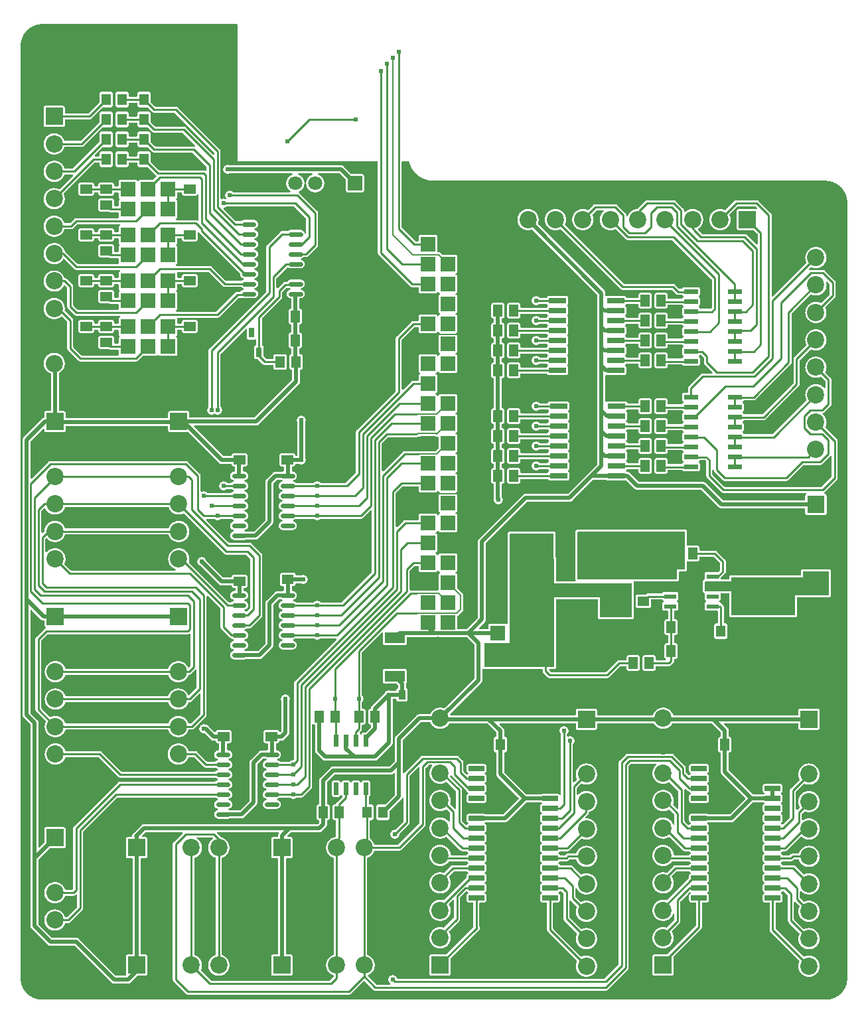
<source format=gbl>
G04 Layer: BottomLayer*
G04 EasyEDA v6.1.33, Mon, 29 Apr 2019 14:12:14 GMT*
G04 9590ad248ff846a5af0387b98c7a360c,91cc4837159741479c5be70faa949f3f,10*
G04 Gerber Generator version 0.2*
G04 Scale: 100 percent, Rotated: No, Reflected: No *
G04 Dimensions in millimeters *
G04 leading zeros omitted , absolute positions ,3 integer and 3 decimal *
%FSLAX33Y33*%
%MOMM*%
G90*
G71D02*

%ADD10C,0.254000*%
%ADD11C,0.200000*%
%ADD12C,0.499999*%
%ADD13C,0.619760*%
%ADD14C,0.611022*%
%ADD19R,1.160018X1.469898*%
%ADD23R,1.930400X1.930400*%
%ADD25R,2.199996X2.199996*%
%ADD26C,2.199996*%
%ADD29C,1.799996*%
%ADD30C,6.199988*%
%ADD31C,0.599999*%
%ADD32R,0.699999X1.250010*%
%ADD36R,3.850640X4.000500*%
%ADD40R,1.550010X0.599999*%
%ADD41R,2.599995X3.099994*%
%ADD43R,0.909320X1.219200*%

%LPD*%
G36*
G01X27838Y124730D02*
G01X2999Y124730D01*
G01X2924Y124729D01*
G01X2849Y124726D01*
G01X2774Y124721D01*
G01X2699Y124714D01*
G01X2624Y124704D01*
G01X2550Y124693D01*
G01X2476Y124680D01*
G01X2402Y124664D01*
G01X2329Y124647D01*
G01X2256Y124627D01*
G01X2184Y124606D01*
G01X2113Y124582D01*
G01X2042Y124557D01*
G01X1972Y124530D01*
G01X1903Y124500D01*
G01X1834Y124469D01*
G01X1766Y124436D01*
G01X1700Y124401D01*
G01X1634Y124364D01*
G01X1569Y124326D01*
G01X1506Y124286D01*
G01X1443Y124244D01*
G01X1382Y124200D01*
G01X1322Y124154D01*
G01X1263Y124107D01*
G01X1206Y124059D01*
G01X1150Y124009D01*
G01X1095Y123957D01*
G01X1042Y123904D01*
G01X990Y123849D01*
G01X940Y123793D01*
G01X892Y123736D01*
G01X845Y123677D01*
G01X799Y123617D01*
G01X755Y123556D01*
G01X713Y123493D01*
G01X673Y123430D01*
G01X635Y123365D01*
G01X598Y123299D01*
G01X563Y123233D01*
G01X530Y123165D01*
G01X499Y123096D01*
G01X469Y123027D01*
G01X442Y122957D01*
G01X417Y122886D01*
G01X393Y122815D01*
G01X372Y122743D01*
G01X352Y122670D01*
G01X335Y122597D01*
G01X319Y122523D01*
G01X306Y122449D01*
G01X295Y122375D01*
G01X285Y122300D01*
G01X278Y122225D01*
G01X273Y122150D01*
G01X270Y122075D01*
G01X269Y122000D01*
G01X269Y2999D01*
G01X270Y2924D01*
G01X273Y2849D01*
G01X278Y2774D01*
G01X285Y2699D01*
G01X295Y2624D01*
G01X306Y2550D01*
G01X319Y2476D01*
G01X335Y2402D01*
G01X352Y2329D01*
G01X372Y2256D01*
G01X393Y2184D01*
G01X417Y2113D01*
G01X442Y2042D01*
G01X469Y1972D01*
G01X499Y1903D01*
G01X530Y1834D01*
G01X563Y1766D01*
G01X598Y1700D01*
G01X635Y1634D01*
G01X673Y1569D01*
G01X713Y1506D01*
G01X755Y1444D01*
G01X799Y1382D01*
G01X845Y1322D01*
G01X892Y1264D01*
G01X940Y1206D01*
G01X990Y1150D01*
G01X1042Y1095D01*
G01X1095Y1042D01*
G01X1150Y990D01*
G01X1206Y940D01*
G01X1264Y892D01*
G01X1322Y845D01*
G01X1382Y799D01*
G01X1444Y755D01*
G01X1506Y713D01*
G01X1569Y673D01*
G01X1634Y635D01*
G01X1700Y598D01*
G01X1766Y563D01*
G01X1834Y530D01*
G01X1903Y499D01*
G01X1972Y469D01*
G01X2042Y442D01*
G01X2113Y417D01*
G01X2184Y393D01*
G01X2256Y372D01*
G01X2329Y352D01*
G01X2402Y335D01*
G01X2476Y319D01*
G01X2550Y306D01*
G01X2624Y295D01*
G01X2699Y285D01*
G01X2774Y278D01*
G01X2849Y273D01*
G01X2924Y270D01*
G01X2999Y269D01*
G01X102999Y269D01*
G01X103075Y270D01*
G01X103150Y273D01*
G01X103225Y278D01*
G01X103300Y285D01*
G01X103375Y295D01*
G01X103449Y306D01*
G01X103523Y319D01*
G01X103597Y335D01*
G01X103670Y352D01*
G01X103743Y372D01*
G01X103815Y393D01*
G01X103886Y417D01*
G01X103957Y442D01*
G01X104027Y469D01*
G01X104096Y499D01*
G01X104165Y530D01*
G01X104233Y563D01*
G01X104299Y598D01*
G01X104365Y635D01*
G01X104430Y673D01*
G01X104493Y713D01*
G01X104556Y755D01*
G01X104617Y799D01*
G01X104677Y845D01*
G01X104736Y892D01*
G01X104793Y940D01*
G01X104849Y990D01*
G01X104904Y1042D01*
G01X104957Y1095D01*
G01X105009Y1150D01*
G01X105059Y1206D01*
G01X105107Y1263D01*
G01X105154Y1322D01*
G01X105200Y1382D01*
G01X105244Y1443D01*
G01X105286Y1506D01*
G01X105326Y1569D01*
G01X105364Y1634D01*
G01X105401Y1700D01*
G01X105436Y1766D01*
G01X105469Y1834D01*
G01X105500Y1903D01*
G01X105530Y1972D01*
G01X105557Y2042D01*
G01X105582Y2113D01*
G01X105606Y2184D01*
G01X105627Y2256D01*
G01X105647Y2329D01*
G01X105664Y2402D01*
G01X105680Y2476D01*
G01X105693Y2550D01*
G01X105704Y2624D01*
G01X105714Y2699D01*
G01X105721Y2774D01*
G01X105726Y2849D01*
G01X105729Y2924D01*
G01X105730Y2999D01*
G01X105730Y102006D01*
G01X105729Y102081D01*
G01X105725Y102156D01*
G01X105720Y102231D01*
G01X105713Y102306D01*
G01X105703Y102380D01*
G01X105692Y102454D01*
G01X105678Y102528D01*
G01X105663Y102602D01*
G01X105645Y102675D01*
G01X105626Y102748D01*
G01X105604Y102819D01*
G01X105580Y102891D01*
G01X105555Y102962D01*
G01X105527Y103031D01*
G01X105498Y103101D01*
G01X105467Y103169D01*
G01X105434Y103236D01*
G01X105399Y103303D01*
G01X105362Y103369D01*
G01X105323Y103433D01*
G01X105283Y103496D01*
G01X105241Y103559D01*
G01X105197Y103620D01*
G01X105152Y103680D01*
G01X105105Y103738D01*
G01X105056Y103796D01*
G01X105006Y103851D01*
G01X104954Y103906D01*
G01X104901Y103959D01*
G01X104847Y104011D01*
G01X104791Y104061D01*
G01X104733Y104109D01*
G01X104674Y104156D01*
G01X104614Y104201D01*
G01X104553Y104245D01*
G01X104491Y104287D01*
G01X104427Y104327D01*
G01X104363Y104365D01*
G01X104297Y104402D01*
G01X104231Y104437D01*
G01X104163Y104470D01*
G01X104095Y104501D01*
G01X104025Y104530D01*
G01X103955Y104557D01*
G01X103885Y104583D01*
G01X103813Y104606D01*
G01X103741Y104628D01*
G01X103669Y104647D01*
G01X103596Y104664D01*
G01X103522Y104680D01*
G01X103448Y104693D01*
G01X103374Y104704D01*
G01X103299Y104714D01*
G01X103224Y104721D01*
G01X103149Y104726D01*
G01X103074Y104729D01*
G01X102999Y104730D01*
G01X52999Y104730D01*
G01X52917Y104731D01*
G01X52835Y104734D01*
G01X52753Y104740D01*
G01X52671Y104747D01*
G01X52590Y104756D01*
G01X52508Y104767D01*
G01X52427Y104781D01*
G01X52347Y104796D01*
G01X52267Y104813D01*
G01X52187Y104833D01*
G01X52107Y104854D01*
G01X52029Y104878D01*
G01X51951Y104903D01*
G01X51873Y104930D01*
G01X51796Y104960D01*
G01X51720Y104991D01*
G01X51645Y105024D01*
G01X51571Y105059D01*
G01X51498Y105096D01*
G01X51425Y105134D01*
G01X51354Y105175D01*
G01X51283Y105217D01*
G01X51214Y105261D01*
G01X51146Y105307D01*
G01X51079Y105354D01*
G01X51013Y105403D01*
G01X50948Y105454D01*
G01X50885Y105506D01*
G01X50823Y105560D01*
G01X50762Y105615D01*
G01X50703Y105672D01*
G01X50645Y105731D01*
G01X50589Y105791D01*
G01X50535Y105852D01*
G01X50481Y105914D01*
G01X50430Y105978D01*
G01X50380Y106043D01*
G01X50332Y106110D01*
G01X50285Y106177D01*
G01X50240Y106246D01*
G01X50197Y106316D01*
G01X50155Y106387D01*
G01X50116Y106459D01*
G01X50078Y106532D01*
G01X50042Y106606D01*
G01X50008Y106680D01*
G01X49976Y106756D01*
G01X49946Y106832D01*
G01X49917Y106909D01*
G01X49891Y106987D01*
G01X49866Y107065D01*
G01X49844Y107144D01*
G01X49839Y107158D01*
G01X49832Y107171D01*
G01X49824Y107183D01*
G01X49813Y107194D01*
G01X49802Y107203D01*
G01X49789Y107210D01*
G01X49775Y107215D01*
G01X49761Y107218D01*
G01X49746Y107220D01*
G01X48999Y107220D01*
G01X48984Y107218D01*
G01X48970Y107215D01*
G01X48956Y107210D01*
G01X48944Y107203D01*
G01X48932Y107195D01*
G01X48922Y107184D01*
G01X48913Y107173D01*
G01X48906Y107160D01*
G01X48901Y107147D01*
G01X48898Y107132D01*
G01X48897Y107118D01*
G01X48897Y98784D01*
G01X48898Y98769D01*
G01X48902Y98753D01*
G01X48908Y98738D01*
G01X48916Y98725D01*
G01X48927Y98713D01*
G01X50596Y97044D01*
G01X50608Y97033D01*
G01X50622Y97025D01*
G01X50636Y97019D01*
G01X50652Y97015D01*
G01X50668Y97014D01*
G01X50932Y97014D01*
G01X50946Y97015D01*
G01X50961Y97018D01*
G01X50974Y97023D01*
G01X50987Y97030D01*
G01X50999Y97039D01*
G01X51009Y97049D01*
G01X51017Y97060D01*
G01X51024Y97073D01*
G01X51029Y97087D01*
G01X51033Y97101D01*
G01X51034Y97115D01*
G01X51034Y97570D01*
G01X51035Y97594D01*
G01X51038Y97617D01*
G01X51043Y97640D01*
G01X51051Y97663D01*
G01X51061Y97684D01*
G01X51072Y97705D01*
G01X51085Y97725D01*
G01X51101Y97743D01*
G01X51117Y97760D01*
G01X51136Y97775D01*
G01X51155Y97788D01*
G01X51176Y97800D01*
G01X51197Y97809D01*
G01X51220Y97817D01*
G01X51243Y97822D01*
G01X51266Y97825D01*
G01X51290Y97827D01*
G01X53170Y97827D01*
G01X53193Y97825D01*
G01X53217Y97822D01*
G01X53240Y97817D01*
G01X53262Y97809D01*
G01X53284Y97800D01*
G01X53305Y97788D01*
G01X53324Y97775D01*
G01X53343Y97760D01*
G01X53359Y97743D01*
G01X53374Y97725D01*
G01X53388Y97705D01*
G01X53399Y97684D01*
G01X53409Y97663D01*
G01X53416Y97640D01*
G01X53422Y97617D01*
G01X53425Y97594D01*
G01X53426Y97570D01*
G01X53426Y95740D01*
G01X53427Y95725D01*
G01X53430Y95711D01*
G01X53435Y95697D01*
G01X53442Y95685D01*
G01X53451Y95673D01*
G01X53461Y95663D01*
G01X53473Y95654D01*
G01X53486Y95647D01*
G01X53499Y95642D01*
G01X53513Y95639D01*
G01X53528Y95638D01*
G01X53594Y95638D01*
G01X53621Y95637D01*
G01X53649Y95634D01*
G01X53677Y95628D01*
G01X53704Y95621D01*
G01X53730Y95611D01*
G01X53755Y95599D01*
G01X53780Y95586D01*
G01X53803Y95570D01*
G01X53825Y95553D01*
G01X53846Y95534D01*
G01X54063Y95316D01*
G01X54075Y95306D01*
G01X54089Y95298D01*
G01X54103Y95292D01*
G01X54119Y95288D01*
G01X54135Y95287D01*
G01X55710Y95287D01*
G01X55733Y95285D01*
G01X55757Y95282D01*
G01X55780Y95277D01*
G01X55802Y95269D01*
G01X55824Y95260D01*
G01X55845Y95248D01*
G01X55864Y95235D01*
G01X55883Y95220D01*
G01X55899Y95203D01*
G01X55914Y95185D01*
G01X55928Y95165D01*
G01X55939Y95144D01*
G01X55949Y95123D01*
G01X55956Y95100D01*
G01X55962Y95077D01*
G01X55965Y95054D01*
G01X55966Y95030D01*
G01X55966Y93150D01*
G01X55965Y93127D01*
G01X55962Y93104D01*
G01X55957Y93082D01*
G01X55950Y93060D01*
G01X55941Y93039D01*
G01X55930Y93018D01*
G01X55917Y92999D01*
G01X55902Y92981D01*
G01X55886Y92964D01*
G01X55869Y92949D01*
G01X55850Y92936D01*
G01X55830Y92924D01*
G01X55809Y92914D01*
G01X55796Y92907D01*
G01X55784Y92899D01*
G01X55773Y92888D01*
G01X55764Y92876D01*
G01X55757Y92864D01*
G01X55751Y92850D01*
G01X55748Y92835D01*
G01X55747Y92820D01*
G01X55748Y92805D01*
G01X55751Y92791D01*
G01X55757Y92777D01*
G01X55764Y92764D01*
G01X55773Y92752D01*
G01X55784Y92742D01*
G01X55796Y92733D01*
G01X55809Y92727D01*
G01X55830Y92717D01*
G01X55850Y92705D01*
G01X55869Y92691D01*
G01X55886Y92676D01*
G01X55902Y92660D01*
G01X55917Y92642D01*
G01X55930Y92622D01*
G01X55941Y92602D01*
G01X55950Y92581D01*
G01X55957Y92559D01*
G01X55962Y92536D01*
G01X55965Y92513D01*
G01X55966Y92490D01*
G01X55966Y90610D01*
G01X55965Y90587D01*
G01X55962Y90564D01*
G01X55957Y90542D01*
G01X55950Y90520D01*
G01X55941Y90499D01*
G01X55930Y90478D01*
G01X55917Y90459D01*
G01X55902Y90441D01*
G01X55886Y90424D01*
G01X55869Y90409D01*
G01X55850Y90396D01*
G01X55830Y90384D01*
G01X55809Y90374D01*
G01X55796Y90367D01*
G01X55784Y90359D01*
G01X55773Y90348D01*
G01X55764Y90336D01*
G01X55757Y90324D01*
G01X55751Y90310D01*
G01X55748Y90295D01*
G01X55747Y90280D01*
G01X55748Y90265D01*
G01X55751Y90251D01*
G01X55757Y90237D01*
G01X55764Y90224D01*
G01X55773Y90212D01*
G01X55784Y90202D01*
G01X55796Y90193D01*
G01X55809Y90187D01*
G01X55830Y90177D01*
G01X55850Y90165D01*
G01X55869Y90151D01*
G01X55886Y90136D01*
G01X55902Y90120D01*
G01X55917Y90102D01*
G01X55930Y90082D01*
G01X55941Y90062D01*
G01X55950Y90041D01*
G01X55957Y90019D01*
G01X55962Y89996D01*
G01X55965Y89973D01*
G01X55966Y89950D01*
G01X55966Y88070D01*
G01X55965Y88047D01*
G01X55962Y88024D01*
G01X55957Y88002D01*
G01X55950Y87980D01*
G01X55941Y87959D01*
G01X55930Y87938D01*
G01X55917Y87919D01*
G01X55902Y87901D01*
G01X55886Y87884D01*
G01X55869Y87869D01*
G01X55850Y87856D01*
G01X55830Y87844D01*
G01X55809Y87834D01*
G01X55796Y87827D01*
G01X55784Y87819D01*
G01X55773Y87808D01*
G01X55764Y87796D01*
G01X55757Y87784D01*
G01X55751Y87770D01*
G01X55748Y87755D01*
G01X55747Y87740D01*
G01X55748Y87725D01*
G01X55751Y87711D01*
G01X55757Y87697D01*
G01X55764Y87684D01*
G01X55773Y87672D01*
G01X55784Y87662D01*
G01X55796Y87653D01*
G01X55809Y87647D01*
G01X55830Y87637D01*
G01X55850Y87625D01*
G01X55869Y87611D01*
G01X55886Y87596D01*
G01X55902Y87580D01*
G01X55917Y87562D01*
G01X55930Y87542D01*
G01X55941Y87522D01*
G01X55950Y87501D01*
G01X55957Y87479D01*
G01X55962Y87456D01*
G01X55965Y87433D01*
G01X55966Y87410D01*
G01X55966Y85530D01*
G01X55965Y85507D01*
G01X55962Y85484D01*
G01X55957Y85462D01*
G01X55950Y85440D01*
G01X55941Y85419D01*
G01X55930Y85398D01*
G01X55917Y85379D01*
G01X55902Y85361D01*
G01X55886Y85344D01*
G01X55869Y85329D01*
G01X55850Y85316D01*
G01X55830Y85304D01*
G01X55809Y85294D01*
G01X55796Y85287D01*
G01X55784Y85279D01*
G01X55773Y85268D01*
G01X55764Y85256D01*
G01X55757Y85244D01*
G01X55751Y85230D01*
G01X55748Y85215D01*
G01X55747Y85200D01*
G01X55748Y85185D01*
G01X55751Y85171D01*
G01X55757Y85157D01*
G01X55764Y85144D01*
G01X55773Y85132D01*
G01X55784Y85122D01*
G01X55796Y85113D01*
G01X55809Y85107D01*
G01X55830Y85097D01*
G01X55850Y85085D01*
G01X55869Y85071D01*
G01X55886Y85056D01*
G01X55902Y85040D01*
G01X55917Y85022D01*
G01X55930Y85002D01*
G01X55941Y84982D01*
G01X55950Y84961D01*
G01X55957Y84939D01*
G01X55962Y84916D01*
G01X55965Y84893D01*
G01X55966Y84870D01*
G01X55966Y82990D01*
G01X55965Y82967D01*
G01X55962Y82944D01*
G01X55957Y82922D01*
G01X55950Y82900D01*
G01X55941Y82879D01*
G01X55930Y82858D01*
G01X55917Y82839D01*
G01X55902Y82821D01*
G01X55886Y82804D01*
G01X55869Y82789D01*
G01X55850Y82776D01*
G01X55830Y82764D01*
G01X55809Y82754D01*
G01X55796Y82747D01*
G01X55784Y82739D01*
G01X55773Y82728D01*
G01X55764Y82716D01*
G01X55757Y82704D01*
G01X55751Y82690D01*
G01X55748Y82675D01*
G01X55747Y82660D01*
G01X55748Y82645D01*
G01X55751Y82631D01*
G01X55757Y82617D01*
G01X55764Y82604D01*
G01X55773Y82592D01*
G01X55784Y82582D01*
G01X55796Y82573D01*
G01X55809Y82567D01*
G01X55830Y82557D01*
G01X55850Y82545D01*
G01X55869Y82531D01*
G01X55886Y82516D01*
G01X55902Y82500D01*
G01X55917Y82482D01*
G01X55930Y82462D01*
G01X55941Y82442D01*
G01X55950Y82421D01*
G01X55957Y82399D01*
G01X55962Y82376D01*
G01X55965Y82353D01*
G01X55966Y82330D01*
G01X55966Y80450D01*
G01X55965Y80427D01*
G01X55962Y80403D01*
G01X55956Y80380D01*
G01X55949Y80358D01*
G01X55939Y80336D01*
G01X55928Y80315D01*
G01X55914Y80296D01*
G01X55899Y80278D01*
G01X55883Y80261D01*
G01X55864Y80246D01*
G01X55845Y80232D01*
G01X55824Y80221D01*
G01X55802Y80211D01*
G01X55780Y80204D01*
G01X55757Y80198D01*
G01X55733Y80195D01*
G01X55710Y80194D01*
G01X53830Y80194D01*
G01X53807Y80195D01*
G01X53784Y80198D01*
G01X53762Y80203D01*
G01X53740Y80210D01*
G01X53718Y80220D01*
G01X53698Y80231D01*
G01X53679Y80243D01*
G01X53661Y80258D01*
G01X53644Y80274D01*
G01X53629Y80291D01*
G01X53615Y80310D01*
G01X53604Y80330D01*
G01X53594Y80351D01*
G01X53587Y80364D01*
G01X53578Y80377D01*
G01X53568Y80387D01*
G01X53556Y80396D01*
G01X53543Y80404D01*
G01X53529Y80409D01*
G01X53515Y80412D01*
G01X53500Y80413D01*
G01X53485Y80412D01*
G01X53471Y80409D01*
G01X53457Y80404D01*
G01X53444Y80396D01*
G01X53432Y80387D01*
G01X53422Y80377D01*
G01X53413Y80364D01*
G01X53406Y80351D01*
G01X53396Y80329D01*
G01X53383Y80307D01*
G01X53368Y80287D01*
G01X53351Y80269D01*
G01X53333Y80252D01*
G01X53313Y80237D01*
G01X53292Y80225D01*
G01X53269Y80214D01*
G01X53256Y80207D01*
G01X53244Y80199D01*
G01X53233Y80188D01*
G01X53224Y80176D01*
G01X53217Y80164D01*
G01X53211Y80150D01*
G01X53208Y80135D01*
G01X53207Y80120D01*
G01X53208Y80105D01*
G01X53211Y80091D01*
G01X53217Y80077D01*
G01X53224Y80064D01*
G01X53233Y80052D01*
G01X53244Y80042D01*
G01X53256Y80033D01*
G01X53269Y80027D01*
G01X53290Y80017D01*
G01X53310Y80005D01*
G01X53329Y79991D01*
G01X53346Y79976D01*
G01X53362Y79960D01*
G01X53377Y79942D01*
G01X53390Y79922D01*
G01X53401Y79902D01*
G01X53410Y79881D01*
G01X53417Y79859D01*
G01X53422Y79836D01*
G01X53425Y79813D01*
G01X53426Y79790D01*
G01X53426Y77910D01*
G01X53425Y77887D01*
G01X53422Y77864D01*
G01X53417Y77842D01*
G01X53410Y77820D01*
G01X53401Y77799D01*
G01X53390Y77778D01*
G01X53377Y77759D01*
G01X53362Y77741D01*
G01X53346Y77724D01*
G01X53329Y77709D01*
G01X53310Y77696D01*
G01X53290Y77684D01*
G01X53269Y77674D01*
G01X53256Y77667D01*
G01X53244Y77659D01*
G01X53233Y77648D01*
G01X53224Y77636D01*
G01X53217Y77624D01*
G01X53211Y77610D01*
G01X53208Y77595D01*
G01X53207Y77580D01*
G01X53208Y77565D01*
G01X53211Y77551D01*
G01X53217Y77537D01*
G01X53224Y77524D01*
G01X53233Y77512D01*
G01X53244Y77502D01*
G01X53256Y77493D01*
G01X53269Y77487D01*
G01X53292Y77476D01*
G01X53313Y77463D01*
G01X53333Y77448D01*
G01X53351Y77431D01*
G01X53368Y77413D01*
G01X53383Y77393D01*
G01X53396Y77372D01*
G01X53406Y77349D01*
G01X53413Y77336D01*
G01X53422Y77324D01*
G01X53432Y77313D01*
G01X53444Y77304D01*
G01X53457Y77297D01*
G01X53471Y77291D01*
G01X53485Y77288D01*
G01X53500Y77287D01*
G01X53515Y77288D01*
G01X53529Y77291D01*
G01X53543Y77297D01*
G01X53556Y77304D01*
G01X53568Y77313D01*
G01X53578Y77324D01*
G01X53587Y77336D01*
G01X53594Y77349D01*
G01X53604Y77370D01*
G01X53615Y77390D01*
G01X53629Y77409D01*
G01X53644Y77427D01*
G01X53661Y77443D01*
G01X53679Y77457D01*
G01X53698Y77470D01*
G01X53718Y77481D01*
G01X53740Y77490D01*
G01X53762Y77497D01*
G01X53784Y77502D01*
G01X53807Y77506D01*
G01X53830Y77507D01*
G01X55710Y77507D01*
G01X55733Y77505D01*
G01X55757Y77502D01*
G01X55780Y77497D01*
G01X55802Y77489D01*
G01X55824Y77480D01*
G01X55845Y77468D01*
G01X55864Y77455D01*
G01X55883Y77440D01*
G01X55899Y77423D01*
G01X55914Y77405D01*
G01X55928Y77385D01*
G01X55939Y77364D01*
G01X55949Y77343D01*
G01X55956Y77320D01*
G01X55962Y77297D01*
G01X55965Y77274D01*
G01X55966Y77250D01*
G01X55966Y75370D01*
G01X55965Y75347D01*
G01X55962Y75324D01*
G01X55957Y75302D01*
G01X55950Y75280D01*
G01X55941Y75259D01*
G01X55930Y75238D01*
G01X55917Y75219D01*
G01X55902Y75201D01*
G01X55886Y75184D01*
G01X55869Y75169D01*
G01X55850Y75156D01*
G01X55830Y75144D01*
G01X55809Y75134D01*
G01X55796Y75127D01*
G01X55784Y75119D01*
G01X55773Y75108D01*
G01X55764Y75096D01*
G01X55757Y75084D01*
G01X55751Y75070D01*
G01X55748Y75055D01*
G01X55747Y75040D01*
G01X55748Y75025D01*
G01X55751Y75011D01*
G01X55757Y74997D01*
G01X55764Y74984D01*
G01X55773Y74972D01*
G01X55784Y74962D01*
G01X55796Y74953D01*
G01X55809Y74947D01*
G01X55830Y74937D01*
G01X55850Y74925D01*
G01X55869Y74911D01*
G01X55886Y74896D01*
G01X55902Y74880D01*
G01X55917Y74862D01*
G01X55930Y74842D01*
G01X55941Y74822D01*
G01X55950Y74801D01*
G01X55957Y74779D01*
G01X55962Y74756D01*
G01X55965Y74733D01*
G01X55966Y74710D01*
G01X55966Y72830D01*
G01X55965Y72807D01*
G01X55962Y72784D01*
G01X55957Y72762D01*
G01X55950Y72740D01*
G01X55941Y72719D01*
G01X55930Y72698D01*
G01X55917Y72679D01*
G01X55902Y72661D01*
G01X55886Y72644D01*
G01X55869Y72629D01*
G01X55850Y72616D01*
G01X55830Y72604D01*
G01X55809Y72594D01*
G01X55796Y72587D01*
G01X55784Y72579D01*
G01X55773Y72568D01*
G01X55764Y72556D01*
G01X55757Y72544D01*
G01X55751Y72530D01*
G01X55748Y72515D01*
G01X55747Y72500D01*
G01X55748Y72485D01*
G01X55751Y72471D01*
G01X55757Y72457D01*
G01X55764Y72444D01*
G01X55773Y72432D01*
G01X55784Y72422D01*
G01X55796Y72413D01*
G01X55809Y72407D01*
G01X55830Y72397D01*
G01X55850Y72385D01*
G01X55869Y72371D01*
G01X55886Y72356D01*
G01X55902Y72340D01*
G01X55917Y72322D01*
G01X55930Y72302D01*
G01X55941Y72282D01*
G01X55950Y72261D01*
G01X55957Y72239D01*
G01X55962Y72216D01*
G01X55965Y72193D01*
G01X55966Y72170D01*
G01X55966Y70290D01*
G01X55965Y70267D01*
G01X55962Y70244D01*
G01X55957Y70222D01*
G01X55950Y70200D01*
G01X55941Y70179D01*
G01X55930Y70158D01*
G01X55917Y70139D01*
G01X55902Y70121D01*
G01X55886Y70104D01*
G01X55869Y70089D01*
G01X55850Y70076D01*
G01X55830Y70064D01*
G01X55809Y70054D01*
G01X55796Y70047D01*
G01X55784Y70039D01*
G01X55773Y70028D01*
G01X55764Y70016D01*
G01X55757Y70004D01*
G01X55751Y69990D01*
G01X55748Y69975D01*
G01X55747Y69960D01*
G01X55748Y69945D01*
G01X55751Y69931D01*
G01X55757Y69917D01*
G01X55764Y69904D01*
G01X55773Y69892D01*
G01X55784Y69882D01*
G01X55796Y69873D01*
G01X55809Y69867D01*
G01X55830Y69857D01*
G01X55850Y69845D01*
G01X55869Y69831D01*
G01X55886Y69816D01*
G01X55902Y69800D01*
G01X55917Y69782D01*
G01X55930Y69762D01*
G01X55941Y69742D01*
G01X55950Y69721D01*
G01X55957Y69699D01*
G01X55962Y69676D01*
G01X55965Y69653D01*
G01X55966Y69630D01*
G01X55966Y67750D01*
G01X55965Y67727D01*
G01X55962Y67704D01*
G01X55957Y67682D01*
G01X55950Y67660D01*
G01X55941Y67639D01*
G01X55930Y67618D01*
G01X55917Y67599D01*
G01X55902Y67581D01*
G01X55886Y67564D01*
G01X55869Y67549D01*
G01X55850Y67536D01*
G01X55830Y67524D01*
G01X55809Y67514D01*
G01X55796Y67507D01*
G01X55784Y67499D01*
G01X55773Y67488D01*
G01X55764Y67476D01*
G01X55757Y67464D01*
G01X55751Y67450D01*
G01X55748Y67435D01*
G01X55747Y67420D01*
G01X55748Y67405D01*
G01X55751Y67391D01*
G01X55757Y67377D01*
G01X55764Y67364D01*
G01X55773Y67352D01*
G01X55784Y67342D01*
G01X55796Y67333D01*
G01X55809Y67327D01*
G01X55830Y67317D01*
G01X55850Y67305D01*
G01X55869Y67291D01*
G01X55886Y67276D01*
G01X55902Y67260D01*
G01X55917Y67242D01*
G01X55930Y67222D01*
G01X55941Y67202D01*
G01X55950Y67181D01*
G01X55957Y67159D01*
G01X55962Y67136D01*
G01X55965Y67113D01*
G01X55966Y67090D01*
G01X55966Y65210D01*
G01X55965Y65187D01*
G01X55962Y65164D01*
G01X55957Y65142D01*
G01X55950Y65120D01*
G01X55941Y65099D01*
G01X55930Y65078D01*
G01X55917Y65059D01*
G01X55902Y65041D01*
G01X55886Y65024D01*
G01X55869Y65009D01*
G01X55850Y64996D01*
G01X55830Y64984D01*
G01X55809Y64974D01*
G01X55796Y64967D01*
G01X55784Y64959D01*
G01X55773Y64948D01*
G01X55764Y64936D01*
G01X55757Y64924D01*
G01X55751Y64910D01*
G01X55748Y64895D01*
G01X55747Y64880D01*
G01X55748Y64865D01*
G01X55751Y64851D01*
G01X55757Y64837D01*
G01X55764Y64824D01*
G01X55773Y64812D01*
G01X55784Y64802D01*
G01X55796Y64793D01*
G01X55809Y64787D01*
G01X55830Y64777D01*
G01X55850Y64765D01*
G01X55869Y64751D01*
G01X55886Y64736D01*
G01X55902Y64720D01*
G01X55917Y64702D01*
G01X55930Y64682D01*
G01X55941Y64662D01*
G01X55950Y64641D01*
G01X55957Y64619D01*
G01X55962Y64596D01*
G01X55965Y64573D01*
G01X55966Y64550D01*
G01X55966Y62670D01*
G01X55965Y62647D01*
G01X55962Y62624D01*
G01X55957Y62602D01*
G01X55950Y62580D01*
G01X55941Y62559D01*
G01X55930Y62538D01*
G01X55917Y62519D01*
G01X55902Y62501D01*
G01X55886Y62484D01*
G01X55869Y62469D01*
G01X55850Y62456D01*
G01X55830Y62444D01*
G01X55809Y62434D01*
G01X55796Y62427D01*
G01X55784Y62419D01*
G01X55773Y62408D01*
G01X55764Y62396D01*
G01X55757Y62384D01*
G01X55751Y62370D01*
G01X55748Y62355D01*
G01X55747Y62340D01*
G01X55748Y62325D01*
G01X55751Y62311D01*
G01X55757Y62297D01*
G01X55764Y62284D01*
G01X55773Y62272D01*
G01X55784Y62262D01*
G01X55796Y62253D01*
G01X55809Y62247D01*
G01X55830Y62237D01*
G01X55850Y62225D01*
G01X55869Y62211D01*
G01X55886Y62196D01*
G01X55902Y62180D01*
G01X55917Y62162D01*
G01X55930Y62142D01*
G01X55941Y62122D01*
G01X55950Y62101D01*
G01X55957Y62079D01*
G01X55962Y62056D01*
G01X55965Y62033D01*
G01X55966Y62010D01*
G01X55966Y60130D01*
G01X55965Y60107D01*
G01X55962Y60083D01*
G01X55956Y60060D01*
G01X55949Y60038D01*
G01X55939Y60016D01*
G01X55928Y59995D01*
G01X55914Y59976D01*
G01X55899Y59958D01*
G01X55883Y59941D01*
G01X55864Y59926D01*
G01X55845Y59912D01*
G01X55824Y59901D01*
G01X55802Y59891D01*
G01X55780Y59884D01*
G01X55757Y59878D01*
G01X55733Y59875D01*
G01X55710Y59874D01*
G01X53830Y59874D01*
G01X53807Y59875D01*
G01X53784Y59878D01*
G01X53762Y59883D01*
G01X53740Y59890D01*
G01X53718Y59900D01*
G01X53698Y59911D01*
G01X53679Y59923D01*
G01X53661Y59938D01*
G01X53644Y59954D01*
G01X53629Y59971D01*
G01X53615Y59990D01*
G01X53604Y60010D01*
G01X53594Y60031D01*
G01X53587Y60044D01*
G01X53578Y60057D01*
G01X53568Y60067D01*
G01X53556Y60076D01*
G01X53543Y60084D01*
G01X53529Y60089D01*
G01X53515Y60092D01*
G01X53500Y60093D01*
G01X53485Y60092D01*
G01X53471Y60089D01*
G01X53457Y60084D01*
G01X53444Y60076D01*
G01X53432Y60067D01*
G01X53422Y60057D01*
G01X53413Y60044D01*
G01X53406Y60031D01*
G01X53396Y60009D01*
G01X53383Y59987D01*
G01X53368Y59967D01*
G01X53351Y59949D01*
G01X53333Y59932D01*
G01X53313Y59917D01*
G01X53292Y59905D01*
G01X53269Y59894D01*
G01X53256Y59887D01*
G01X53244Y59879D01*
G01X53233Y59868D01*
G01X53224Y59856D01*
G01X53217Y59844D01*
G01X53211Y59830D01*
G01X53208Y59815D01*
G01X53207Y59800D01*
G01X53208Y59785D01*
G01X53211Y59771D01*
G01X53217Y59757D01*
G01X53224Y59744D01*
G01X53233Y59732D01*
G01X53244Y59722D01*
G01X53256Y59713D01*
G01X53269Y59707D01*
G01X53290Y59697D01*
G01X53310Y59685D01*
G01X53329Y59671D01*
G01X53346Y59656D01*
G01X53362Y59640D01*
G01X53377Y59622D01*
G01X53390Y59602D01*
G01X53401Y59582D01*
G01X53410Y59561D01*
G01X53417Y59539D01*
G01X53422Y59516D01*
G01X53425Y59493D01*
G01X53426Y59470D01*
G01X53426Y57590D01*
G01X53425Y57567D01*
G01X53422Y57544D01*
G01X53417Y57522D01*
G01X53410Y57500D01*
G01X53401Y57479D01*
G01X53390Y57458D01*
G01X53377Y57439D01*
G01X53362Y57421D01*
G01X53346Y57404D01*
G01X53329Y57389D01*
G01X53310Y57376D01*
G01X53290Y57364D01*
G01X53269Y57354D01*
G01X53256Y57347D01*
G01X53244Y57339D01*
G01X53233Y57328D01*
G01X53224Y57316D01*
G01X53217Y57304D01*
G01X53211Y57290D01*
G01X53208Y57275D01*
G01X53207Y57260D01*
G01X53208Y57245D01*
G01X53211Y57231D01*
G01X53217Y57217D01*
G01X53224Y57204D01*
G01X53233Y57192D01*
G01X53244Y57182D01*
G01X53256Y57173D01*
G01X53269Y57167D01*
G01X53292Y57156D01*
G01X53313Y57143D01*
G01X53333Y57128D01*
G01X53351Y57111D01*
G01X53368Y57093D01*
G01X53383Y57073D01*
G01X53396Y57052D01*
G01X53406Y57029D01*
G01X53413Y57016D01*
G01X53422Y57004D01*
G01X53432Y56993D01*
G01X53444Y56984D01*
G01X53457Y56977D01*
G01X53471Y56971D01*
G01X53485Y56968D01*
G01X53500Y56967D01*
G01X53515Y56968D01*
G01X53529Y56971D01*
G01X53543Y56977D01*
G01X53556Y56984D01*
G01X53568Y56993D01*
G01X53578Y57004D01*
G01X53587Y57016D01*
G01X53594Y57029D01*
G01X53604Y57050D01*
G01X53615Y57070D01*
G01X53629Y57089D01*
G01X53644Y57107D01*
G01X53661Y57123D01*
G01X53679Y57137D01*
G01X53698Y57150D01*
G01X53718Y57161D01*
G01X53740Y57170D01*
G01X53762Y57177D01*
G01X53784Y57182D01*
G01X53807Y57186D01*
G01X53830Y57187D01*
G01X55710Y57187D01*
G01X55733Y57185D01*
G01X55757Y57182D01*
G01X55780Y57177D01*
G01X55802Y57169D01*
G01X55824Y57160D01*
G01X55845Y57148D01*
G01X55864Y57135D01*
G01X55883Y57120D01*
G01X55899Y57103D01*
G01X55914Y57085D01*
G01X55928Y57065D01*
G01X55939Y57044D01*
G01X55949Y57023D01*
G01X55956Y57000D01*
G01X55962Y56977D01*
G01X55965Y56954D01*
G01X55966Y56930D01*
G01X55966Y55050D01*
G01X55965Y55027D01*
G01X55962Y55004D01*
G01X55957Y54982D01*
G01X55950Y54960D01*
G01X55941Y54939D01*
G01X55930Y54918D01*
G01X55917Y54899D01*
G01X55902Y54881D01*
G01X55886Y54864D01*
G01X55869Y54849D01*
G01X55850Y54836D01*
G01X55830Y54824D01*
G01X55809Y54814D01*
G01X55796Y54807D01*
G01X55784Y54799D01*
G01X55773Y54788D01*
G01X55764Y54776D01*
G01X55757Y54764D01*
G01X55751Y54750D01*
G01X55748Y54735D01*
G01X55747Y54720D01*
G01X55748Y54705D01*
G01X55751Y54691D01*
G01X55757Y54677D01*
G01X55764Y54664D01*
G01X55773Y54652D01*
G01X55784Y54642D01*
G01X55796Y54633D01*
G01X55809Y54627D01*
G01X55830Y54617D01*
G01X55850Y54605D01*
G01X55869Y54591D01*
G01X55886Y54576D01*
G01X55902Y54560D01*
G01X55917Y54542D01*
G01X55930Y54522D01*
G01X55941Y54502D01*
G01X55950Y54481D01*
G01X55957Y54459D01*
G01X55962Y54436D01*
G01X55965Y54413D01*
G01X55966Y54390D01*
G01X55966Y52809D01*
G01X55968Y52793D01*
G01X55971Y52778D01*
G01X55977Y52763D01*
G01X55986Y52749D01*
G01X55996Y52737D01*
G01X56639Y52101D01*
G01X56658Y52080D01*
G01X56676Y52058D01*
G01X56691Y52035D01*
G01X56705Y52010D01*
G01X56717Y51985D01*
G01X56727Y51958D01*
G01X56735Y51931D01*
G01X56740Y51904D01*
G01X56743Y51876D01*
G01X56744Y51848D01*
G01X56744Y50070D01*
G01X56743Y50042D01*
G01X56740Y50014D01*
G01X56735Y49986D01*
G01X56727Y49959D01*
G01X56717Y49933D01*
G01X56706Y49908D01*
G01X56692Y49883D01*
G01X56676Y49860D01*
G01X56659Y49838D01*
G01X56640Y49817D01*
G01X56132Y49309D01*
G01X56108Y49288D01*
G01X56082Y49268D01*
G01X56055Y49251D01*
G01X56026Y49236D01*
G01X56013Y49229D01*
G01X56002Y49221D01*
G01X55991Y49211D01*
G01X55983Y49199D01*
G01X55976Y49186D01*
G01X55970Y49172D01*
G01X55967Y49158D01*
G01X55966Y49144D01*
G01X55966Y47630D01*
G01X55967Y47615D01*
G01X55970Y47601D01*
G01X55975Y47587D01*
G01X55982Y47575D01*
G01X55991Y47563D01*
G01X56001Y47553D01*
G01X56013Y47544D01*
G01X56026Y47537D01*
G01X56039Y47532D01*
G01X56053Y47529D01*
G01X56068Y47528D01*
G01X57119Y47528D01*
G01X57135Y47529D01*
G01X57150Y47533D01*
G01X57165Y47539D01*
G01X57179Y47547D01*
G01X57191Y47558D01*
G01X58587Y48954D01*
G01X58598Y48966D01*
G01X58606Y48980D01*
G01X58612Y48995D01*
G01X58616Y49010D01*
G01X58617Y49026D01*
G01X58617Y58706D01*
G01X58618Y58739D01*
G01X58621Y58772D01*
G01X58627Y58804D01*
G01X58634Y58837D01*
G01X58644Y58868D01*
G01X58656Y58899D01*
G01X58669Y58930D01*
G01X58685Y58959D01*
G01X58702Y58987D01*
G01X58722Y59014D01*
G01X58743Y59039D01*
G01X58765Y59064D01*
G01X64353Y64652D01*
G01X64378Y64674D01*
G01X64403Y64695D01*
G01X64430Y64715D01*
G01X64458Y64732D01*
G01X64487Y64748D01*
G01X64518Y64761D01*
G01X64549Y64773D01*
G01X64580Y64783D01*
G01X64613Y64790D01*
G01X64645Y64796D01*
G01X64678Y64799D01*
G01X64712Y64800D01*
G01X70048Y64800D01*
G01X70064Y64801D01*
G01X70079Y64805D01*
G01X70094Y64811D01*
G01X70107Y64819D01*
G01X70119Y64830D01*
G01X73827Y68538D01*
G01X73838Y68550D01*
G01X73846Y68563D01*
G01X73852Y68578D01*
G01X73856Y68594D01*
G01X73857Y68609D01*
G01X73857Y70509D01*
G01X73858Y70542D01*
G01X73861Y70574D01*
G01X73867Y70607D01*
G01X73868Y70626D01*
G01X73868Y70627D01*
G01X73865Y72773D01*
G01X73865Y72831D01*
G01X73857Y78517D01*
G01X73857Y90166D01*
G01X73856Y90181D01*
G01X73852Y90197D01*
G01X73846Y90212D01*
G01X73838Y90225D01*
G01X73827Y90237D01*
G01X65575Y98489D01*
G01X65563Y98500D01*
G01X65549Y98508D01*
G01X65535Y98514D01*
G01X65519Y98518D01*
G01X65503Y98519D01*
G01X65485Y98518D01*
G01X65468Y98513D01*
G01X65417Y98495D01*
G01X65366Y98479D01*
G01X65314Y98466D01*
G01X65262Y98454D01*
G01X65209Y98445D01*
G01X65156Y98437D01*
G01X65103Y98432D01*
G01X65049Y98429D01*
G01X64995Y98428D01*
G01X64942Y98429D01*
G01X64889Y98432D01*
G01X64836Y98437D01*
G01X64783Y98445D01*
G01X64731Y98454D01*
G01X64679Y98465D01*
G01X64627Y98479D01*
G01X64576Y98494D01*
G01X64526Y98512D01*
G01X64476Y98531D01*
G01X64428Y98552D01*
G01X64380Y98576D01*
G01X64333Y98601D01*
G01X64287Y98628D01*
G01X64242Y98656D01*
G01X64198Y98687D01*
G01X64156Y98719D01*
G01X64114Y98753D01*
G01X64075Y98788D01*
G01X64036Y98825D01*
G01X63999Y98864D01*
G01X63964Y98903D01*
G01X63930Y98945D01*
G01X63898Y98987D01*
G01X63868Y99031D01*
G01X63839Y99076D01*
G01X63812Y99122D01*
G01X63787Y99169D01*
G01X63764Y99216D01*
G01X63742Y99265D01*
G01X63723Y99315D01*
G01X63705Y99365D01*
G01X63690Y99416D01*
G01X63676Y99468D01*
G01X63665Y99520D01*
G01X63656Y99572D01*
G01X63648Y99625D01*
G01X63643Y99678D01*
G01X63640Y99731D01*
G01X63639Y99784D01*
G01X63640Y99838D01*
G01X63643Y99891D01*
G01X63648Y99944D01*
G01X63656Y99997D01*
G01X63665Y100049D01*
G01X63676Y100101D01*
G01X63690Y100153D01*
G01X63705Y100204D01*
G01X63723Y100254D01*
G01X63742Y100304D01*
G01X63764Y100352D01*
G01X63787Y100400D01*
G01X63812Y100447D01*
G01X63839Y100493D01*
G01X63868Y100538D01*
G01X63898Y100582D01*
G01X63930Y100624D01*
G01X63964Y100665D01*
G01X63999Y100705D01*
G01X64036Y100744D01*
G01X64075Y100781D01*
G01X64114Y100816D01*
G01X64156Y100850D01*
G01X64198Y100882D01*
G01X64242Y100912D01*
G01X64287Y100941D01*
G01X64333Y100968D01*
G01X64380Y100993D01*
G01X64428Y101016D01*
G01X64476Y101038D01*
G01X64526Y101057D01*
G01X64576Y101075D01*
G01X64627Y101090D01*
G01X64679Y101103D01*
G01X64731Y101115D01*
G01X64783Y101124D01*
G01X64836Y101132D01*
G01X64889Y101137D01*
G01X64942Y101140D01*
G01X64995Y101141D01*
G01X65049Y101140D01*
G01X65102Y101137D01*
G01X65155Y101132D01*
G01X65208Y101124D01*
G01X65260Y101115D01*
G01X65312Y101103D01*
G01X65364Y101090D01*
G01X65415Y101075D01*
G01X65465Y101057D01*
G01X65515Y101038D01*
G01X65563Y101016D01*
G01X65611Y100993D01*
G01X65658Y100968D01*
G01X65704Y100941D01*
G01X65749Y100912D01*
G01X65793Y100882D01*
G01X65835Y100850D01*
G01X65876Y100816D01*
G01X65916Y100781D01*
G01X65955Y100744D01*
G01X65992Y100705D01*
G01X66027Y100665D01*
G01X66061Y100624D01*
G01X66093Y100582D01*
G01X66123Y100538D01*
G01X66152Y100493D01*
G01X66179Y100447D01*
G01X66204Y100400D01*
G01X66227Y100352D01*
G01X66249Y100304D01*
G01X66268Y100254D01*
G01X66286Y100204D01*
G01X66301Y100153D01*
G01X66315Y100101D01*
G01X66326Y100049D01*
G01X66335Y99997D01*
G01X66343Y99944D01*
G01X66348Y99891D01*
G01X66351Y99838D01*
G01X66352Y99784D01*
G01X66351Y99731D01*
G01X66348Y99678D01*
G01X66343Y99624D01*
G01X66335Y99571D01*
G01X66326Y99519D01*
G01X66314Y99467D01*
G01X66301Y99415D01*
G01X66285Y99364D01*
G01X66268Y99313D01*
G01X66263Y99296D01*
G01X66261Y99278D01*
G01X66263Y99262D01*
G01X66266Y99247D01*
G01X66272Y99232D01*
G01X66281Y99218D01*
G01X66291Y99206D01*
G01X74722Y90776D01*
G01X74744Y90751D01*
G01X74765Y90726D01*
G01X74785Y90699D01*
G01X74802Y90671D01*
G01X74818Y90641D01*
G01X74831Y90611D01*
G01X74843Y90580D01*
G01X74853Y90549D01*
G01X74860Y90516D01*
G01X74866Y90484D01*
G01X74869Y90451D01*
G01X74870Y90417D01*
G01X74870Y90133D01*
G01X74871Y90119D01*
G01X74874Y90104D01*
G01X74879Y90091D01*
G01X74886Y90078D01*
G01X74895Y90066D01*
G01X74905Y90056D01*
G01X74917Y90048D01*
G01X74929Y90041D01*
G01X74943Y90036D01*
G01X74957Y90032D01*
G01X74972Y90031D01*
G01X74986Y90032D01*
G01X75001Y90036D01*
G01X75025Y90042D01*
G01X75050Y90045D01*
G01X75075Y90047D01*
G01X77274Y90047D01*
G01X77298Y90045D01*
G01X77321Y90042D01*
G01X77344Y90037D01*
G01X77366Y90030D01*
G01X77387Y90020D01*
G01X77408Y90009D01*
G01X77427Y89996D01*
G01X77445Y89981D01*
G01X77462Y89965D01*
G01X77477Y89947D01*
G01X77491Y89928D01*
G01X77502Y89908D01*
G01X77512Y89886D01*
G01X77519Y89873D01*
G01X77527Y89861D01*
G01X77538Y89850D01*
G01X77549Y89840D01*
G01X77563Y89833D01*
G01X77577Y89827D01*
G01X77591Y89824D01*
G01X77606Y89823D01*
G01X79014Y89823D01*
G01X79029Y89824D01*
G01X79043Y89827D01*
G01X79056Y89832D01*
G01X79069Y89839D01*
G01X79081Y89848D01*
G01X79091Y89858D01*
G01X79100Y89870D01*
G01X79107Y89882D01*
G01X79112Y89896D01*
G01X79115Y89910D01*
G01X79116Y89925D01*
G01X79116Y90174D01*
G01X79117Y90197D01*
G01X79120Y90221D01*
G01X79126Y90244D01*
G01X79133Y90266D01*
G01X79143Y90288D01*
G01X79154Y90309D01*
G01X79168Y90328D01*
G01X79183Y90346D01*
G01X79200Y90363D01*
G01X79218Y90378D01*
G01X79237Y90392D01*
G01X79258Y90403D01*
G01X79280Y90413D01*
G01X79302Y90420D01*
G01X79325Y90426D01*
G01X79349Y90429D01*
G01X79372Y90430D01*
G01X80531Y90430D01*
G01X80554Y90429D01*
G01X80578Y90426D01*
G01X80601Y90420D01*
G01X80623Y90413D01*
G01X80645Y90403D01*
G01X80666Y90392D01*
G01X80685Y90378D01*
G01X80703Y90363D01*
G01X80720Y90346D01*
G01X80735Y90328D01*
G01X80749Y90309D01*
G01X80760Y90288D01*
G01X80770Y90266D01*
G01X80777Y90244D01*
G01X80783Y90221D01*
G01X80786Y90197D01*
G01X80787Y90174D01*
G01X80787Y88705D01*
G01X80786Y88682D01*
G01X80783Y88658D01*
G01X80777Y88635D01*
G01X80770Y88613D01*
G01X80760Y88591D01*
G01X80749Y88570D01*
G01X80735Y88551D01*
G01X80720Y88533D01*
G01X80703Y88516D01*
G01X80685Y88501D01*
G01X80666Y88487D01*
G01X80645Y88476D01*
G01X80623Y88466D01*
G01X80601Y88459D01*
G01X80578Y88453D01*
G01X80554Y88450D01*
G01X80531Y88449D01*
G01X79372Y88449D01*
G01X79349Y88450D01*
G01X79325Y88453D01*
G01X79302Y88459D01*
G01X79280Y88466D01*
G01X79258Y88476D01*
G01X79237Y88487D01*
G01X79218Y88501D01*
G01X79200Y88516D01*
G01X79183Y88533D01*
G01X79168Y88551D01*
G01X79154Y88570D01*
G01X79143Y88591D01*
G01X79133Y88613D01*
G01X79126Y88635D01*
G01X79120Y88658D01*
G01X79117Y88682D01*
G01X79116Y88705D01*
G01X79116Y88954D01*
G01X79115Y88969D01*
G01X79112Y88983D01*
G01X79107Y88997D01*
G01X79100Y89009D01*
G01X79091Y89021D01*
G01X79081Y89031D01*
G01X79069Y89040D01*
G01X79056Y89047D01*
G01X79043Y89052D01*
G01X79029Y89055D01*
G01X79014Y89056D01*
G01X77606Y89056D01*
G01X77591Y89055D01*
G01X77577Y89052D01*
G01X77563Y89046D01*
G01X77549Y89039D01*
G01X77538Y89029D01*
G01X77527Y89018D01*
G01X77519Y89006D01*
G01X77512Y88993D01*
G01X77500Y88968D01*
G01X77486Y88944D01*
G01X77470Y88923D01*
G01X77451Y88903D01*
G01X77430Y88885D01*
G01X77419Y88875D01*
G01X77409Y88863D01*
G01X77401Y88850D01*
G01X77395Y88835D01*
G01X77392Y88820D01*
G01X77390Y88805D01*
G01X77392Y88789D01*
G01X77395Y88774D01*
G01X77401Y88759D01*
G01X77409Y88746D01*
G01X77419Y88734D01*
G01X77430Y88724D01*
G01X77448Y88709D01*
G01X77465Y88692D01*
G01X77480Y88674D01*
G01X77493Y88654D01*
G01X77504Y88634D01*
G01X77514Y88612D01*
G01X77521Y88590D01*
G01X77527Y88567D01*
G01X77530Y88544D01*
G01X77531Y88520D01*
G01X77531Y87819D01*
G01X77530Y87795D01*
G01X77527Y87772D01*
G01X77521Y87749D01*
G01X77514Y87727D01*
G01X77504Y87705D01*
G01X77493Y87685D01*
G01X77480Y87665D01*
G01X77465Y87647D01*
G01X77448Y87630D01*
G01X77430Y87615D01*
G01X77419Y87605D01*
G01X77409Y87593D01*
G01X77401Y87580D01*
G01X77395Y87565D01*
G01X77392Y87550D01*
G01X77390Y87535D01*
G01X77392Y87519D01*
G01X77395Y87504D01*
G01X77401Y87489D01*
G01X77409Y87476D01*
G01X77419Y87464D01*
G01X77430Y87454D01*
G01X77451Y87436D01*
G01X77470Y87416D01*
G01X77486Y87395D01*
G01X77500Y87371D01*
G01X77512Y87346D01*
G01X77519Y87333D01*
G01X77527Y87321D01*
G01X77538Y87310D01*
G01X77549Y87300D01*
G01X77563Y87293D01*
G01X77577Y87287D01*
G01X77591Y87284D01*
G01X77606Y87283D01*
G01X79014Y87283D01*
G01X79029Y87284D01*
G01X79043Y87287D01*
G01X79056Y87292D01*
G01X79069Y87299D01*
G01X79081Y87308D01*
G01X79091Y87318D01*
G01X79100Y87330D01*
G01X79107Y87342D01*
G01X79112Y87356D01*
G01X79115Y87370D01*
G01X79116Y87385D01*
G01X79116Y87634D01*
G01X79117Y87657D01*
G01X79120Y87681D01*
G01X79126Y87704D01*
G01X79133Y87726D01*
G01X79143Y87748D01*
G01X79154Y87769D01*
G01X79168Y87788D01*
G01X79183Y87806D01*
G01X79200Y87823D01*
G01X79218Y87838D01*
G01X79237Y87852D01*
G01X79258Y87863D01*
G01X79280Y87873D01*
G01X79302Y87880D01*
G01X79325Y87886D01*
G01X79349Y87889D01*
G01X79372Y87890D01*
G01X80531Y87890D01*
G01X80554Y87889D01*
G01X80578Y87886D01*
G01X80601Y87880D01*
G01X80623Y87873D01*
G01X80645Y87863D01*
G01X80666Y87852D01*
G01X80685Y87838D01*
G01X80703Y87823D01*
G01X80720Y87806D01*
G01X80735Y87788D01*
G01X80749Y87769D01*
G01X80760Y87748D01*
G01X80770Y87726D01*
G01X80777Y87704D01*
G01X80783Y87681D01*
G01X80786Y87657D01*
G01X80787Y87634D01*
G01X80787Y86165D01*
G01X80786Y86142D01*
G01X80783Y86118D01*
G01X80777Y86095D01*
G01X80770Y86073D01*
G01X80760Y86051D01*
G01X80749Y86030D01*
G01X80735Y86011D01*
G01X80720Y85993D01*
G01X80703Y85976D01*
G01X80685Y85961D01*
G01X80666Y85947D01*
G01X80645Y85936D01*
G01X80623Y85926D01*
G01X80601Y85919D01*
G01X80578Y85913D01*
G01X80554Y85910D01*
G01X80531Y85909D01*
G01X79372Y85909D01*
G01X79349Y85910D01*
G01X79325Y85913D01*
G01X79302Y85919D01*
G01X79280Y85926D01*
G01X79258Y85936D01*
G01X79237Y85947D01*
G01X79218Y85961D01*
G01X79200Y85976D01*
G01X79183Y85993D01*
G01X79168Y86011D01*
G01X79154Y86030D01*
G01X79143Y86051D01*
G01X79133Y86073D01*
G01X79126Y86095D01*
G01X79120Y86118D01*
G01X79117Y86142D01*
G01X79116Y86165D01*
G01X79116Y86414D01*
G01X79115Y86429D01*
G01X79112Y86443D01*
G01X79107Y86457D01*
G01X79100Y86469D01*
G01X79091Y86481D01*
G01X79081Y86491D01*
G01X79069Y86500D01*
G01X79056Y86507D01*
G01X79043Y86512D01*
G01X79029Y86515D01*
G01X79014Y86516D01*
G01X77606Y86516D01*
G01X77591Y86515D01*
G01X77577Y86512D01*
G01X77563Y86506D01*
G01X77549Y86499D01*
G01X77538Y86489D01*
G01X77527Y86478D01*
G01X77519Y86466D01*
G01X77512Y86453D01*
G01X77500Y86428D01*
G01X77486Y86404D01*
G01X77470Y86383D01*
G01X77451Y86363D01*
G01X77430Y86345D01*
G01X77419Y86335D01*
G01X77409Y86323D01*
G01X77401Y86310D01*
G01X77395Y86295D01*
G01X77392Y86280D01*
G01X77390Y86265D01*
G01X77392Y86249D01*
G01X77395Y86234D01*
G01X77401Y86219D01*
G01X77409Y86206D01*
G01X77419Y86194D01*
G01X77430Y86184D01*
G01X77448Y86169D01*
G01X77465Y86152D01*
G01X77480Y86134D01*
G01X77493Y86114D01*
G01X77504Y86094D01*
G01X77514Y86072D01*
G01X77521Y86050D01*
G01X77527Y86027D01*
G01X77530Y86004D01*
G01X77531Y85980D01*
G01X77531Y85279D01*
G01X77530Y85255D01*
G01X77527Y85232D01*
G01X77521Y85209D01*
G01X77514Y85187D01*
G01X77504Y85165D01*
G01X77493Y85145D01*
G01X77480Y85125D01*
G01X77465Y85107D01*
G01X77448Y85090D01*
G01X77430Y85075D01*
G01X77419Y85065D01*
G01X77409Y85053D01*
G01X77401Y85040D01*
G01X77395Y85025D01*
G01X77392Y85010D01*
G01X77390Y84995D01*
G01X77392Y84979D01*
G01X77395Y84964D01*
G01X77401Y84949D01*
G01X77409Y84936D01*
G01X77419Y84924D01*
G01X77430Y84914D01*
G01X77451Y84896D01*
G01X77470Y84876D01*
G01X77486Y84855D01*
G01X77500Y84831D01*
G01X77512Y84806D01*
G01X77519Y84793D01*
G01X77527Y84781D01*
G01X77538Y84770D01*
G01X77549Y84760D01*
G01X77563Y84753D01*
G01X77577Y84747D01*
G01X77591Y84744D01*
G01X77606Y84743D01*
G01X79014Y84743D01*
G01X79029Y84744D01*
G01X79043Y84747D01*
G01X79056Y84752D01*
G01X79069Y84759D01*
G01X79081Y84768D01*
G01X79091Y84778D01*
G01X79100Y84790D01*
G01X79107Y84802D01*
G01X79112Y84816D01*
G01X79115Y84830D01*
G01X79116Y84845D01*
G01X79116Y85094D01*
G01X79117Y85117D01*
G01X79120Y85141D01*
G01X79126Y85164D01*
G01X79133Y85186D01*
G01X79143Y85208D01*
G01X79154Y85229D01*
G01X79168Y85248D01*
G01X79183Y85266D01*
G01X79200Y85283D01*
G01X79218Y85298D01*
G01X79237Y85312D01*
G01X79258Y85323D01*
G01X79280Y85333D01*
G01X79302Y85340D01*
G01X79325Y85346D01*
G01X79349Y85349D01*
G01X79372Y85350D01*
G01X80531Y85350D01*
G01X80554Y85349D01*
G01X80578Y85346D01*
G01X80601Y85340D01*
G01X80623Y85333D01*
G01X80645Y85323D01*
G01X80666Y85312D01*
G01X80685Y85298D01*
G01X80703Y85283D01*
G01X80720Y85266D01*
G01X80735Y85248D01*
G01X80749Y85229D01*
G01X80760Y85208D01*
G01X80770Y85186D01*
G01X80777Y85164D01*
G01X80783Y85141D01*
G01X80786Y85117D01*
G01X80787Y85094D01*
G01X80787Y83625D01*
G01X80786Y83602D01*
G01X80783Y83578D01*
G01X80777Y83555D01*
G01X80770Y83533D01*
G01X80760Y83511D01*
G01X80749Y83490D01*
G01X80735Y83471D01*
G01X80720Y83453D01*
G01X80703Y83436D01*
G01X80685Y83421D01*
G01X80666Y83407D01*
G01X80645Y83396D01*
G01X80623Y83386D01*
G01X80601Y83379D01*
G01X80578Y83373D01*
G01X80554Y83370D01*
G01X80531Y83369D01*
G01X79372Y83369D01*
G01X79349Y83370D01*
G01X79325Y83373D01*
G01X79302Y83379D01*
G01X79280Y83386D01*
G01X79258Y83396D01*
G01X79237Y83407D01*
G01X79218Y83421D01*
G01X79200Y83436D01*
G01X79183Y83453D01*
G01X79168Y83471D01*
G01X79154Y83490D01*
G01X79143Y83511D01*
G01X79133Y83533D01*
G01X79126Y83555D01*
G01X79120Y83578D01*
G01X79117Y83602D01*
G01X79116Y83625D01*
G01X79116Y83874D01*
G01X79115Y83889D01*
G01X79112Y83903D01*
G01X79107Y83917D01*
G01X79100Y83929D01*
G01X79091Y83941D01*
G01X79081Y83951D01*
G01X79069Y83960D01*
G01X79056Y83967D01*
G01X79043Y83972D01*
G01X79029Y83975D01*
G01X79014Y83976D01*
G01X77606Y83976D01*
G01X77591Y83975D01*
G01X77577Y83972D01*
G01X77563Y83966D01*
G01X77549Y83959D01*
G01X77538Y83949D01*
G01X77527Y83938D01*
G01X77519Y83926D01*
G01X77512Y83913D01*
G01X77500Y83888D01*
G01X77486Y83864D01*
G01X77470Y83843D01*
G01X77451Y83823D01*
G01X77430Y83805D01*
G01X77419Y83795D01*
G01X77409Y83783D01*
G01X77401Y83770D01*
G01X77395Y83755D01*
G01X77392Y83740D01*
G01X77390Y83725D01*
G01X77392Y83709D01*
G01X77395Y83694D01*
G01X77401Y83679D01*
G01X77409Y83666D01*
G01X77419Y83654D01*
G01X77430Y83644D01*
G01X77448Y83629D01*
G01X77465Y83612D01*
G01X77480Y83594D01*
G01X77493Y83574D01*
G01X77504Y83554D01*
G01X77514Y83532D01*
G01X77521Y83510D01*
G01X77527Y83487D01*
G01X77530Y83464D01*
G01X77531Y83440D01*
G01X77531Y82739D01*
G01X77530Y82715D01*
G01X77527Y82692D01*
G01X77521Y82669D01*
G01X77514Y82647D01*
G01X77504Y82625D01*
G01X77493Y82605D01*
G01X77480Y82585D01*
G01X77465Y82567D01*
G01X77448Y82550D01*
G01X77430Y82535D01*
G01X77419Y82525D01*
G01X77409Y82513D01*
G01X77401Y82500D01*
G01X77395Y82485D01*
G01X77392Y82470D01*
G01X77390Y82455D01*
G01X77392Y82439D01*
G01X77395Y82424D01*
G01X77401Y82409D01*
G01X77409Y82396D01*
G01X77419Y82384D01*
G01X77430Y82374D01*
G01X77451Y82356D01*
G01X77470Y82336D01*
G01X77486Y82315D01*
G01X77500Y82291D01*
G01X77512Y82266D01*
G01X77519Y82253D01*
G01X77527Y82241D01*
G01X77538Y82230D01*
G01X77549Y82220D01*
G01X77563Y82213D01*
G01X77577Y82207D01*
G01X77591Y82204D01*
G01X77606Y82203D01*
G01X79014Y82203D01*
G01X79029Y82204D01*
G01X79043Y82207D01*
G01X79056Y82212D01*
G01X79069Y82219D01*
G01X79081Y82228D01*
G01X79091Y82238D01*
G01X79100Y82250D01*
G01X79107Y82262D01*
G01X79112Y82276D01*
G01X79115Y82290D01*
G01X79116Y82305D01*
G01X79116Y82554D01*
G01X79117Y82577D01*
G01X79120Y82601D01*
G01X79126Y82624D01*
G01X79133Y82646D01*
G01X79143Y82668D01*
G01X79154Y82689D01*
G01X79168Y82708D01*
G01X79183Y82726D01*
G01X79200Y82743D01*
G01X79218Y82758D01*
G01X79237Y82772D01*
G01X79258Y82783D01*
G01X79280Y82793D01*
G01X79302Y82800D01*
G01X79325Y82806D01*
G01X79349Y82809D01*
G01X79372Y82810D01*
G01X80531Y82810D01*
G01X80554Y82809D01*
G01X80578Y82806D01*
G01X80601Y82800D01*
G01X80623Y82793D01*
G01X80645Y82783D01*
G01X80666Y82772D01*
G01X80685Y82758D01*
G01X80703Y82743D01*
G01X80720Y82726D01*
G01X80735Y82708D01*
G01X80749Y82689D01*
G01X80760Y82668D01*
G01X80770Y82646D01*
G01X80777Y82624D01*
G01X80783Y82601D01*
G01X80786Y82577D01*
G01X80787Y82554D01*
G01X80787Y81085D01*
G01X80786Y81062D01*
G01X80783Y81038D01*
G01X80777Y81015D01*
G01X80770Y80993D01*
G01X80760Y80971D01*
G01X80749Y80950D01*
G01X80735Y80931D01*
G01X80720Y80913D01*
G01X80703Y80896D01*
G01X80685Y80881D01*
G01X80666Y80867D01*
G01X80645Y80856D01*
G01X80623Y80846D01*
G01X80601Y80839D01*
G01X80578Y80833D01*
G01X80554Y80830D01*
G01X80531Y80829D01*
G01X79372Y80829D01*
G01X79349Y80830D01*
G01X79325Y80833D01*
G01X79302Y80839D01*
G01X79280Y80846D01*
G01X79258Y80856D01*
G01X79237Y80867D01*
G01X79218Y80881D01*
G01X79200Y80896D01*
G01X79183Y80913D01*
G01X79168Y80931D01*
G01X79154Y80950D01*
G01X79143Y80971D01*
G01X79133Y80993D01*
G01X79126Y81015D01*
G01X79120Y81038D01*
G01X79117Y81062D01*
G01X79116Y81085D01*
G01X79116Y81334D01*
G01X79115Y81349D01*
G01X79112Y81363D01*
G01X79107Y81377D01*
G01X79100Y81389D01*
G01X79091Y81401D01*
G01X79081Y81411D01*
G01X79069Y81420D01*
G01X79056Y81427D01*
G01X79043Y81432D01*
G01X79029Y81435D01*
G01X79014Y81436D01*
G01X77606Y81436D01*
G01X77591Y81435D01*
G01X77577Y81432D01*
G01X77563Y81426D01*
G01X77549Y81419D01*
G01X77538Y81409D01*
G01X77527Y81398D01*
G01X77519Y81386D01*
G01X77512Y81373D01*
G01X77500Y81348D01*
G01X77486Y81324D01*
G01X77470Y81303D01*
G01X77451Y81283D01*
G01X77430Y81265D01*
G01X77419Y81255D01*
G01X77409Y81243D01*
G01X77401Y81230D01*
G01X77395Y81215D01*
G01X77392Y81200D01*
G01X77390Y81185D01*
G01X77392Y81169D01*
G01X77395Y81154D01*
G01X77401Y81139D01*
G01X77409Y81126D01*
G01X77419Y81114D01*
G01X77430Y81104D01*
G01X77448Y81089D01*
G01X77465Y81072D01*
G01X77480Y81054D01*
G01X77493Y81034D01*
G01X77504Y81014D01*
G01X77514Y80992D01*
G01X77521Y80970D01*
G01X77527Y80947D01*
G01X77530Y80924D01*
G01X77531Y80900D01*
G01X77531Y80199D01*
G01X77530Y80175D01*
G01X77527Y80152D01*
G01X77521Y80129D01*
G01X77514Y80106D01*
G01X77504Y80085D01*
G01X77492Y80064D01*
G01X77479Y80044D01*
G01X77464Y80026D01*
G01X77447Y80009D01*
G01X77429Y79994D01*
G01X77409Y79981D01*
G01X77389Y79969D01*
G01X77367Y79960D01*
G01X77345Y79952D01*
G01X77321Y79947D01*
G01X77298Y79944D01*
G01X77274Y79942D01*
G01X75075Y79942D01*
G01X75050Y79944D01*
G01X75025Y79947D01*
G01X75001Y79953D01*
G01X74986Y79957D01*
G01X74972Y79958D01*
G01X74957Y79957D01*
G01X74943Y79953D01*
G01X74929Y79948D01*
G01X74917Y79941D01*
G01X74905Y79933D01*
G01X74895Y79923D01*
G01X74886Y79911D01*
G01X74879Y79898D01*
G01X74874Y79885D01*
G01X74871Y79870D01*
G01X74870Y79856D01*
G01X74870Y78518D01*
G01X74873Y76613D01*
G01X74874Y76598D01*
G01X74877Y76584D01*
G01X74882Y76571D01*
G01X74889Y76558D01*
G01X74898Y76546D01*
G01X74908Y76536D01*
G01X74920Y76527D01*
G01X74932Y76520D01*
G01X74946Y76515D01*
G01X74960Y76512D01*
G01X74974Y76511D01*
G01X74991Y76513D01*
G01X75007Y76517D01*
G01X75022Y76523D01*
G01X75036Y76532D01*
G01X75056Y76546D01*
G01X75076Y76557D01*
G01X75098Y76567D01*
G01X75121Y76575D01*
G01X75144Y76580D01*
G01X75168Y76583D01*
G01X75192Y76585D01*
G01X77391Y76585D01*
G01X77415Y76583D01*
G01X77438Y76580D01*
G01X77460Y76575D01*
G01X77483Y76568D01*
G01X77504Y76558D01*
G01X77525Y76547D01*
G01X77544Y76534D01*
G01X77562Y76519D01*
G01X77579Y76503D01*
G01X77594Y76485D01*
G01X77607Y76466D01*
G01X77619Y76446D01*
G01X77629Y76424D01*
G01X77636Y76411D01*
G01X77644Y76399D01*
G01X77654Y76388D01*
G01X77666Y76378D01*
G01X77679Y76371D01*
G01X77693Y76365D01*
G01X77708Y76362D01*
G01X77723Y76361D01*
G01X79014Y76361D01*
G01X79029Y76362D01*
G01X79043Y76365D01*
G01X79056Y76370D01*
G01X79069Y76377D01*
G01X79081Y76386D01*
G01X79091Y76396D01*
G01X79100Y76408D01*
G01X79107Y76420D01*
G01X79112Y76434D01*
G01X79115Y76448D01*
G01X79116Y76463D01*
G01X79116Y76712D01*
G01X79117Y76735D01*
G01X79120Y76759D01*
G01X79126Y76782D01*
G01X79133Y76804D01*
G01X79143Y76826D01*
G01X79154Y76847D01*
G01X79168Y76866D01*
G01X79183Y76884D01*
G01X79200Y76901D01*
G01X79218Y76916D01*
G01X79237Y76930D01*
G01X79258Y76941D01*
G01X79280Y76951D01*
G01X79302Y76958D01*
G01X79325Y76964D01*
G01X79349Y76967D01*
G01X79372Y76968D01*
G01X80531Y76968D01*
G01X80554Y76967D01*
G01X80578Y76964D01*
G01X80601Y76958D01*
G01X80623Y76951D01*
G01X80645Y76941D01*
G01X80666Y76930D01*
G01X80685Y76916D01*
G01X80703Y76901D01*
G01X80720Y76884D01*
G01X80735Y76866D01*
G01X80749Y76847D01*
G01X80760Y76826D01*
G01X80770Y76804D01*
G01X80777Y76782D01*
G01X80783Y76759D01*
G01X80786Y76735D01*
G01X80787Y76712D01*
G01X80787Y75243D01*
G01X80786Y75220D01*
G01X80783Y75196D01*
G01X80777Y75173D01*
G01X80770Y75151D01*
G01X80760Y75129D01*
G01X80749Y75108D01*
G01X80735Y75089D01*
G01X80720Y75071D01*
G01X80703Y75054D01*
G01X80685Y75039D01*
G01X80666Y75025D01*
G01X80645Y75014D01*
G01X80623Y75004D01*
G01X80601Y74997D01*
G01X80578Y74991D01*
G01X80554Y74988D01*
G01X80531Y74987D01*
G01X79372Y74987D01*
G01X79349Y74988D01*
G01X79325Y74991D01*
G01X79302Y74997D01*
G01X79280Y75004D01*
G01X79258Y75014D01*
G01X79237Y75025D01*
G01X79218Y75039D01*
G01X79200Y75054D01*
G01X79183Y75071D01*
G01X79168Y75089D01*
G01X79154Y75108D01*
G01X79143Y75129D01*
G01X79133Y75151D01*
G01X79126Y75173D01*
G01X79120Y75196D01*
G01X79117Y75220D01*
G01X79116Y75243D01*
G01X79116Y75492D01*
G01X79115Y75507D01*
G01X79112Y75521D01*
G01X79107Y75535D01*
G01X79100Y75547D01*
G01X79091Y75559D01*
G01X79081Y75569D01*
G01X79069Y75578D01*
G01X79056Y75585D01*
G01X79043Y75590D01*
G01X79029Y75593D01*
G01X79014Y75594D01*
G01X77723Y75594D01*
G01X77708Y75593D01*
G01X77693Y75590D01*
G01X77679Y75584D01*
G01X77666Y75577D01*
G01X77654Y75567D01*
G01X77644Y75556D01*
G01X77636Y75544D01*
G01X77629Y75531D01*
G01X77617Y75506D01*
G01X77603Y75482D01*
G01X77587Y75461D01*
G01X77568Y75441D01*
G01X77547Y75423D01*
G01X77535Y75413D01*
G01X77526Y75401D01*
G01X77518Y75388D01*
G01X77512Y75373D01*
G01X77508Y75358D01*
G01X77507Y75343D01*
G01X77508Y75327D01*
G01X77512Y75312D01*
G01X77518Y75297D01*
G01X77526Y75284D01*
G01X77535Y75272D01*
G01X77565Y75247D01*
G01X77582Y75230D01*
G01X77597Y75212D01*
G01X77610Y75192D01*
G01X77621Y75172D01*
G01X77631Y75150D01*
G01X77638Y75128D01*
G01X77643Y75105D01*
G01X77647Y75082D01*
G01X77648Y75058D01*
G01X77648Y74357D01*
G01X77647Y74333D01*
G01X77643Y74310D01*
G01X77638Y74287D01*
G01X77631Y74265D01*
G01X77621Y74243D01*
G01X77610Y74223D01*
G01X77597Y74203D01*
G01X77582Y74185D01*
G01X77565Y74168D01*
G01X77535Y74143D01*
G01X77526Y74131D01*
G01X77518Y74118D01*
G01X77512Y74103D01*
G01X77508Y74088D01*
G01X77507Y74073D01*
G01X77508Y74057D01*
G01X77512Y74042D01*
G01X77518Y74027D01*
G01X77526Y74014D01*
G01X77535Y74002D01*
G01X77547Y73992D01*
G01X77568Y73974D01*
G01X77587Y73954D01*
G01X77603Y73933D01*
G01X77617Y73909D01*
G01X77629Y73884D01*
G01X77636Y73871D01*
G01X77644Y73859D01*
G01X77654Y73848D01*
G01X77666Y73838D01*
G01X77679Y73831D01*
G01X77693Y73825D01*
G01X77708Y73822D01*
G01X77723Y73821D01*
G01X79014Y73821D01*
G01X79029Y73822D01*
G01X79043Y73825D01*
G01X79056Y73830D01*
G01X79069Y73837D01*
G01X79081Y73846D01*
G01X79091Y73856D01*
G01X79100Y73868D01*
G01X79107Y73880D01*
G01X79112Y73894D01*
G01X79115Y73908D01*
G01X79116Y73923D01*
G01X79116Y74172D01*
G01X79117Y74195D01*
G01X79120Y74219D01*
G01X79126Y74242D01*
G01X79133Y74264D01*
G01X79143Y74286D01*
G01X79154Y74307D01*
G01X79168Y74326D01*
G01X79183Y74344D01*
G01X79200Y74361D01*
G01X79218Y74376D01*
G01X79237Y74390D01*
G01X79258Y74401D01*
G01X79280Y74411D01*
G01X79302Y74418D01*
G01X79325Y74424D01*
G01X79349Y74427D01*
G01X79372Y74428D01*
G01X80531Y74428D01*
G01X80554Y74427D01*
G01X80578Y74424D01*
G01X80601Y74418D01*
G01X80623Y74411D01*
G01X80645Y74401D01*
G01X80666Y74390D01*
G01X80685Y74376D01*
G01X80703Y74361D01*
G01X80720Y74344D01*
G01X80735Y74326D01*
G01X80749Y74307D01*
G01X80760Y74286D01*
G01X80770Y74264D01*
G01X80777Y74242D01*
G01X80783Y74219D01*
G01X80786Y74195D01*
G01X80787Y74172D01*
G01X80787Y72703D01*
G01X80786Y72680D01*
G01X80783Y72656D01*
G01X80777Y72633D01*
G01X80770Y72611D01*
G01X80760Y72589D01*
G01X80749Y72568D01*
G01X80735Y72549D01*
G01X80720Y72531D01*
G01X80703Y72514D01*
G01X80685Y72499D01*
G01X80666Y72485D01*
G01X80645Y72474D01*
G01X80623Y72464D01*
G01X80601Y72457D01*
G01X80578Y72451D01*
G01X80554Y72448D01*
G01X80531Y72447D01*
G01X79372Y72447D01*
G01X79349Y72448D01*
G01X79325Y72451D01*
G01X79302Y72457D01*
G01X79280Y72464D01*
G01X79258Y72474D01*
G01X79237Y72485D01*
G01X79218Y72499D01*
G01X79200Y72514D01*
G01X79183Y72531D01*
G01X79168Y72549D01*
G01X79154Y72568D01*
G01X79143Y72589D01*
G01X79133Y72611D01*
G01X79126Y72633D01*
G01X79120Y72656D01*
G01X79117Y72680D01*
G01X79116Y72703D01*
G01X79116Y72952D01*
G01X79115Y72967D01*
G01X79112Y72981D01*
G01X79107Y72995D01*
G01X79100Y73007D01*
G01X79091Y73019D01*
G01X79081Y73029D01*
G01X79069Y73038D01*
G01X79056Y73045D01*
G01X79043Y73050D01*
G01X79029Y73053D01*
G01X79014Y73054D01*
G01X77723Y73054D01*
G01X77708Y73053D01*
G01X77693Y73050D01*
G01X77679Y73044D01*
G01X77666Y73037D01*
G01X77654Y73027D01*
G01X77644Y73016D01*
G01X77636Y73004D01*
G01X77629Y72991D01*
G01X77617Y72966D01*
G01X77603Y72942D01*
G01X77587Y72921D01*
G01X77568Y72901D01*
G01X77547Y72883D01*
G01X77535Y72873D01*
G01X77526Y72861D01*
G01X77518Y72848D01*
G01X77512Y72833D01*
G01X77508Y72818D01*
G01X77507Y72803D01*
G01X77508Y72787D01*
G01X77512Y72772D01*
G01X77518Y72757D01*
G01X77526Y72744D01*
G01X77535Y72732D01*
G01X77565Y72707D01*
G01X77582Y72690D01*
G01X77597Y72672D01*
G01X77610Y72652D01*
G01X77621Y72632D01*
G01X77631Y72610D01*
G01X77638Y72588D01*
G01X77643Y72565D01*
G01X77647Y72542D01*
G01X77648Y72518D01*
G01X77648Y71817D01*
G01X77647Y71793D01*
G01X77643Y71770D01*
G01X77638Y71747D01*
G01X77631Y71725D01*
G01X77621Y71703D01*
G01X77610Y71683D01*
G01X77597Y71663D01*
G01X77582Y71645D01*
G01X77565Y71628D01*
G01X77535Y71603D01*
G01X77526Y71591D01*
G01X77518Y71578D01*
G01X77512Y71563D01*
G01X77508Y71548D01*
G01X77507Y71533D01*
G01X77508Y71517D01*
G01X77512Y71502D01*
G01X77518Y71487D01*
G01X77526Y71474D01*
G01X77535Y71462D01*
G01X77547Y71452D01*
G01X77568Y71434D01*
G01X77587Y71414D01*
G01X77603Y71393D01*
G01X77617Y71369D01*
G01X77629Y71344D01*
G01X77636Y71331D01*
G01X77644Y71319D01*
G01X77654Y71308D01*
G01X77666Y71298D01*
G01X77679Y71291D01*
G01X77693Y71285D01*
G01X77708Y71282D01*
G01X77723Y71281D01*
G01X79014Y71281D01*
G01X79029Y71282D01*
G01X79043Y71285D01*
G01X79056Y71290D01*
G01X79069Y71297D01*
G01X79081Y71306D01*
G01X79091Y71316D01*
G01X79100Y71328D01*
G01X79107Y71340D01*
G01X79112Y71354D01*
G01X79115Y71368D01*
G01X79116Y71383D01*
G01X79116Y71632D01*
G01X79117Y71655D01*
G01X79120Y71679D01*
G01X79126Y71702D01*
G01X79133Y71724D01*
G01X79143Y71746D01*
G01X79154Y71767D01*
G01X79168Y71786D01*
G01X79183Y71804D01*
G01X79200Y71821D01*
G01X79218Y71836D01*
G01X79237Y71850D01*
G01X79258Y71861D01*
G01X79280Y71871D01*
G01X79302Y71878D01*
G01X79325Y71884D01*
G01X79349Y71887D01*
G01X79372Y71888D01*
G01X80531Y71888D01*
G01X80554Y71887D01*
G01X80578Y71884D01*
G01X80601Y71878D01*
G01X80623Y71871D01*
G01X80645Y71861D01*
G01X80666Y71850D01*
G01X80685Y71836D01*
G01X80703Y71821D01*
G01X80720Y71804D01*
G01X80735Y71786D01*
G01X80749Y71767D01*
G01X80760Y71746D01*
G01X80770Y71724D01*
G01X80777Y71702D01*
G01X80783Y71679D01*
G01X80786Y71655D01*
G01X80787Y71632D01*
G01X80787Y70163D01*
G01X80786Y70140D01*
G01X80783Y70116D01*
G01X80777Y70093D01*
G01X80770Y70071D01*
G01X80760Y70049D01*
G01X80749Y70028D01*
G01X80735Y70009D01*
G01X80720Y69991D01*
G01X80703Y69974D01*
G01X80685Y69959D01*
G01X80666Y69945D01*
G01X80645Y69934D01*
G01X80623Y69924D01*
G01X80601Y69917D01*
G01X80578Y69911D01*
G01X80554Y69908D01*
G01X80531Y69907D01*
G01X79372Y69907D01*
G01X79349Y69908D01*
G01X79325Y69911D01*
G01X79302Y69917D01*
G01X79280Y69924D01*
G01X79258Y69934D01*
G01X79237Y69945D01*
G01X79218Y69959D01*
G01X79200Y69974D01*
G01X79183Y69991D01*
G01X79168Y70009D01*
G01X79154Y70028D01*
G01X79143Y70049D01*
G01X79133Y70071D01*
G01X79126Y70093D01*
G01X79120Y70116D01*
G01X79117Y70140D01*
G01X79116Y70163D01*
G01X79116Y70412D01*
G01X79115Y70427D01*
G01X79112Y70441D01*
G01X79107Y70455D01*
G01X79100Y70467D01*
G01X79091Y70479D01*
G01X79081Y70489D01*
G01X79069Y70498D01*
G01X79056Y70505D01*
G01X79043Y70510D01*
G01X79029Y70513D01*
G01X79014Y70514D01*
G01X77723Y70514D01*
G01X77708Y70513D01*
G01X77693Y70510D01*
G01X77679Y70504D01*
G01X77666Y70497D01*
G01X77654Y70487D01*
G01X77644Y70476D01*
G01X77636Y70464D01*
G01X77629Y70451D01*
G01X77617Y70426D01*
G01X77603Y70402D01*
G01X77587Y70381D01*
G01X77568Y70361D01*
G01X77547Y70343D01*
G01X77535Y70333D01*
G01X77526Y70321D01*
G01X77518Y70308D01*
G01X77512Y70293D01*
G01X77508Y70278D01*
G01X77507Y70263D01*
G01X77508Y70247D01*
G01X77512Y70232D01*
G01X77518Y70217D01*
G01X77526Y70204D01*
G01X77535Y70192D01*
G01X77565Y70167D01*
G01X77582Y70150D01*
G01X77597Y70132D01*
G01X77610Y70112D01*
G01X77621Y70092D01*
G01X77631Y70070D01*
G01X77638Y70048D01*
G01X77643Y70025D01*
G01X77647Y70002D01*
G01X77648Y69978D01*
G01X77648Y69277D01*
G01X77647Y69253D01*
G01X77643Y69230D01*
G01X77638Y69207D01*
G01X77631Y69185D01*
G01X77621Y69163D01*
G01X77610Y69143D01*
G01X77597Y69123D01*
G01X77582Y69105D01*
G01X77565Y69088D01*
G01X77535Y69063D01*
G01X77526Y69051D01*
G01X77518Y69038D01*
G01X77512Y69023D01*
G01X77508Y69008D01*
G01X77507Y68993D01*
G01X77508Y68977D01*
G01X77512Y68962D01*
G01X77518Y68947D01*
G01X77526Y68934D01*
G01X77535Y68922D01*
G01X77547Y68912D01*
G01X77568Y68894D01*
G01X77587Y68874D01*
G01X77603Y68853D01*
G01X77617Y68829D01*
G01X77629Y68804D01*
G01X77636Y68791D01*
G01X77644Y68779D01*
G01X77654Y68768D01*
G01X77666Y68758D01*
G01X77679Y68751D01*
G01X77693Y68745D01*
G01X77708Y68742D01*
G01X77723Y68741D01*
G01X79014Y68741D01*
G01X79029Y68742D01*
G01X79043Y68745D01*
G01X79056Y68750D01*
G01X79069Y68757D01*
G01X79081Y68766D01*
G01X79091Y68776D01*
G01X79100Y68788D01*
G01X79107Y68800D01*
G01X79112Y68814D01*
G01X79115Y68828D01*
G01X79116Y68843D01*
G01X79116Y69092D01*
G01X79117Y69115D01*
G01X79120Y69139D01*
G01X79126Y69162D01*
G01X79133Y69184D01*
G01X79143Y69206D01*
G01X79154Y69227D01*
G01X79168Y69246D01*
G01X79183Y69264D01*
G01X79200Y69281D01*
G01X79218Y69296D01*
G01X79237Y69310D01*
G01X79258Y69321D01*
G01X79280Y69331D01*
G01X79302Y69338D01*
G01X79325Y69344D01*
G01X79349Y69347D01*
G01X79372Y69348D01*
G01X80531Y69348D01*
G01X80554Y69347D01*
G01X80578Y69344D01*
G01X80601Y69338D01*
G01X80623Y69331D01*
G01X80645Y69321D01*
G01X80666Y69310D01*
G01X80685Y69296D01*
G01X80703Y69281D01*
G01X80720Y69264D01*
G01X80735Y69246D01*
G01X80749Y69227D01*
G01X80760Y69206D01*
G01X80770Y69184D01*
G01X80777Y69162D01*
G01X80783Y69139D01*
G01X80786Y69115D01*
G01X80787Y69092D01*
G01X80787Y67623D01*
G01X80786Y67600D01*
G01X80783Y67576D01*
G01X80777Y67553D01*
G01X80770Y67531D01*
G01X80760Y67509D01*
G01X80749Y67488D01*
G01X80735Y67469D01*
G01X80720Y67451D01*
G01X80703Y67434D01*
G01X80685Y67419D01*
G01X80666Y67405D01*
G01X80645Y67394D01*
G01X80623Y67384D01*
G01X80601Y67377D01*
G01X80578Y67371D01*
G01X80554Y67368D01*
G01X80531Y67367D01*
G01X79372Y67367D01*
G01X79349Y67368D01*
G01X79325Y67371D01*
G01X79302Y67377D01*
G01X79280Y67384D01*
G01X79258Y67394D01*
G01X79237Y67405D01*
G01X79218Y67419D01*
G01X79200Y67434D01*
G01X79183Y67451D01*
G01X79168Y67469D01*
G01X79154Y67488D01*
G01X79143Y67509D01*
G01X79133Y67531D01*
G01X79126Y67553D01*
G01X79120Y67576D01*
G01X79117Y67600D01*
G01X79116Y67623D01*
G01X79116Y67872D01*
G01X79115Y67887D01*
G01X79112Y67901D01*
G01X79107Y67915D01*
G01X79100Y67927D01*
G01X79091Y67939D01*
G01X79081Y67949D01*
G01X79069Y67958D01*
G01X79056Y67965D01*
G01X79043Y67970D01*
G01X79029Y67973D01*
G01X79014Y67974D01*
G01X77723Y67974D01*
G01X77708Y67973D01*
G01X77693Y67970D01*
G01X77679Y67964D01*
G01X77666Y67957D01*
G01X77654Y67947D01*
G01X77644Y67936D01*
G01X77636Y67924D01*
G01X77629Y67911D01*
G01X77617Y67886D01*
G01X77603Y67862D01*
G01X77587Y67841D01*
G01X77568Y67821D01*
G01X77547Y67803D01*
G01X77535Y67793D01*
G01X77526Y67781D01*
G01X77518Y67768D01*
G01X77512Y67753D01*
G01X77508Y67738D01*
G01X77507Y67723D01*
G01X77508Y67707D01*
G01X77512Y67692D01*
G01X77518Y67677D01*
G01X77526Y67664D01*
G01X77535Y67652D01*
G01X77547Y67642D01*
G01X77569Y67623D01*
G01X77581Y67613D01*
G01X77595Y67605D01*
G01X77609Y67599D01*
G01X77624Y67595D01*
G01X77640Y67594D01*
G01X77666Y67594D01*
G01X77699Y67593D01*
G01X77732Y67590D01*
G01X77764Y67584D01*
G01X77797Y67577D01*
G01X77828Y67567D01*
G01X77859Y67555D01*
G01X77890Y67542D01*
G01X77919Y67526D01*
G01X77947Y67509D01*
G01X77974Y67489D01*
G01X77999Y67468D01*
G01X78024Y67446D01*
G01X79116Y66354D01*
G01X79128Y66343D01*
G01X79141Y66335D01*
G01X79156Y66329D01*
G01X79172Y66325D01*
G01X79187Y66324D01*
G01X87318Y66324D01*
G01X87351Y66323D01*
G01X87384Y66320D01*
G01X87416Y66314D01*
G01X87449Y66307D01*
G01X87480Y66297D01*
G01X87511Y66285D01*
G01X87542Y66272D01*
G01X87571Y66256D01*
G01X87599Y66239D01*
G01X87626Y66219D01*
G01X87651Y66198D01*
G01X87676Y66176D01*
G01X89872Y63979D01*
G01X89885Y63969D01*
G01X89898Y63960D01*
G01X89913Y63954D01*
G01X89928Y63950D01*
G01X89944Y63949D01*
G01X100272Y63949D01*
G01X100286Y63950D01*
G01X100300Y63953D01*
G01X100314Y63958D01*
G01X100326Y63965D01*
G01X100338Y63974D01*
G01X100348Y63984D01*
G01X100357Y63996D01*
G01X100364Y64009D01*
G01X100369Y64022D01*
G01X100372Y64036D01*
G01X100373Y64051D01*
G01X100373Y64542D01*
G01X100374Y64566D01*
G01X100377Y64589D01*
G01X100383Y64611D01*
G01X100390Y64633D01*
G01X100399Y64655D01*
G01X100410Y64675D01*
G01X100423Y64694D01*
G01X100438Y64713D01*
G01X100454Y64729D01*
G01X100471Y64744D01*
G01X100483Y64755D01*
G01X100492Y64767D01*
G01X100500Y64780D01*
G01X100506Y64794D01*
G01X100509Y64809D01*
G01X100510Y64824D01*
G01X100509Y64839D01*
G01X100506Y64853D01*
G01X100501Y64867D01*
G01X100494Y64879D01*
G01X100486Y64891D01*
G01X100475Y64901D01*
G01X100464Y64910D01*
G01X100451Y64917D01*
G01X100437Y64922D01*
G01X100423Y64925D01*
G01X100409Y64926D01*
G01X89915Y64926D01*
G01X89885Y64927D01*
G01X89856Y64931D01*
G01X89826Y64937D01*
G01X89797Y64945D01*
G01X89769Y64955D01*
G01X89741Y64968D01*
G01X89715Y64982D01*
G01X89690Y64999D01*
G01X89666Y65018D01*
G01X89644Y65038D01*
G01X87866Y66816D01*
G01X87846Y66838D01*
G01X87827Y66862D01*
G01X87810Y66887D01*
G01X87796Y66913D01*
G01X87783Y66941D01*
G01X87773Y66969D01*
G01X87765Y66998D01*
G01X87759Y67028D01*
G01X87755Y67057D01*
G01X87754Y67088D01*
G01X87754Y68919D01*
G01X87753Y68934D01*
G01X87749Y68950D01*
G01X87743Y68965D01*
G01X87735Y68978D01*
G01X87724Y68990D01*
G01X87627Y69087D01*
G01X87615Y69098D01*
G01X87602Y69106D01*
G01X87587Y69112D01*
G01X87571Y69116D01*
G01X87556Y69117D01*
G01X86985Y69117D01*
G01X86969Y69116D01*
G01X86954Y69112D01*
G01X86939Y69106D01*
G01X86925Y69097D01*
G01X86913Y69087D01*
G01X86903Y69075D01*
G01X86894Y69061D01*
G01X86882Y69039D01*
G01X86868Y69019D01*
G01X86852Y69000D01*
G01X86834Y68982D01*
G01X86814Y68967D01*
G01X86781Y68945D01*
G01X86770Y68935D01*
G01X86760Y68923D01*
G01X86753Y68910D01*
G01X86747Y68895D01*
G01X86744Y68881D01*
G01X86743Y68866D01*
G01X86744Y68850D01*
G01X86747Y68836D01*
G01X86753Y68821D01*
G01X86760Y68808D01*
G01X86770Y68796D01*
G01X86781Y68786D01*
G01X86814Y68764D01*
G01X86833Y68749D01*
G01X86851Y68732D01*
G01X86867Y68714D01*
G01X86881Y68694D01*
G01X86893Y68673D01*
G01X86903Y68651D01*
G01X86911Y68628D01*
G01X86917Y68604D01*
G01X86920Y68580D01*
G01X86921Y68556D01*
G01X86921Y67905D01*
G01X86920Y67882D01*
G01X86917Y67858D01*
G01X86911Y67835D01*
G01X86904Y67813D01*
G01X86894Y67791D01*
G01X86883Y67770D01*
G01X86869Y67751D01*
G01X86854Y67733D01*
G01X86838Y67716D01*
G01X86819Y67701D01*
G01X86800Y67687D01*
G01X86779Y67676D01*
G01X86757Y67666D01*
G01X86735Y67659D01*
G01X86712Y67653D01*
G01X86688Y67650D01*
G01X86665Y67649D01*
G01X84915Y67649D01*
G01X84891Y67650D01*
G01X84868Y67653D01*
G01X84845Y67659D01*
G01X84822Y67666D01*
G01X84800Y67676D01*
G01X84780Y67687D01*
G01X84760Y67701D01*
G01X84742Y67716D01*
G01X84725Y67732D01*
G01X84710Y67751D01*
G01X84697Y67770D01*
G01X84677Y67805D01*
G01X84667Y67817D01*
G01X84654Y67827D01*
G01X84641Y67836D01*
G01X84626Y67842D01*
G01X84610Y67846D01*
G01X84594Y67847D01*
G01X82921Y67847D01*
G01X82906Y67846D01*
G01X82892Y67843D01*
G01X82879Y67838D01*
G01X82866Y67831D01*
G01X82854Y67822D01*
G01X82844Y67812D01*
G01X82835Y67800D01*
G01X82828Y67788D01*
G01X82823Y67774D01*
G01X82820Y67760D01*
G01X82819Y67745D01*
G01X82819Y67623D01*
G01X82818Y67600D01*
G01X82815Y67576D01*
G01X82809Y67553D01*
G01X82802Y67531D01*
G01X82792Y67509D01*
G01X82781Y67488D01*
G01X82767Y67469D01*
G01X82752Y67451D01*
G01X82735Y67434D01*
G01X82717Y67419D01*
G01X82698Y67405D01*
G01X82677Y67394D01*
G01X82655Y67384D01*
G01X82633Y67377D01*
G01X82610Y67371D01*
G01X82586Y67368D01*
G01X82563Y67367D01*
G01X81404Y67367D01*
G01X81381Y67368D01*
G01X81357Y67371D01*
G01X81334Y67377D01*
G01X81312Y67384D01*
G01X81290Y67394D01*
G01X81269Y67405D01*
G01X81250Y67419D01*
G01X81232Y67434D01*
G01X81215Y67451D01*
G01X81200Y67469D01*
G01X81186Y67488D01*
G01X81175Y67509D01*
G01X81165Y67531D01*
G01X81158Y67553D01*
G01X81152Y67576D01*
G01X81149Y67600D01*
G01X81148Y67623D01*
G01X81148Y69092D01*
G01X81149Y69115D01*
G01X81152Y69139D01*
G01X81158Y69162D01*
G01X81165Y69184D01*
G01X81175Y69206D01*
G01X81186Y69227D01*
G01X81200Y69246D01*
G01X81215Y69264D01*
G01X81232Y69281D01*
G01X81250Y69296D01*
G01X81269Y69310D01*
G01X81290Y69321D01*
G01X81312Y69331D01*
G01X81334Y69338D01*
G01X81357Y69344D01*
G01X81381Y69347D01*
G01X81404Y69348D01*
G01X82563Y69348D01*
G01X82586Y69347D01*
G01X82610Y69344D01*
G01X82633Y69338D01*
G01X82655Y69331D01*
G01X82677Y69321D01*
G01X82698Y69310D01*
G01X82717Y69296D01*
G01X82735Y69281D01*
G01X82752Y69264D01*
G01X82767Y69246D01*
G01X82781Y69227D01*
G01X82792Y69206D01*
G01X82802Y69184D01*
G01X82809Y69162D01*
G01X82815Y69139D01*
G01X82818Y69115D01*
G01X82819Y69092D01*
G01X82819Y68716D01*
G01X82820Y68701D01*
G01X82823Y68687D01*
G01X82828Y68673D01*
G01X82835Y68661D01*
G01X82844Y68649D01*
G01X82854Y68639D01*
G01X82866Y68630D01*
G01X82879Y68623D01*
G01X82892Y68618D01*
G01X82906Y68615D01*
G01X82921Y68614D01*
G01X84594Y68614D01*
G01X84610Y68615D01*
G01X84626Y68619D01*
G01X84641Y68625D01*
G01X84654Y68634D01*
G01X84667Y68644D01*
G01X84677Y68656D01*
G01X84685Y68670D01*
G01X84697Y68692D01*
G01X84712Y68712D01*
G01X84728Y68731D01*
G01X84746Y68749D01*
G01X84765Y68764D01*
G01X84786Y68778D01*
G01X84799Y68786D01*
G01X84810Y68796D01*
G01X84819Y68808D01*
G01X84827Y68821D01*
G01X84832Y68836D01*
G01X84836Y68850D01*
G01X84837Y68866D01*
G01X84836Y68881D01*
G01X84832Y68895D01*
G01X84827Y68910D01*
G01X84819Y68923D01*
G01X84810Y68935D01*
G01X84799Y68945D01*
G01X84786Y68953D01*
G01X84766Y68967D01*
G01X84746Y68982D01*
G01X84729Y68999D01*
G01X84713Y69017D01*
G01X84699Y69037D01*
G01X84687Y69058D01*
G01X84676Y69080D01*
G01X84668Y69103D01*
G01X84663Y69127D01*
G01X84659Y69151D01*
G01X84658Y69175D01*
G01X84658Y69826D01*
G01X84659Y69850D01*
G01X84663Y69874D01*
G01X84668Y69898D01*
G01X84676Y69921D01*
G01X84687Y69943D01*
G01X84699Y69964D01*
G01X84713Y69984D01*
G01X84729Y70002D01*
G01X84746Y70019D01*
G01X84766Y70034D01*
G01X84786Y70048D01*
G01X84799Y70056D01*
G01X84810Y70066D01*
G01X84819Y70078D01*
G01X84827Y70091D01*
G01X84832Y70106D01*
G01X84836Y70120D01*
G01X84837Y70136D01*
G01X84836Y70151D01*
G01X84832Y70165D01*
G01X84827Y70180D01*
G01X84819Y70193D01*
G01X84810Y70205D01*
G01X84799Y70215D01*
G01X84786Y70223D01*
G01X84765Y70237D01*
G01X84746Y70252D01*
G01X84728Y70270D01*
G01X84712Y70289D01*
G01X84697Y70309D01*
G01X84685Y70331D01*
G01X84677Y70345D01*
G01X84667Y70357D01*
G01X84654Y70367D01*
G01X84641Y70376D01*
G01X84626Y70382D01*
G01X84610Y70386D01*
G01X84594Y70387D01*
G01X82921Y70387D01*
G01X82906Y70386D01*
G01X82892Y70383D01*
G01X82879Y70378D01*
G01X82866Y70371D01*
G01X82854Y70362D01*
G01X82844Y70352D01*
G01X82835Y70340D01*
G01X82828Y70328D01*
G01X82823Y70314D01*
G01X82820Y70300D01*
G01X82819Y70285D01*
G01X82819Y70163D01*
G01X82818Y70140D01*
G01X82815Y70116D01*
G01X82809Y70093D01*
G01X82802Y70071D01*
G01X82792Y70049D01*
G01X82781Y70028D01*
G01X82767Y70009D01*
G01X82752Y69991D01*
G01X82735Y69974D01*
G01X82717Y69959D01*
G01X82698Y69945D01*
G01X82677Y69934D01*
G01X82655Y69924D01*
G01X82633Y69917D01*
G01X82610Y69911D01*
G01X82586Y69908D01*
G01X82563Y69907D01*
G01X81404Y69907D01*
G01X81381Y69908D01*
G01X81357Y69911D01*
G01X81334Y69917D01*
G01X81312Y69924D01*
G01X81290Y69934D01*
G01X81269Y69945D01*
G01X81250Y69959D01*
G01X81232Y69974D01*
G01X81215Y69991D01*
G01X81200Y70009D01*
G01X81186Y70028D01*
G01X81175Y70049D01*
G01X81165Y70071D01*
G01X81158Y70093D01*
G01X81152Y70116D01*
G01X81149Y70140D01*
G01X81148Y70163D01*
G01X81148Y71632D01*
G01X81149Y71655D01*
G01X81152Y71679D01*
G01X81158Y71702D01*
G01X81165Y71724D01*
G01X81175Y71746D01*
G01X81186Y71767D01*
G01X81200Y71786D01*
G01X81215Y71804D01*
G01X81232Y71821D01*
G01X81250Y71836D01*
G01X81269Y71850D01*
G01X81290Y71861D01*
G01X81312Y71871D01*
G01X81334Y71878D01*
G01X81357Y71884D01*
G01X81381Y71887D01*
G01X81404Y71888D01*
G01X82563Y71888D01*
G01X82586Y71887D01*
G01X82610Y71884D01*
G01X82633Y71878D01*
G01X82655Y71871D01*
G01X82677Y71861D01*
G01X82698Y71850D01*
G01X82717Y71836D01*
G01X82735Y71821D01*
G01X82752Y71804D01*
G01X82767Y71786D01*
G01X82781Y71767D01*
G01X82792Y71746D01*
G01X82802Y71724D01*
G01X82809Y71702D01*
G01X82815Y71679D01*
G01X82818Y71655D01*
G01X82819Y71632D01*
G01X82819Y71256D01*
G01X82820Y71241D01*
G01X82823Y71227D01*
G01X82828Y71213D01*
G01X82835Y71201D01*
G01X82844Y71189D01*
G01X82854Y71179D01*
G01X82866Y71170D01*
G01X82879Y71163D01*
G01X82892Y71158D01*
G01X82906Y71155D01*
G01X82921Y71154D01*
G01X84594Y71154D01*
G01X84610Y71155D01*
G01X84626Y71159D01*
G01X84641Y71165D01*
G01X84654Y71174D01*
G01X84667Y71184D01*
G01X84677Y71196D01*
G01X84685Y71210D01*
G01X84697Y71232D01*
G01X84712Y71252D01*
G01X84728Y71271D01*
G01X84746Y71289D01*
G01X84765Y71304D01*
G01X84786Y71318D01*
G01X84799Y71326D01*
G01X84810Y71336D01*
G01X84819Y71348D01*
G01X84827Y71361D01*
G01X84832Y71376D01*
G01X84836Y71390D01*
G01X84837Y71406D01*
G01X84836Y71421D01*
G01X84832Y71435D01*
G01X84827Y71450D01*
G01X84819Y71463D01*
G01X84810Y71475D01*
G01X84799Y71485D01*
G01X84786Y71493D01*
G01X84766Y71507D01*
G01X84746Y71522D01*
G01X84729Y71539D01*
G01X84713Y71557D01*
G01X84699Y71577D01*
G01X84687Y71598D01*
G01X84676Y71620D01*
G01X84668Y71643D01*
G01X84663Y71667D01*
G01X84659Y71691D01*
G01X84658Y71715D01*
G01X84658Y72366D01*
G01X84659Y72390D01*
G01X84663Y72414D01*
G01X84668Y72438D01*
G01X84676Y72461D01*
G01X84687Y72483D01*
G01X84699Y72504D01*
G01X84713Y72524D01*
G01X84729Y72542D01*
G01X84746Y72559D01*
G01X84766Y72574D01*
G01X84786Y72588D01*
G01X84799Y72596D01*
G01X84810Y72606D01*
G01X84819Y72618D01*
G01X84827Y72631D01*
G01X84832Y72646D01*
G01X84836Y72660D01*
G01X84837Y72676D01*
G01X84836Y72691D01*
G01X84832Y72705D01*
G01X84827Y72720D01*
G01X84819Y72733D01*
G01X84810Y72745D01*
G01X84799Y72755D01*
G01X84786Y72763D01*
G01X84765Y72777D01*
G01X84746Y72792D01*
G01X84728Y72810D01*
G01X84712Y72829D01*
G01X84697Y72849D01*
G01X84685Y72871D01*
G01X84677Y72885D01*
G01X84667Y72897D01*
G01X84654Y72907D01*
G01X84641Y72916D01*
G01X84626Y72922D01*
G01X84610Y72926D01*
G01X84594Y72927D01*
G01X82921Y72927D01*
G01X82906Y72926D01*
G01X82892Y72923D01*
G01X82879Y72918D01*
G01X82866Y72911D01*
G01X82854Y72902D01*
G01X82844Y72892D01*
G01X82835Y72880D01*
G01X82828Y72868D01*
G01X82823Y72854D01*
G01X82820Y72840D01*
G01X82819Y72825D01*
G01X82819Y72703D01*
G01X82818Y72680D01*
G01X82815Y72656D01*
G01X82809Y72633D01*
G01X82802Y72611D01*
G01X82792Y72589D01*
G01X82781Y72568D01*
G01X82767Y72549D01*
G01X82752Y72531D01*
G01X82735Y72514D01*
G01X82717Y72499D01*
G01X82698Y72485D01*
G01X82677Y72474D01*
G01X82655Y72464D01*
G01X82633Y72457D01*
G01X82610Y72451D01*
G01X82586Y72448D01*
G01X82563Y72447D01*
G01X81404Y72447D01*
G01X81381Y72448D01*
G01X81357Y72451D01*
G01X81334Y72457D01*
G01X81312Y72464D01*
G01X81290Y72474D01*
G01X81269Y72485D01*
G01X81250Y72499D01*
G01X81232Y72514D01*
G01X81215Y72531D01*
G01X81200Y72549D01*
G01X81186Y72568D01*
G01X81175Y72589D01*
G01X81165Y72611D01*
G01X81158Y72633D01*
G01X81152Y72656D01*
G01X81149Y72680D01*
G01X81148Y72703D01*
G01X81148Y74172D01*
G01X81149Y74195D01*
G01X81152Y74219D01*
G01X81158Y74242D01*
G01X81165Y74264D01*
G01X81175Y74286D01*
G01X81186Y74307D01*
G01X81200Y74326D01*
G01X81215Y74344D01*
G01X81232Y74361D01*
G01X81250Y74376D01*
G01X81269Y74390D01*
G01X81290Y74401D01*
G01X81312Y74411D01*
G01X81334Y74418D01*
G01X81357Y74424D01*
G01X81381Y74427D01*
G01X81404Y74428D01*
G01X82563Y74428D01*
G01X82586Y74427D01*
G01X82610Y74424D01*
G01X82633Y74418D01*
G01X82655Y74411D01*
G01X82677Y74401D01*
G01X82698Y74390D01*
G01X82717Y74376D01*
G01X82735Y74361D01*
G01X82752Y74344D01*
G01X82767Y74326D01*
G01X82781Y74307D01*
G01X82792Y74286D01*
G01X82802Y74264D01*
G01X82809Y74242D01*
G01X82815Y74219D01*
G01X82818Y74195D01*
G01X82819Y74172D01*
G01X82819Y73796D01*
G01X82820Y73781D01*
G01X82823Y73767D01*
G01X82828Y73753D01*
G01X82835Y73741D01*
G01X82844Y73729D01*
G01X82854Y73719D01*
G01X82866Y73710D01*
G01X82879Y73703D01*
G01X82892Y73698D01*
G01X82906Y73695D01*
G01X82921Y73694D01*
G01X84594Y73694D01*
G01X84610Y73695D01*
G01X84626Y73699D01*
G01X84641Y73705D01*
G01X84654Y73714D01*
G01X84667Y73724D01*
G01X84677Y73736D01*
G01X84685Y73750D01*
G01X84697Y73772D01*
G01X84712Y73792D01*
G01X84728Y73811D01*
G01X84746Y73829D01*
G01X84765Y73844D01*
G01X84786Y73858D01*
G01X84799Y73866D01*
G01X84810Y73876D01*
G01X84819Y73888D01*
G01X84827Y73901D01*
G01X84832Y73916D01*
G01X84836Y73930D01*
G01X84837Y73946D01*
G01X84836Y73961D01*
G01X84832Y73975D01*
G01X84827Y73990D01*
G01X84819Y74003D01*
G01X84810Y74015D01*
G01X84799Y74025D01*
G01X84786Y74033D01*
G01X84766Y74047D01*
G01X84746Y74062D01*
G01X84729Y74079D01*
G01X84713Y74097D01*
G01X84699Y74117D01*
G01X84687Y74138D01*
G01X84676Y74160D01*
G01X84668Y74183D01*
G01X84663Y74207D01*
G01X84659Y74231D01*
G01X84658Y74255D01*
G01X84658Y74906D01*
G01X84659Y74930D01*
G01X84663Y74954D01*
G01X84668Y74978D01*
G01X84676Y75001D01*
G01X84687Y75023D01*
G01X84699Y75044D01*
G01X84713Y75064D01*
G01X84729Y75082D01*
G01X84746Y75099D01*
G01X84766Y75114D01*
G01X84786Y75128D01*
G01X84799Y75136D01*
G01X84810Y75146D01*
G01X84819Y75158D01*
G01X84827Y75171D01*
G01X84832Y75186D01*
G01X84836Y75200D01*
G01X84837Y75216D01*
G01X84836Y75231D01*
G01X84832Y75245D01*
G01X84827Y75260D01*
G01X84819Y75273D01*
G01X84810Y75285D01*
G01X84799Y75295D01*
G01X84786Y75303D01*
G01X84765Y75317D01*
G01X84746Y75332D01*
G01X84728Y75350D01*
G01X84712Y75369D01*
G01X84697Y75389D01*
G01X84685Y75411D01*
G01X84677Y75425D01*
G01X84667Y75437D01*
G01X84654Y75447D01*
G01X84641Y75456D01*
G01X84626Y75462D01*
G01X84610Y75466D01*
G01X84594Y75467D01*
G01X82921Y75467D01*
G01X82906Y75466D01*
G01X82892Y75463D01*
G01X82879Y75458D01*
G01X82866Y75451D01*
G01X82854Y75442D01*
G01X82844Y75432D01*
G01X82835Y75420D01*
G01X82828Y75408D01*
G01X82823Y75394D01*
G01X82820Y75380D01*
G01X82819Y75365D01*
G01X82819Y75243D01*
G01X82818Y75220D01*
G01X82815Y75196D01*
G01X82809Y75173D01*
G01X82802Y75151D01*
G01X82792Y75129D01*
G01X82781Y75108D01*
G01X82767Y75089D01*
G01X82752Y75071D01*
G01X82735Y75054D01*
G01X82717Y75039D01*
G01X82698Y75025D01*
G01X82677Y75014D01*
G01X82655Y75004D01*
G01X82633Y74997D01*
G01X82610Y74991D01*
G01X82586Y74988D01*
G01X82563Y74987D01*
G01X81404Y74987D01*
G01X81381Y74988D01*
G01X81357Y74991D01*
G01X81334Y74997D01*
G01X81312Y75004D01*
G01X81290Y75014D01*
G01X81269Y75025D01*
G01X81250Y75039D01*
G01X81232Y75054D01*
G01X81215Y75071D01*
G01X81200Y75089D01*
G01X81186Y75108D01*
G01X81175Y75129D01*
G01X81165Y75151D01*
G01X81158Y75173D01*
G01X81152Y75196D01*
G01X81149Y75220D01*
G01X81148Y75243D01*
G01X81148Y76712D01*
G01X81149Y76735D01*
G01X81152Y76759D01*
G01X81158Y76782D01*
G01X81165Y76804D01*
G01X81175Y76826D01*
G01X81186Y76847D01*
G01X81200Y76866D01*
G01X81215Y76884D01*
G01X81232Y76901D01*
G01X81250Y76916D01*
G01X81269Y76930D01*
G01X81290Y76941D01*
G01X81312Y76951D01*
G01X81334Y76958D01*
G01X81357Y76964D01*
G01X81381Y76967D01*
G01X81404Y76968D01*
G01X82563Y76968D01*
G01X82586Y76967D01*
G01X82610Y76964D01*
G01X82633Y76958D01*
G01X82655Y76951D01*
G01X82677Y76941D01*
G01X82698Y76930D01*
G01X82717Y76916D01*
G01X82735Y76901D01*
G01X82752Y76884D01*
G01X82767Y76866D01*
G01X82781Y76847D01*
G01X82792Y76826D01*
G01X82802Y76804D01*
G01X82809Y76782D01*
G01X82815Y76759D01*
G01X82818Y76735D01*
G01X82819Y76712D01*
G01X82819Y76336D01*
G01X82820Y76321D01*
G01X82823Y76307D01*
G01X82828Y76293D01*
G01X82835Y76281D01*
G01X82844Y76269D01*
G01X82854Y76259D01*
G01X82866Y76250D01*
G01X82879Y76243D01*
G01X82892Y76238D01*
G01X82906Y76235D01*
G01X82921Y76234D01*
G01X84594Y76234D01*
G01X84610Y76235D01*
G01X84626Y76239D01*
G01X84641Y76245D01*
G01X84654Y76254D01*
G01X84667Y76264D01*
G01X84677Y76276D01*
G01X84685Y76290D01*
G01X84697Y76312D01*
G01X84712Y76332D01*
G01X84728Y76351D01*
G01X84746Y76369D01*
G01X84765Y76384D01*
G01X84786Y76398D01*
G01X84799Y76406D01*
G01X84810Y76416D01*
G01X84819Y76428D01*
G01X84827Y76441D01*
G01X84832Y76456D01*
G01X84836Y76470D01*
G01X84837Y76486D01*
G01X84836Y76501D01*
G01X84832Y76515D01*
G01X84827Y76530D01*
G01X84819Y76543D01*
G01X84810Y76555D01*
G01X84799Y76565D01*
G01X84786Y76573D01*
G01X84766Y76587D01*
G01X84746Y76602D01*
G01X84729Y76619D01*
G01X84713Y76637D01*
G01X84699Y76657D01*
G01X84687Y76678D01*
G01X84676Y76700D01*
G01X84668Y76723D01*
G01X84663Y76747D01*
G01X84659Y76771D01*
G01X84658Y76795D01*
G01X84658Y77446D01*
G01X84659Y77469D01*
G01X84662Y77493D01*
G01X84668Y77516D01*
G01X84675Y77538D01*
G01X84685Y77560D01*
G01X84697Y77581D01*
G01X84710Y77600D01*
G01X84725Y77618D01*
G01X84742Y77635D01*
G01X84760Y77650D01*
G01X84780Y77664D01*
G01X84800Y77675D01*
G01X84822Y77685D01*
G01X84844Y77692D01*
G01X84868Y77698D01*
G01X84891Y77701D01*
G01X84915Y77702D01*
G01X85303Y77702D01*
G01X85318Y77703D01*
G01X85332Y77706D01*
G01X85345Y77711D01*
G01X85358Y77718D01*
G01X85370Y77727D01*
G01X85380Y77737D01*
G01X85389Y77749D01*
G01X85396Y77762D01*
G01X85401Y77775D01*
G01X85404Y77789D01*
G01X85405Y77804D01*
G01X85405Y78258D01*
G01X85406Y78289D01*
G01X85410Y78318D01*
G01X85415Y78348D01*
G01X85424Y78377D01*
G01X85434Y78405D01*
G01X85447Y78433D01*
G01X85461Y78459D01*
G01X85478Y78484D01*
G01X85497Y78508D01*
G01X85517Y78530D01*
G01X87046Y80059D01*
G01X87068Y80079D01*
G01X87092Y80098D01*
G01X87117Y80115D01*
G01X87143Y80129D01*
G01X87171Y80142D01*
G01X87199Y80152D01*
G01X87228Y80160D01*
G01X87258Y80166D01*
G01X87287Y80170D01*
G01X87318Y80171D01*
G01X88432Y80171D01*
G01X88447Y80172D01*
G01X88461Y80175D01*
G01X88474Y80180D01*
G01X88487Y80187D01*
G01X88499Y80196D01*
G01X88509Y80206D01*
G01X88518Y80218D01*
G01X88525Y80230D01*
G01X88530Y80244D01*
G01X88533Y80258D01*
G01X88534Y80273D01*
G01X88533Y80289D01*
G01X88529Y80304D01*
G01X88523Y80319D01*
G01X88514Y80332D01*
G01X88504Y80344D01*
G01X87554Y81294D01*
G01X87534Y81316D01*
G01X87515Y81340D01*
G01X87498Y81365D01*
G01X87484Y81391D01*
G01X87471Y81419D01*
G01X87461Y81447D01*
G01X87453Y81476D01*
G01X87447Y81506D01*
G01X87443Y81535D01*
G01X87442Y81566D01*
G01X87442Y82127D01*
G01X87441Y82142D01*
G01X87437Y82158D01*
G01X87431Y82173D01*
G01X87423Y82186D01*
G01X87412Y82198D01*
G01X87061Y82549D01*
G01X87049Y82560D01*
G01X87036Y82568D01*
G01X87021Y82574D01*
G01X87005Y82578D01*
G01X86990Y82579D01*
G01X86985Y82579D01*
G01X86969Y82578D01*
G01X86954Y82574D01*
G01X86939Y82568D01*
G01X86925Y82559D01*
G01X86913Y82549D01*
G01X86903Y82537D01*
G01X86894Y82523D01*
G01X86882Y82501D01*
G01X86868Y82481D01*
G01X86852Y82462D01*
G01X86834Y82444D01*
G01X86814Y82429D01*
G01X86781Y82407D01*
G01X86770Y82397D01*
G01X86760Y82385D01*
G01X86753Y82372D01*
G01X86747Y82357D01*
G01X86744Y82343D01*
G01X86743Y82328D01*
G01X86744Y82312D01*
G01X86747Y82298D01*
G01X86753Y82283D01*
G01X86760Y82270D01*
G01X86770Y82258D01*
G01X86781Y82248D01*
G01X86814Y82226D01*
G01X86833Y82211D01*
G01X86851Y82194D01*
G01X86867Y82176D01*
G01X86881Y82156D01*
G01X86893Y82135D01*
G01X86903Y82113D01*
G01X86911Y82090D01*
G01X86917Y82066D01*
G01X86920Y82042D01*
G01X86921Y82018D01*
G01X86921Y81367D01*
G01X86920Y81344D01*
G01X86917Y81320D01*
G01X86911Y81297D01*
G01X86904Y81275D01*
G01X86894Y81253D01*
G01X86883Y81232D01*
G01X86869Y81213D01*
G01X86854Y81195D01*
G01X86838Y81178D01*
G01X86819Y81163D01*
G01X86800Y81149D01*
G01X86779Y81138D01*
G01X86757Y81128D01*
G01X86735Y81121D01*
G01X86712Y81115D01*
G01X86688Y81112D01*
G01X86665Y81111D01*
G01X84915Y81111D01*
G01X84891Y81112D01*
G01X84868Y81115D01*
G01X84845Y81121D01*
G01X84822Y81128D01*
G01X84800Y81138D01*
G01X84780Y81149D01*
G01X84760Y81163D01*
G01X84742Y81178D01*
G01X84725Y81194D01*
G01X84710Y81213D01*
G01X84697Y81232D01*
G01X84677Y81267D01*
G01X84667Y81279D01*
G01X84654Y81289D01*
G01X84641Y81298D01*
G01X84626Y81304D01*
G01X84610Y81308D01*
G01X84594Y81309D01*
G01X82921Y81309D01*
G01X82906Y81308D01*
G01X82892Y81305D01*
G01X82879Y81300D01*
G01X82866Y81293D01*
G01X82854Y81284D01*
G01X82844Y81274D01*
G01X82835Y81262D01*
G01X82828Y81250D01*
G01X82823Y81236D01*
G01X82820Y81222D01*
G01X82819Y81207D01*
G01X82819Y81085D01*
G01X82818Y81062D01*
G01X82815Y81038D01*
G01X82809Y81015D01*
G01X82802Y80993D01*
G01X82792Y80971D01*
G01X82781Y80950D01*
G01X82767Y80931D01*
G01X82752Y80913D01*
G01X82735Y80896D01*
G01X82717Y80881D01*
G01X82698Y80867D01*
G01X82677Y80856D01*
G01X82655Y80846D01*
G01X82633Y80839D01*
G01X82610Y80833D01*
G01X82586Y80830D01*
G01X82563Y80829D01*
G01X81404Y80829D01*
G01X81381Y80830D01*
G01X81357Y80833D01*
G01X81334Y80839D01*
G01X81312Y80846D01*
G01X81290Y80856D01*
G01X81269Y80867D01*
G01X81250Y80881D01*
G01X81232Y80896D01*
G01X81215Y80913D01*
G01X81200Y80931D01*
G01X81186Y80950D01*
G01X81175Y80971D01*
G01X81165Y80993D01*
G01X81158Y81015D01*
G01X81152Y81038D01*
G01X81149Y81062D01*
G01X81148Y81085D01*
G01X81148Y82554D01*
G01X81149Y82577D01*
G01X81152Y82601D01*
G01X81158Y82624D01*
G01X81165Y82646D01*
G01X81175Y82668D01*
G01X81186Y82689D01*
G01X81200Y82708D01*
G01X81215Y82726D01*
G01X81232Y82743D01*
G01X81250Y82758D01*
G01X81269Y82772D01*
G01X81290Y82783D01*
G01X81312Y82793D01*
G01X81334Y82800D01*
G01X81357Y82806D01*
G01X81381Y82809D01*
G01X81404Y82810D01*
G01X82563Y82810D01*
G01X82586Y82809D01*
G01X82610Y82806D01*
G01X82633Y82800D01*
G01X82655Y82793D01*
G01X82677Y82783D01*
G01X82698Y82772D01*
G01X82717Y82758D01*
G01X82735Y82743D01*
G01X82752Y82726D01*
G01X82767Y82708D01*
G01X82781Y82689D01*
G01X82792Y82668D01*
G01X82802Y82646D01*
G01X82809Y82624D01*
G01X82815Y82601D01*
G01X82818Y82577D01*
G01X82819Y82554D01*
G01X82819Y82178D01*
G01X82820Y82163D01*
G01X82823Y82149D01*
G01X82828Y82135D01*
G01X82835Y82123D01*
G01X82844Y82111D01*
G01X82854Y82101D01*
G01X82866Y82092D01*
G01X82879Y82085D01*
G01X82892Y82080D01*
G01X82906Y82077D01*
G01X82921Y82076D01*
G01X84594Y82076D01*
G01X84610Y82077D01*
G01X84626Y82081D01*
G01X84641Y82087D01*
G01X84654Y82096D01*
G01X84667Y82106D01*
G01X84677Y82118D01*
G01X84685Y82132D01*
G01X84697Y82154D01*
G01X84712Y82174D01*
G01X84728Y82193D01*
G01X84746Y82211D01*
G01X84765Y82226D01*
G01X84786Y82240D01*
G01X84799Y82248D01*
G01X84810Y82258D01*
G01X84819Y82270D01*
G01X84827Y82283D01*
G01X84832Y82298D01*
G01X84836Y82312D01*
G01X84837Y82328D01*
G01X84836Y82343D01*
G01X84832Y82357D01*
G01X84827Y82372D01*
G01X84819Y82385D01*
G01X84810Y82397D01*
G01X84799Y82407D01*
G01X84786Y82415D01*
G01X84766Y82429D01*
G01X84746Y82444D01*
G01X84729Y82461D01*
G01X84713Y82479D01*
G01X84699Y82499D01*
G01X84687Y82520D01*
G01X84676Y82542D01*
G01X84668Y82565D01*
G01X84663Y82589D01*
G01X84659Y82613D01*
G01X84658Y82637D01*
G01X84658Y83288D01*
G01X84659Y83312D01*
G01X84663Y83336D01*
G01X84668Y83360D01*
G01X84676Y83383D01*
G01X84687Y83405D01*
G01X84699Y83426D01*
G01X84713Y83446D01*
G01X84729Y83464D01*
G01X84746Y83481D01*
G01X84766Y83496D01*
G01X84786Y83510D01*
G01X84799Y83518D01*
G01X84810Y83528D01*
G01X84819Y83540D01*
G01X84827Y83553D01*
G01X84832Y83568D01*
G01X84836Y83582D01*
G01X84837Y83598D01*
G01X84836Y83613D01*
G01X84832Y83627D01*
G01X84827Y83642D01*
G01X84819Y83655D01*
G01X84810Y83667D01*
G01X84799Y83677D01*
G01X84786Y83685D01*
G01X84765Y83699D01*
G01X84746Y83714D01*
G01X84728Y83732D01*
G01X84712Y83751D01*
G01X84697Y83771D01*
G01X84685Y83793D01*
G01X84677Y83807D01*
G01X84667Y83819D01*
G01X84654Y83829D01*
G01X84641Y83838D01*
G01X84626Y83844D01*
G01X84610Y83848D01*
G01X84594Y83849D01*
G01X82921Y83849D01*
G01X82906Y83848D01*
G01X82892Y83845D01*
G01X82879Y83840D01*
G01X82866Y83833D01*
G01X82854Y83824D01*
G01X82844Y83814D01*
G01X82835Y83802D01*
G01X82828Y83790D01*
G01X82823Y83776D01*
G01X82820Y83762D01*
G01X82819Y83747D01*
G01X82819Y83625D01*
G01X82818Y83602D01*
G01X82815Y83578D01*
G01X82809Y83555D01*
G01X82802Y83533D01*
G01X82792Y83511D01*
G01X82781Y83490D01*
G01X82767Y83471D01*
G01X82752Y83453D01*
G01X82735Y83436D01*
G01X82717Y83421D01*
G01X82698Y83407D01*
G01X82677Y83396D01*
G01X82655Y83386D01*
G01X82633Y83379D01*
G01X82610Y83373D01*
G01X82586Y83370D01*
G01X82563Y83369D01*
G01X81404Y83369D01*
G01X81381Y83370D01*
G01X81357Y83373D01*
G01X81334Y83379D01*
G01X81312Y83386D01*
G01X81290Y83396D01*
G01X81269Y83407D01*
G01X81250Y83421D01*
G01X81232Y83436D01*
G01X81215Y83453D01*
G01X81200Y83471D01*
G01X81186Y83490D01*
G01X81175Y83511D01*
G01X81165Y83533D01*
G01X81158Y83555D01*
G01X81152Y83578D01*
G01X81149Y83602D01*
G01X81148Y83625D01*
G01X81148Y85094D01*
G01X81149Y85117D01*
G01X81152Y85141D01*
G01X81158Y85164D01*
G01X81165Y85186D01*
G01X81175Y85208D01*
G01X81186Y85229D01*
G01X81200Y85248D01*
G01X81215Y85266D01*
G01X81232Y85283D01*
G01X81250Y85298D01*
G01X81269Y85312D01*
G01X81290Y85323D01*
G01X81312Y85333D01*
G01X81334Y85340D01*
G01X81357Y85346D01*
G01X81381Y85349D01*
G01X81404Y85350D01*
G01X82563Y85350D01*
G01X82586Y85349D01*
G01X82610Y85346D01*
G01X82633Y85340D01*
G01X82655Y85333D01*
G01X82677Y85323D01*
G01X82698Y85312D01*
G01X82717Y85298D01*
G01X82735Y85283D01*
G01X82752Y85266D01*
G01X82767Y85248D01*
G01X82781Y85229D01*
G01X82792Y85208D01*
G01X82802Y85186D01*
G01X82809Y85164D01*
G01X82815Y85141D01*
G01X82818Y85117D01*
G01X82819Y85094D01*
G01X82819Y84718D01*
G01X82820Y84703D01*
G01X82823Y84689D01*
G01X82828Y84675D01*
G01X82835Y84663D01*
G01X82844Y84651D01*
G01X82854Y84641D01*
G01X82866Y84632D01*
G01X82879Y84625D01*
G01X82892Y84620D01*
G01X82906Y84617D01*
G01X82921Y84616D01*
G01X84594Y84616D01*
G01X84610Y84617D01*
G01X84626Y84621D01*
G01X84641Y84627D01*
G01X84654Y84636D01*
G01X84667Y84646D01*
G01X84677Y84658D01*
G01X84685Y84672D01*
G01X84697Y84694D01*
G01X84712Y84714D01*
G01X84728Y84733D01*
G01X84746Y84751D01*
G01X84765Y84766D01*
G01X84786Y84780D01*
G01X84799Y84788D01*
G01X84810Y84798D01*
G01X84819Y84810D01*
G01X84827Y84823D01*
G01X84832Y84838D01*
G01X84836Y84852D01*
G01X84837Y84868D01*
G01X84836Y84883D01*
G01X84832Y84897D01*
G01X84827Y84912D01*
G01X84819Y84925D01*
G01X84810Y84937D01*
G01X84799Y84947D01*
G01X84786Y84955D01*
G01X84766Y84969D01*
G01X84746Y84984D01*
G01X84729Y85001D01*
G01X84713Y85019D01*
G01X84699Y85039D01*
G01X84687Y85060D01*
G01X84676Y85082D01*
G01X84668Y85105D01*
G01X84663Y85129D01*
G01X84659Y85153D01*
G01X84658Y85177D01*
G01X84658Y85828D01*
G01X84659Y85852D01*
G01X84663Y85876D01*
G01X84668Y85900D01*
G01X84676Y85923D01*
G01X84687Y85945D01*
G01X84699Y85966D01*
G01X84713Y85986D01*
G01X84729Y86004D01*
G01X84746Y86021D01*
G01X84766Y86036D01*
G01X84786Y86050D01*
G01X84799Y86058D01*
G01X84810Y86068D01*
G01X84819Y86080D01*
G01X84827Y86093D01*
G01X84832Y86108D01*
G01X84836Y86122D01*
G01X84837Y86138D01*
G01X84836Y86153D01*
G01X84832Y86167D01*
G01X84827Y86182D01*
G01X84819Y86195D01*
G01X84810Y86207D01*
G01X84799Y86217D01*
G01X84786Y86225D01*
G01X84765Y86239D01*
G01X84746Y86254D01*
G01X84728Y86272D01*
G01X84712Y86291D01*
G01X84697Y86311D01*
G01X84685Y86333D01*
G01X84677Y86347D01*
G01X84667Y86359D01*
G01X84654Y86369D01*
G01X84641Y86378D01*
G01X84626Y86384D01*
G01X84610Y86388D01*
G01X84594Y86389D01*
G01X82921Y86389D01*
G01X82906Y86388D01*
G01X82892Y86385D01*
G01X82879Y86380D01*
G01X82866Y86373D01*
G01X82854Y86364D01*
G01X82844Y86354D01*
G01X82835Y86342D01*
G01X82828Y86330D01*
G01X82823Y86316D01*
G01X82820Y86302D01*
G01X82819Y86287D01*
G01X82819Y86165D01*
G01X82818Y86142D01*
G01X82815Y86118D01*
G01X82809Y86095D01*
G01X82802Y86073D01*
G01X82792Y86051D01*
G01X82781Y86030D01*
G01X82767Y86011D01*
G01X82752Y85993D01*
G01X82735Y85976D01*
G01X82717Y85961D01*
G01X82698Y85947D01*
G01X82677Y85936D01*
G01X82655Y85926D01*
G01X82633Y85919D01*
G01X82610Y85913D01*
G01X82586Y85910D01*
G01X82563Y85909D01*
G01X81404Y85909D01*
G01X81381Y85910D01*
G01X81357Y85913D01*
G01X81334Y85919D01*
G01X81312Y85926D01*
G01X81290Y85936D01*
G01X81269Y85947D01*
G01X81250Y85961D01*
G01X81232Y85976D01*
G01X81215Y85993D01*
G01X81200Y86011D01*
G01X81186Y86030D01*
G01X81175Y86051D01*
G01X81165Y86073D01*
G01X81158Y86095D01*
G01X81152Y86118D01*
G01X81149Y86142D01*
G01X81148Y86165D01*
G01X81148Y87634D01*
G01X81149Y87657D01*
G01X81152Y87681D01*
G01X81158Y87704D01*
G01X81165Y87726D01*
G01X81175Y87748D01*
G01X81186Y87769D01*
G01X81200Y87788D01*
G01X81215Y87806D01*
G01X81232Y87823D01*
G01X81250Y87838D01*
G01X81269Y87852D01*
G01X81290Y87863D01*
G01X81312Y87873D01*
G01X81334Y87880D01*
G01X81357Y87886D01*
G01X81381Y87889D01*
G01X81404Y87890D01*
G01X82563Y87890D01*
G01X82586Y87889D01*
G01X82610Y87886D01*
G01X82633Y87880D01*
G01X82655Y87873D01*
G01X82677Y87863D01*
G01X82698Y87852D01*
G01X82717Y87838D01*
G01X82735Y87823D01*
G01X82752Y87806D01*
G01X82767Y87788D01*
G01X82781Y87769D01*
G01X82792Y87748D01*
G01X82802Y87726D01*
G01X82809Y87704D01*
G01X82815Y87681D01*
G01X82818Y87657D01*
G01X82819Y87634D01*
G01X82819Y87258D01*
G01X82820Y87243D01*
G01X82823Y87229D01*
G01X82828Y87215D01*
G01X82835Y87203D01*
G01X82844Y87191D01*
G01X82854Y87181D01*
G01X82866Y87172D01*
G01X82879Y87165D01*
G01X82892Y87160D01*
G01X82906Y87157D01*
G01X82921Y87156D01*
G01X84594Y87156D01*
G01X84610Y87157D01*
G01X84626Y87161D01*
G01X84641Y87167D01*
G01X84654Y87176D01*
G01X84667Y87186D01*
G01X84677Y87198D01*
G01X84685Y87212D01*
G01X84697Y87234D01*
G01X84712Y87254D01*
G01X84728Y87273D01*
G01X84746Y87291D01*
G01X84765Y87306D01*
G01X84786Y87320D01*
G01X84799Y87328D01*
G01X84810Y87338D01*
G01X84819Y87350D01*
G01X84827Y87363D01*
G01X84832Y87378D01*
G01X84836Y87392D01*
G01X84837Y87408D01*
G01X84836Y87423D01*
G01X84832Y87437D01*
G01X84827Y87452D01*
G01X84819Y87465D01*
G01X84810Y87477D01*
G01X84799Y87487D01*
G01X84786Y87495D01*
G01X84766Y87509D01*
G01X84746Y87524D01*
G01X84729Y87541D01*
G01X84713Y87559D01*
G01X84699Y87579D01*
G01X84687Y87600D01*
G01X84676Y87622D01*
G01X84668Y87645D01*
G01X84663Y87669D01*
G01X84659Y87693D01*
G01X84658Y87717D01*
G01X84658Y88368D01*
G01X84659Y88392D01*
G01X84663Y88416D01*
G01X84668Y88440D01*
G01X84676Y88463D01*
G01X84687Y88485D01*
G01X84699Y88506D01*
G01X84713Y88526D01*
G01X84729Y88544D01*
G01X84746Y88561D01*
G01X84766Y88576D01*
G01X84786Y88590D01*
G01X84799Y88598D01*
G01X84810Y88608D01*
G01X84819Y88620D01*
G01X84827Y88633D01*
G01X84832Y88648D01*
G01X84836Y88662D01*
G01X84837Y88678D01*
G01X84836Y88693D01*
G01X84832Y88707D01*
G01X84827Y88722D01*
G01X84819Y88735D01*
G01X84810Y88747D01*
G01X84799Y88757D01*
G01X84786Y88765D01*
G01X84765Y88779D01*
G01X84746Y88794D01*
G01X84728Y88812D01*
G01X84712Y88831D01*
G01X84697Y88851D01*
G01X84685Y88873D01*
G01X84677Y88887D01*
G01X84667Y88899D01*
G01X84654Y88909D01*
G01X84641Y88918D01*
G01X84626Y88924D01*
G01X84610Y88928D01*
G01X84594Y88929D01*
G01X82921Y88929D01*
G01X82906Y88928D01*
G01X82892Y88925D01*
G01X82879Y88920D01*
G01X82866Y88913D01*
G01X82854Y88904D01*
G01X82844Y88894D01*
G01X82835Y88882D01*
G01X82828Y88870D01*
G01X82823Y88856D01*
G01X82820Y88842D01*
G01X82819Y88827D01*
G01X82819Y88705D01*
G01X82818Y88682D01*
G01X82815Y88658D01*
G01X82809Y88635D01*
G01X82802Y88613D01*
G01X82792Y88591D01*
G01X82781Y88570D01*
G01X82767Y88551D01*
G01X82752Y88533D01*
G01X82735Y88516D01*
G01X82717Y88501D01*
G01X82698Y88487D01*
G01X82677Y88476D01*
G01X82655Y88466D01*
G01X82633Y88459D01*
G01X82610Y88453D01*
G01X82586Y88450D01*
G01X82563Y88449D01*
G01X81404Y88449D01*
G01X81381Y88450D01*
G01X81357Y88453D01*
G01X81334Y88459D01*
G01X81312Y88466D01*
G01X81290Y88476D01*
G01X81269Y88487D01*
G01X81250Y88501D01*
G01X81232Y88516D01*
G01X81215Y88533D01*
G01X81200Y88551D01*
G01X81186Y88570D01*
G01X81175Y88591D01*
G01X81165Y88613D01*
G01X81158Y88635D01*
G01X81152Y88658D01*
G01X81149Y88682D01*
G01X81148Y88705D01*
G01X81148Y90174D01*
G01X81149Y90197D01*
G01X81152Y90221D01*
G01X81158Y90244D01*
G01X81165Y90266D01*
G01X81175Y90288D01*
G01X81186Y90309D01*
G01X81200Y90328D01*
G01X81215Y90346D01*
G01X81232Y90363D01*
G01X81250Y90378D01*
G01X81269Y90392D01*
G01X81290Y90403D01*
G01X81312Y90413D01*
G01X81334Y90420D01*
G01X81357Y90426D01*
G01X81381Y90429D01*
G01X81404Y90430D01*
G01X82563Y90430D01*
G01X82586Y90429D01*
G01X82610Y90426D01*
G01X82633Y90420D01*
G01X82655Y90413D01*
G01X82677Y90403D01*
G01X82698Y90392D01*
G01X82717Y90378D01*
G01X82735Y90363D01*
G01X82752Y90346D01*
G01X82767Y90328D01*
G01X82781Y90309D01*
G01X82792Y90288D01*
G01X82802Y90266D01*
G01X82809Y90244D01*
G01X82815Y90221D01*
G01X82818Y90197D01*
G01X82819Y90174D01*
G01X82819Y89798D01*
G01X82820Y89783D01*
G01X82823Y89769D01*
G01X82828Y89755D01*
G01X82835Y89743D01*
G01X82844Y89731D01*
G01X82854Y89721D01*
G01X82866Y89712D01*
G01X82879Y89705D01*
G01X82892Y89700D01*
G01X82906Y89697D01*
G01X82921Y89696D01*
G01X84594Y89696D01*
G01X84610Y89697D01*
G01X84626Y89701D01*
G01X84641Y89707D01*
G01X84654Y89716D01*
G01X84667Y89726D01*
G01X84677Y89738D01*
G01X84685Y89752D01*
G01X84697Y89774D01*
G01X84712Y89794D01*
G01X84728Y89813D01*
G01X84746Y89831D01*
G01X84765Y89846D01*
G01X84786Y89860D01*
G01X84799Y89868D01*
G01X84810Y89878D01*
G01X84819Y89890D01*
G01X84827Y89903D01*
G01X84832Y89918D01*
G01X84836Y89932D01*
G01X84837Y89948D01*
G01X84836Y89963D01*
G01X84832Y89977D01*
G01X84827Y89992D01*
G01X84819Y90005D01*
G01X84810Y90017D01*
G01X84799Y90027D01*
G01X84786Y90035D01*
G01X84765Y90049D01*
G01X84746Y90064D01*
G01X84728Y90082D01*
G01X84712Y90101D01*
G01X84697Y90121D01*
G01X84685Y90143D01*
G01X84677Y90157D01*
G01X84667Y90169D01*
G01X84654Y90179D01*
G01X84641Y90188D01*
G01X84626Y90194D01*
G01X84610Y90198D01*
G01X84594Y90199D01*
G01X84143Y90199D01*
G01X84112Y90200D01*
G01X84083Y90204D01*
G01X84053Y90210D01*
G01X84024Y90218D01*
G01X83996Y90228D01*
G01X83968Y90241D01*
G01X83942Y90255D01*
G01X83917Y90272D01*
G01X83893Y90291D01*
G01X83871Y90311D01*
G01X83378Y90804D01*
G01X83366Y90815D01*
G01X83353Y90823D01*
G01X83338Y90829D01*
G01X83322Y90833D01*
G01X83307Y90834D01*
G01X77064Y90834D01*
G01X77033Y90835D01*
G01X77004Y90839D01*
G01X76974Y90845D01*
G01X76945Y90853D01*
G01X76917Y90863D01*
G01X76889Y90876D01*
G01X76863Y90890D01*
G01X76838Y90907D01*
G01X76814Y90926D01*
G01X76792Y90946D01*
G01X69197Y98541D01*
G01X69185Y98552D01*
G01X69172Y98560D01*
G01X69157Y98566D01*
G01X69141Y98570D01*
G01X69125Y98571D01*
G01X69110Y98570D01*
G01X69096Y98567D01*
G01X69082Y98561D01*
G01X69031Y98538D01*
G01X68980Y98518D01*
G01X68929Y98499D01*
G01X68876Y98482D01*
G01X68823Y98468D01*
G01X68769Y98456D01*
G01X68715Y98446D01*
G01X68660Y98438D01*
G01X68605Y98432D01*
G01X68550Y98429D01*
G01X68495Y98428D01*
G01X68442Y98429D01*
G01X68389Y98432D01*
G01X68336Y98437D01*
G01X68283Y98445D01*
G01X68231Y98454D01*
G01X68179Y98465D01*
G01X68127Y98479D01*
G01X68076Y98494D01*
G01X68026Y98512D01*
G01X67976Y98531D01*
G01X67927Y98552D01*
G01X67879Y98576D01*
G01X67833Y98601D01*
G01X67787Y98628D01*
G01X67742Y98656D01*
G01X67698Y98687D01*
G01X67656Y98719D01*
G01X67614Y98753D01*
G01X67575Y98788D01*
G01X67536Y98825D01*
G01X67499Y98864D01*
G01X67464Y98903D01*
G01X67430Y98945D01*
G01X67398Y98987D01*
G01X67367Y99031D01*
G01X67339Y99076D01*
G01X67312Y99122D01*
G01X67287Y99169D01*
G01X67263Y99216D01*
G01X67242Y99265D01*
G01X67223Y99315D01*
G01X67205Y99365D01*
G01X67190Y99416D01*
G01X67176Y99468D01*
G01X67165Y99520D01*
G01X67156Y99572D01*
G01X67148Y99625D01*
G01X67143Y99678D01*
G01X67140Y99731D01*
G01X67139Y99784D01*
G01X67140Y99838D01*
G01X67143Y99891D01*
G01X67148Y99944D01*
G01X67156Y99997D01*
G01X67165Y100049D01*
G01X67176Y100101D01*
G01X67190Y100153D01*
G01X67205Y100204D01*
G01X67223Y100254D01*
G01X67242Y100304D01*
G01X67263Y100352D01*
G01X67287Y100400D01*
G01X67312Y100447D01*
G01X67339Y100493D01*
G01X67367Y100538D01*
G01X67398Y100582D01*
G01X67430Y100624D01*
G01X67464Y100665D01*
G01X67499Y100705D01*
G01X67536Y100744D01*
G01X67575Y100781D01*
G01X67614Y100816D01*
G01X67656Y100850D01*
G01X67698Y100882D01*
G01X67742Y100912D01*
G01X67787Y100941D01*
G01X67833Y100968D01*
G01X67879Y100993D01*
G01X67927Y101016D01*
G01X67976Y101038D01*
G01X68026Y101057D01*
G01X68076Y101075D01*
G01X68127Y101090D01*
G01X68179Y101103D01*
G01X68231Y101115D01*
G01X68283Y101124D01*
G01X68336Y101132D01*
G01X68389Y101137D01*
G01X68442Y101140D01*
G01X68495Y101141D01*
G01X68549Y101140D01*
G01X68602Y101137D01*
G01X68655Y101132D01*
G01X68708Y101124D01*
G01X68760Y101115D01*
G01X68812Y101103D01*
G01X68864Y101090D01*
G01X68915Y101075D01*
G01X68965Y101057D01*
G01X69014Y101038D01*
G01X69063Y101016D01*
G01X69111Y100993D01*
G01X69158Y100968D01*
G01X69204Y100941D01*
G01X69249Y100912D01*
G01X69293Y100882D01*
G01X69335Y100850D01*
G01X69376Y100816D01*
G01X69416Y100781D01*
G01X69455Y100744D01*
G01X69491Y100705D01*
G01X69527Y100665D01*
G01X69561Y100624D01*
G01X69593Y100582D01*
G01X69623Y100538D01*
G01X69652Y100493D01*
G01X69679Y100447D01*
G01X69704Y100400D01*
G01X69727Y100352D01*
G01X69749Y100304D01*
G01X69768Y100254D01*
G01X69785Y100204D01*
G01X69801Y100153D01*
G01X69814Y100101D01*
G01X69826Y100049D01*
G01X69835Y99997D01*
G01X69842Y99944D01*
G01X69848Y99891D01*
G01X69851Y99838D01*
G01X69852Y99784D01*
G01X69851Y99729D01*
G01X69847Y99675D01*
G01X69842Y99620D01*
G01X69834Y99566D01*
G01X69824Y99512D01*
G01X69812Y99458D01*
G01X69798Y99405D01*
G01X69781Y99352D01*
G01X69763Y99301D01*
G01X69742Y99250D01*
G01X69719Y99200D01*
G01X69714Y99186D01*
G01X69711Y99171D01*
G01X69710Y99156D01*
G01X69711Y99140D01*
G01X69714Y99125D01*
G01X69721Y99110D01*
G01X69729Y99096D01*
G01X69739Y99084D01*
G01X77193Y91631D01*
G01X77205Y91620D01*
G01X77218Y91612D01*
G01X77233Y91606D01*
G01X77249Y91602D01*
G01X77264Y91601D01*
G01X83508Y91601D01*
G01X83538Y91600D01*
G01X83568Y91596D01*
G01X83597Y91590D01*
G01X83626Y91582D01*
G01X83654Y91572D01*
G01X83682Y91559D01*
G01X83708Y91545D01*
G01X83733Y91528D01*
G01X83757Y91509D01*
G01X83779Y91489D01*
G01X84272Y90996D01*
G01X84284Y90985D01*
G01X84297Y90977D01*
G01X84312Y90971D01*
G01X84328Y90967D01*
G01X84343Y90966D01*
G01X84594Y90966D01*
G01X84610Y90967D01*
G01X84626Y90971D01*
G01X84641Y90977D01*
G01X84654Y90986D01*
G01X84667Y90996D01*
G01X84677Y91008D01*
G01X84697Y91043D01*
G01X84710Y91062D01*
G01X84725Y91081D01*
G01X84742Y91097D01*
G01X84760Y91112D01*
G01X84780Y91126D01*
G01X84800Y91137D01*
G01X84822Y91147D01*
G01X84845Y91154D01*
G01X84868Y91160D01*
G01X84891Y91163D01*
G01X84915Y91164D01*
G01X86665Y91164D01*
G01X86688Y91163D01*
G01X86712Y91160D01*
G01X86735Y91154D01*
G01X86757Y91147D01*
G01X86779Y91137D01*
G01X86800Y91126D01*
G01X86819Y91112D01*
G01X86838Y91097D01*
G01X86854Y91080D01*
G01X86869Y91062D01*
G01X86883Y91043D01*
G01X86894Y91022D01*
G01X86904Y91000D01*
G01X86911Y90978D01*
G01X86917Y90955D01*
G01X86920Y90931D01*
G01X86921Y90908D01*
G01X86921Y90257D01*
G01X86920Y90233D01*
G01X86917Y90209D01*
G01X86911Y90185D01*
G01X86903Y90162D01*
G01X86893Y90140D01*
G01X86881Y90119D01*
G01X86867Y90099D01*
G01X86851Y90081D01*
G01X86833Y90064D01*
G01X86814Y90049D01*
G01X86781Y90027D01*
G01X86770Y90017D01*
G01X86760Y90005D01*
G01X86753Y89992D01*
G01X86747Y89977D01*
G01X86744Y89963D01*
G01X86743Y89948D01*
G01X86744Y89932D01*
G01X86747Y89918D01*
G01X86753Y89903D01*
G01X86760Y89890D01*
G01X86770Y89878D01*
G01X86781Y89868D01*
G01X86814Y89846D01*
G01X86833Y89831D01*
G01X86851Y89814D01*
G01X86867Y89796D01*
G01X86881Y89776D01*
G01X86893Y89755D01*
G01X86903Y89733D01*
G01X86911Y89710D01*
G01X86917Y89686D01*
G01X86920Y89662D01*
G01X86921Y89638D01*
G01X86921Y88987D01*
G01X86920Y88963D01*
G01X86917Y88939D01*
G01X86911Y88915D01*
G01X86903Y88892D01*
G01X86893Y88870D01*
G01X86881Y88849D01*
G01X86867Y88829D01*
G01X86851Y88811D01*
G01X86833Y88794D01*
G01X86814Y88779D01*
G01X86781Y88757D01*
G01X86770Y88747D01*
G01X86760Y88735D01*
G01X86753Y88722D01*
G01X86747Y88707D01*
G01X86744Y88693D01*
G01X86743Y88678D01*
G01X86744Y88662D01*
G01X86747Y88648D01*
G01X86753Y88633D01*
G01X86760Y88620D01*
G01X86770Y88608D01*
G01X86781Y88598D01*
G01X86814Y88576D01*
G01X86834Y88561D01*
G01X86852Y88543D01*
G01X86868Y88524D01*
G01X86882Y88504D01*
G01X86894Y88482D01*
G01X86903Y88468D01*
G01X86913Y88456D01*
G01X86925Y88446D01*
G01X86939Y88437D01*
G01X86954Y88431D01*
G01X86969Y88427D01*
G01X86985Y88426D01*
G01X88260Y88426D01*
G01X88275Y88427D01*
G01X88291Y88431D01*
G01X88306Y88437D01*
G01X88319Y88445D01*
G01X88331Y88456D01*
G01X88428Y88553D01*
G01X88439Y88565D01*
G01X88447Y88578D01*
G01X88453Y88593D01*
G01X88457Y88609D01*
G01X88458Y88624D01*
G01X88458Y92091D01*
G01X88457Y92107D01*
G01X88453Y92122D01*
G01X88447Y92137D01*
G01X88439Y92151D01*
G01X88428Y92163D01*
G01X83437Y97154D01*
G01X83425Y97165D01*
G01X83411Y97173D01*
G01X83396Y97179D01*
G01X83381Y97183D01*
G01X83365Y97184D01*
G01X77714Y97184D01*
G01X77684Y97185D01*
G01X77654Y97189D01*
G01X77624Y97195D01*
G01X77595Y97203D01*
G01X77567Y97213D01*
G01X77540Y97226D01*
G01X77513Y97240D01*
G01X77488Y97257D01*
G01X77465Y97276D01*
G01X77443Y97296D01*
G01X76197Y98541D01*
G01X76185Y98552D01*
G01X76172Y98560D01*
G01X76157Y98566D01*
G01X76142Y98570D01*
G01X76126Y98571D01*
G01X76111Y98570D01*
G01X76096Y98567D01*
G01X76082Y98561D01*
G01X76032Y98538D01*
G01X75980Y98518D01*
G01X75929Y98499D01*
G01X75876Y98482D01*
G01X75823Y98468D01*
G01X75769Y98456D01*
G01X75715Y98446D01*
G01X75660Y98438D01*
G01X75605Y98432D01*
G01X75550Y98429D01*
G01X75495Y98428D01*
G01X75442Y98429D01*
G01X75389Y98432D01*
G01X75336Y98437D01*
G01X75283Y98445D01*
G01X75231Y98454D01*
G01X75179Y98465D01*
G01X75127Y98479D01*
G01X75076Y98494D01*
G01X75026Y98512D01*
G01X74976Y98531D01*
G01X74927Y98552D01*
G01X74879Y98576D01*
G01X74833Y98601D01*
G01X74787Y98628D01*
G01X74742Y98656D01*
G01X74698Y98687D01*
G01X74656Y98719D01*
G01X74614Y98753D01*
G01X74575Y98788D01*
G01X74536Y98825D01*
G01X74499Y98864D01*
G01X74464Y98903D01*
G01X74430Y98945D01*
G01X74398Y98987D01*
G01X74367Y99031D01*
G01X74339Y99076D01*
G01X74312Y99122D01*
G01X74287Y99169D01*
G01X74263Y99216D01*
G01X74242Y99265D01*
G01X74223Y99315D01*
G01X74205Y99365D01*
G01X74190Y99416D01*
G01X74176Y99468D01*
G01X74165Y99520D01*
G01X74155Y99572D01*
G01X74148Y99625D01*
G01X74143Y99678D01*
G01X74140Y99731D01*
G01X74139Y99784D01*
G01X74140Y99838D01*
G01X74143Y99891D01*
G01X74148Y99944D01*
G01X74155Y99996D01*
G01X74165Y100049D01*
G01X74176Y100101D01*
G01X74190Y100152D01*
G01X74205Y100203D01*
G01X74222Y100253D01*
G01X74242Y100303D01*
G01X74263Y100352D01*
G01X74286Y100400D01*
G01X74311Y100447D01*
G01X74338Y100493D01*
G01X74367Y100537D01*
G01X74397Y100581D01*
G01X74429Y100624D01*
G01X74463Y100665D01*
G01X74535Y100743D01*
G01X74574Y100780D01*
G01X74613Y100815D01*
G01X74624Y100825D01*
G01X74633Y100837D01*
G01X74640Y100850D01*
G01X74645Y100864D01*
G01X74648Y100878D01*
G01X74649Y100892D01*
G01X74648Y100907D01*
G01X74645Y100921D01*
G01X74640Y100935D01*
G01X74633Y100947D01*
G01X74624Y100959D01*
G01X74614Y100969D01*
G01X74602Y100978D01*
G01X74590Y100985D01*
G01X74576Y100990D01*
G01X74562Y100993D01*
G01X74547Y100994D01*
G01X73790Y100994D01*
G01X73774Y100993D01*
G01X73758Y100989D01*
G01X73744Y100983D01*
G01X73730Y100975D01*
G01X73718Y100964D01*
G01X73239Y100485D01*
G01X73229Y100473D01*
G01X73220Y100460D01*
G01X73214Y100445D01*
G01X73211Y100429D01*
G01X73209Y100414D01*
G01X73210Y100398D01*
G01X73214Y100384D01*
G01X73219Y100370D01*
G01X73242Y100320D01*
G01X73263Y100269D01*
G01X73281Y100217D01*
G01X73298Y100164D01*
G01X73312Y100111D01*
G01X73324Y100058D01*
G01X73334Y100004D01*
G01X73342Y99949D01*
G01X73348Y99894D01*
G01X73351Y99839D01*
G01X73352Y99784D01*
G01X73351Y99731D01*
G01X73348Y99678D01*
G01X73343Y99625D01*
G01X73335Y99572D01*
G01X73326Y99520D01*
G01X73315Y99468D01*
G01X73301Y99416D01*
G01X73286Y99365D01*
G01X73268Y99315D01*
G01X73249Y99265D01*
G01X73227Y99216D01*
G01X73204Y99169D01*
G01X73179Y99122D01*
G01X73152Y99076D01*
G01X73123Y99031D01*
G01X73093Y98987D01*
G01X73061Y98945D01*
G01X73027Y98903D01*
G01X72992Y98864D01*
G01X72955Y98825D01*
G01X72916Y98788D01*
G01X72876Y98753D01*
G01X72835Y98719D01*
G01X72793Y98687D01*
G01X72749Y98656D01*
G01X72704Y98628D01*
G01X72658Y98601D01*
G01X72611Y98576D01*
G01X72563Y98552D01*
G01X72515Y98531D01*
G01X72465Y98512D01*
G01X72415Y98494D01*
G01X72364Y98479D01*
G01X72312Y98465D01*
G01X72260Y98454D01*
G01X72208Y98445D01*
G01X72155Y98437D01*
G01X72102Y98432D01*
G01X72049Y98429D01*
G01X71995Y98428D01*
G01X71942Y98429D01*
G01X71889Y98432D01*
G01X71836Y98437D01*
G01X71783Y98445D01*
G01X71731Y98454D01*
G01X71679Y98465D01*
G01X71627Y98479D01*
G01X71576Y98494D01*
G01X71526Y98512D01*
G01X71476Y98531D01*
G01X71428Y98552D01*
G01X71380Y98576D01*
G01X71333Y98601D01*
G01X71287Y98628D01*
G01X71242Y98656D01*
G01X71198Y98687D01*
G01X71156Y98719D01*
G01X71114Y98753D01*
G01X71075Y98788D01*
G01X71036Y98825D01*
G01X70999Y98864D01*
G01X70964Y98903D01*
G01X70930Y98945D01*
G01X70898Y98987D01*
G01X70868Y99031D01*
G01X70839Y99076D01*
G01X70812Y99122D01*
G01X70787Y99169D01*
G01X70764Y99216D01*
G01X70742Y99265D01*
G01X70723Y99315D01*
G01X70705Y99365D01*
G01X70690Y99416D01*
G01X70676Y99468D01*
G01X70665Y99520D01*
G01X70656Y99572D01*
G01X70648Y99625D01*
G01X70643Y99678D01*
G01X70640Y99731D01*
G01X70639Y99784D01*
G01X70640Y99838D01*
G01X70643Y99891D01*
G01X70648Y99944D01*
G01X70656Y99997D01*
G01X70665Y100049D01*
G01X70676Y100101D01*
G01X70690Y100153D01*
G01X70705Y100204D01*
G01X70723Y100254D01*
G01X70742Y100304D01*
G01X70764Y100352D01*
G01X70787Y100400D01*
G01X70812Y100447D01*
G01X70839Y100493D01*
G01X70868Y100538D01*
G01X70898Y100582D01*
G01X70930Y100624D01*
G01X70964Y100665D01*
G01X70999Y100705D01*
G01X71036Y100744D01*
G01X71075Y100781D01*
G01X71114Y100816D01*
G01X71156Y100850D01*
G01X71198Y100882D01*
G01X71242Y100912D01*
G01X71287Y100941D01*
G01X71333Y100968D01*
G01X71380Y100993D01*
G01X71428Y101016D01*
G01X71476Y101038D01*
G01X71526Y101057D01*
G01X71576Y101075D01*
G01X71627Y101090D01*
G01X71679Y101103D01*
G01X71731Y101115D01*
G01X71783Y101124D01*
G01X71836Y101132D01*
G01X71889Y101137D01*
G01X71942Y101140D01*
G01X71995Y101141D01*
G01X72050Y101140D01*
G01X72105Y101136D01*
G01X72160Y101131D01*
G01X72215Y101123D01*
G01X72269Y101113D01*
G01X72322Y101101D01*
G01X72376Y101087D01*
G01X72428Y101070D01*
G01X72480Y101051D01*
G01X72531Y101031D01*
G01X72581Y101008D01*
G01X72595Y101003D01*
G01X72610Y100999D01*
G01X72625Y100998D01*
G01X72641Y100999D01*
G01X72656Y101003D01*
G01X72671Y101009D01*
G01X72685Y101018D01*
G01X72697Y101028D01*
G01X73318Y101649D01*
G01X73340Y101669D01*
G01X73363Y101688D01*
G01X73388Y101705D01*
G01X73415Y101719D01*
G01X73442Y101732D01*
G01X73470Y101742D01*
G01X73499Y101750D01*
G01X73529Y101756D01*
G01X73559Y101760D01*
G01X73589Y101761D01*
G01X76142Y101761D01*
G01X76172Y101760D01*
G01X76202Y101756D01*
G01X76231Y101750D01*
G01X76260Y101742D01*
G01X76288Y101732D01*
G01X76316Y101719D01*
G01X76342Y101705D01*
G01X76367Y101688D01*
G01X76391Y101669D01*
G01X76413Y101649D01*
G01X77429Y100633D01*
G01X77449Y100611D01*
G01X77468Y100587D01*
G01X77485Y100562D01*
G01X77499Y100536D01*
G01X77512Y100508D01*
G01X77522Y100480D01*
G01X77530Y100451D01*
G01X77536Y100422D01*
G01X77540Y100392D01*
G01X77541Y100362D01*
G01X77541Y100329D01*
G01X77542Y100314D01*
G01X77545Y100300D01*
G01X77550Y100286D01*
G01X77557Y100274D01*
G01X77566Y100262D01*
G01X77576Y100252D01*
G01X77588Y100243D01*
G01X77600Y100236D01*
G01X77614Y100231D01*
G01X77628Y100228D01*
G01X77643Y100227D01*
G01X77658Y100228D01*
G01X77672Y100231D01*
G01X77686Y100237D01*
G01X77700Y100244D01*
G01X77711Y100254D01*
G01X77722Y100265D01*
G01X77730Y100277D01*
G01X77737Y100291D01*
G01X77758Y100340D01*
G01X77781Y100388D01*
G01X77805Y100435D01*
G01X77832Y100482D01*
G01X77860Y100527D01*
G01X77890Y100571D01*
G01X77922Y100614D01*
G01X77956Y100656D01*
G01X77991Y100696D01*
G01X78028Y100735D01*
G01X78066Y100772D01*
G01X78105Y100808D01*
G01X78146Y100842D01*
G01X78189Y100875D01*
G01X78232Y100906D01*
G01X78277Y100935D01*
G01X78323Y100963D01*
G01X78370Y100988D01*
G01X78418Y101012D01*
G01X78467Y101034D01*
G01X78516Y101053D01*
G01X78567Y101071D01*
G01X78618Y101087D01*
G01X78669Y101101D01*
G01X78721Y101113D01*
G01X78774Y101123D01*
G01X78827Y101130D01*
G01X78880Y101136D01*
G01X78897Y101139D01*
G01X78914Y101145D01*
G01X78929Y101154D01*
G01X78943Y101165D01*
G01X79934Y102157D01*
G01X79956Y102177D01*
G01X79980Y102196D01*
G01X80005Y102213D01*
G01X80031Y102227D01*
G01X80059Y102240D01*
G01X80087Y102250D01*
G01X80116Y102258D01*
G01X80146Y102264D01*
G01X80175Y102268D01*
G01X80206Y102269D01*
G01X83566Y102269D01*
G01X83596Y102268D01*
G01X83626Y102264D01*
G01X83655Y102258D01*
G01X83684Y102250D01*
G01X83713Y102240D01*
G01X83740Y102227D01*
G01X83766Y102213D01*
G01X83791Y102196D01*
G01X83815Y102177D01*
G01X83837Y102157D01*
G01X84795Y101199D01*
G01X84815Y101177D01*
G01X84834Y101153D01*
G01X84851Y101128D01*
G01X84865Y101102D01*
G01X84878Y101075D01*
G01X84888Y101046D01*
G01X84896Y101017D01*
G01X84902Y100988D01*
G01X84906Y100958D01*
G01X84907Y100928D01*
G01X84907Y100858D01*
G01X84908Y100843D01*
G01X84911Y100829D01*
G01X84916Y100816D01*
G01X84923Y100803D01*
G01X84932Y100791D01*
G01X84942Y100781D01*
G01X84954Y100772D01*
G01X84966Y100766D01*
G01X84980Y100760D01*
G01X84994Y100757D01*
G01X85009Y100756D01*
G01X85024Y100757D01*
G01X85038Y100761D01*
G01X85052Y100766D01*
G01X85066Y100774D01*
G01X85077Y100783D01*
G01X85117Y100818D01*
G01X85158Y100852D01*
G01X85201Y100884D01*
G01X85244Y100914D01*
G01X85289Y100943D01*
G01X85335Y100969D01*
G01X85382Y100994D01*
G01X85430Y101017D01*
G01X85478Y101038D01*
G01X85528Y101058D01*
G01X85578Y101075D01*
G01X85629Y101090D01*
G01X85680Y101104D01*
G01X85732Y101115D01*
G01X85784Y101124D01*
G01X85837Y101132D01*
G01X85889Y101137D01*
G01X85942Y101140D01*
G01X85995Y101141D01*
G01X86049Y101140D01*
G01X86102Y101137D01*
G01X86155Y101132D01*
G01X86208Y101124D01*
G01X86260Y101115D01*
G01X86312Y101103D01*
G01X86364Y101090D01*
G01X86415Y101075D01*
G01X86465Y101057D01*
G01X86515Y101038D01*
G01X86563Y101016D01*
G01X86611Y100993D01*
G01X86658Y100968D01*
G01X86704Y100941D01*
G01X86749Y100912D01*
G01X86793Y100882D01*
G01X86835Y100850D01*
G01X86876Y100816D01*
G01X86916Y100781D01*
G01X86955Y100744D01*
G01X86992Y100705D01*
G01X87027Y100665D01*
G01X87061Y100624D01*
G01X87093Y100582D01*
G01X87123Y100538D01*
G01X87152Y100493D01*
G01X87179Y100447D01*
G01X87204Y100400D01*
G01X87227Y100352D01*
G01X87249Y100304D01*
G01X87268Y100254D01*
G01X87286Y100204D01*
G01X87301Y100153D01*
G01X87314Y100101D01*
G01X87326Y100049D01*
G01X87335Y99997D01*
G01X87343Y99944D01*
G01X87348Y99891D01*
G01X87351Y99838D01*
G01X87352Y99784D01*
G01X87351Y99732D01*
G01X87348Y99679D01*
G01X87343Y99626D01*
G01X87336Y99574D01*
G01X87326Y99522D01*
G01X87315Y99471D01*
G01X87302Y99419D01*
G01X87287Y99369D01*
G01X87270Y99319D01*
G01X87251Y99270D01*
G01X87230Y99221D01*
G01X87207Y99174D01*
G01X87182Y99127D01*
G01X87156Y99081D01*
G01X87127Y99037D01*
G01X87097Y98993D01*
G01X87066Y98951D01*
G01X87033Y98910D01*
G01X86998Y98870D01*
G01X86961Y98832D01*
G01X86924Y98795D01*
G01X86885Y98760D01*
G01X86844Y98726D01*
G01X86802Y98694D01*
G01X86759Y98663D01*
G01X86715Y98634D01*
G01X86703Y98626D01*
G01X86693Y98615D01*
G01X86684Y98604D01*
G01X86677Y98591D01*
G01X86671Y98577D01*
G01X86668Y98563D01*
G01X86667Y98548D01*
G01X86668Y98532D01*
G01X86672Y98517D01*
G01X86678Y98502D01*
G01X86687Y98489D01*
G01X86697Y98476D01*
G01X87193Y97981D01*
G01X87205Y97970D01*
G01X87218Y97962D01*
G01X87233Y97956D01*
G01X87249Y97952D01*
G01X87264Y97951D01*
G01X92652Y97951D01*
G01X92682Y97950D01*
G01X92712Y97946D01*
G01X92741Y97940D01*
G01X92770Y97932D01*
G01X92798Y97922D01*
G01X92826Y97909D01*
G01X92852Y97895D01*
G01X92877Y97878D01*
G01X92901Y97859D01*
G01X92923Y97839D01*
G01X94127Y96635D01*
G01X94139Y96625D01*
G01X94152Y96616D01*
G01X94167Y96610D01*
G01X94182Y96606D01*
G01X94198Y96605D01*
G01X94213Y96606D01*
G01X94227Y96609D01*
G01X94241Y96614D01*
G01X94253Y96621D01*
G01X94265Y96630D01*
G01X94275Y96640D01*
G01X94284Y96652D01*
G01X94291Y96665D01*
G01X94296Y96678D01*
G01X94299Y96692D01*
G01X94300Y96707D01*
G01X94300Y97895D01*
G01X94299Y97911D01*
G01X94295Y97926D01*
G01X94289Y97941D01*
G01X94281Y97955D01*
G01X94270Y97967D01*
G01X93838Y98399D01*
G01X93826Y98409D01*
G01X93812Y98417D01*
G01X93798Y98424D01*
G01X93782Y98427D01*
G01X93766Y98429D01*
G01X91895Y98429D01*
G01X91871Y98430D01*
G01X91847Y98433D01*
G01X91824Y98438D01*
G01X91802Y98446D01*
G01X91780Y98455D01*
G01X91760Y98467D01*
G01X91740Y98480D01*
G01X91722Y98496D01*
G01X91705Y98512D01*
G01X91690Y98531D01*
G01X91676Y98550D01*
G01X91665Y98571D01*
G01X91655Y98592D01*
G01X91648Y98615D01*
G01X91642Y98638D01*
G01X91639Y98661D01*
G01X91638Y98685D01*
G01X91638Y100885D01*
G01X91639Y100908D01*
G01X91642Y100932D01*
G01X91648Y100955D01*
G01X91655Y100977D01*
G01X91665Y100999D01*
G01X91676Y101020D01*
G01X91690Y101039D01*
G01X91705Y101058D01*
G01X91722Y101074D01*
G01X91740Y101089D01*
G01X91760Y101103D01*
G01X91780Y101114D01*
G01X91802Y101124D01*
G01X91824Y101131D01*
G01X91847Y101137D01*
G01X91871Y101140D01*
G01X91895Y101141D01*
G01X94094Y101141D01*
G01X94123Y101140D01*
G01X94134Y101139D01*
G01X94149Y101140D01*
G01X94163Y101143D01*
G01X94176Y101148D01*
G01X94189Y101155D01*
G01X94201Y101164D01*
G01X94211Y101174D01*
G01X94220Y101186D01*
G01X94227Y101198D01*
G01X94232Y101212D01*
G01X94235Y101226D01*
G01X94236Y101241D01*
G01X94235Y101257D01*
G01X94231Y101272D01*
G01X94225Y101287D01*
G01X94216Y101300D01*
G01X94206Y101312D01*
G01X94046Y101472D01*
G01X94034Y101483D01*
G01X94021Y101491D01*
G01X94006Y101497D01*
G01X93990Y101501D01*
G01X93975Y101502D01*
G01X91796Y101502D01*
G01X91780Y101501D01*
G01X91765Y101497D01*
G01X91750Y101491D01*
G01X91736Y101483D01*
G01X91724Y101472D01*
G01X90739Y100486D01*
G01X90728Y100473D01*
G01X90720Y100460D01*
G01X90714Y100445D01*
G01X90710Y100430D01*
G01X90709Y100414D01*
G01X90710Y100399D01*
G01X90713Y100384D01*
G01X90719Y100370D01*
G01X90742Y100320D01*
G01X90762Y100269D01*
G01X90781Y100217D01*
G01X90798Y100165D01*
G01X90812Y100111D01*
G01X90824Y100058D01*
G01X90834Y100004D01*
G01X90842Y99949D01*
G01X90847Y99894D01*
G01X90851Y99839D01*
G01X90852Y99784D01*
G01X90851Y99731D01*
G01X90848Y99678D01*
G01X90842Y99625D01*
G01X90835Y99572D01*
G01X90826Y99520D01*
G01X90814Y99468D01*
G01X90801Y99416D01*
G01X90785Y99365D01*
G01X90768Y99315D01*
G01X90749Y99265D01*
G01X90727Y99216D01*
G01X90704Y99169D01*
G01X90679Y99122D01*
G01X90652Y99076D01*
G01X90623Y99031D01*
G01X90593Y98987D01*
G01X90561Y98945D01*
G01X90527Y98903D01*
G01X90455Y98825D01*
G01X90416Y98788D01*
G01X90376Y98753D01*
G01X90335Y98719D01*
G01X90293Y98687D01*
G01X90249Y98656D01*
G01X90204Y98628D01*
G01X90158Y98601D01*
G01X90111Y98576D01*
G01X90063Y98552D01*
G01X90014Y98531D01*
G01X89965Y98512D01*
G01X89915Y98494D01*
G01X89864Y98479D01*
G01X89812Y98465D01*
G01X89760Y98454D01*
G01X89708Y98445D01*
G01X89655Y98437D01*
G01X89602Y98432D01*
G01X89549Y98429D01*
G01X89495Y98428D01*
G01X89442Y98429D01*
G01X89389Y98432D01*
G01X89336Y98437D01*
G01X89283Y98445D01*
G01X89231Y98454D01*
G01X89179Y98465D01*
G01X89127Y98479D01*
G01X89076Y98494D01*
G01X89026Y98512D01*
G01X88976Y98531D01*
G01X88927Y98552D01*
G01X88879Y98576D01*
G01X88832Y98601D01*
G01X88787Y98628D01*
G01X88742Y98656D01*
G01X88698Y98687D01*
G01X88655Y98719D01*
G01X88614Y98753D01*
G01X88574Y98788D01*
G01X88536Y98825D01*
G01X88499Y98864D01*
G01X88464Y98903D01*
G01X88430Y98945D01*
G01X88398Y98987D01*
G01X88367Y99031D01*
G01X88339Y99076D01*
G01X88312Y99122D01*
G01X88287Y99169D01*
G01X88263Y99216D01*
G01X88242Y99265D01*
G01X88223Y99315D01*
G01X88205Y99365D01*
G01X88190Y99416D01*
G01X88176Y99468D01*
G01X88165Y99520D01*
G01X88155Y99572D01*
G01X88148Y99625D01*
G01X88143Y99678D01*
G01X88140Y99731D01*
G01X88139Y99784D01*
G01X88140Y99838D01*
G01X88143Y99891D01*
G01X88148Y99944D01*
G01X88155Y99997D01*
G01X88165Y100049D01*
G01X88176Y100101D01*
G01X88190Y100153D01*
G01X88205Y100204D01*
G01X88223Y100254D01*
G01X88242Y100304D01*
G01X88263Y100352D01*
G01X88287Y100400D01*
G01X88312Y100447D01*
G01X88339Y100493D01*
G01X88367Y100538D01*
G01X88398Y100582D01*
G01X88430Y100624D01*
G01X88464Y100665D01*
G01X88499Y100705D01*
G01X88536Y100744D01*
G01X88574Y100781D01*
G01X88614Y100816D01*
G01X88655Y100850D01*
G01X88698Y100882D01*
G01X88742Y100912D01*
G01X88787Y100941D01*
G01X88832Y100968D01*
G01X88879Y100993D01*
G01X88927Y101016D01*
G01X88976Y101038D01*
G01X89026Y101057D01*
G01X89076Y101075D01*
G01X89127Y101090D01*
G01X89179Y101103D01*
G01X89231Y101115D01*
G01X89283Y101124D01*
G01X89336Y101132D01*
G01X89389Y101137D01*
G01X89442Y101140D01*
G01X89495Y101141D01*
G01X89550Y101140D01*
G01X89605Y101136D01*
G01X89660Y101131D01*
G01X89714Y101123D01*
G01X89769Y101113D01*
G01X89822Y101101D01*
G01X89875Y101087D01*
G01X89928Y101070D01*
G01X89980Y101052D01*
G01X90031Y101031D01*
G01X90081Y101008D01*
G01X90095Y101003D01*
G01X90109Y100999D01*
G01X90124Y100998D01*
G01X90140Y100999D01*
G01X90156Y101003D01*
G01X90171Y101009D01*
G01X90184Y101018D01*
G01X90196Y101028D01*
G01X91324Y102157D01*
G01X91346Y102177D01*
G01X91369Y102196D01*
G01X91394Y102212D01*
G01X91421Y102227D01*
G01X91448Y102240D01*
G01X91476Y102250D01*
G01X91505Y102258D01*
G01X91535Y102264D01*
G01X91565Y102268D01*
G01X91595Y102269D01*
G01X94176Y102269D01*
G01X94206Y102268D01*
G01X94236Y102264D01*
G01X94265Y102258D01*
G01X94294Y102250D01*
G01X94322Y102240D01*
G01X94350Y102227D01*
G01X94376Y102213D01*
G01X94401Y102196D01*
G01X94425Y102177D01*
G01X94447Y102157D01*
G01X95971Y100633D01*
G01X95991Y100611D01*
G01X96010Y100587D01*
G01X96027Y100562D01*
G01X96041Y100536D01*
G01X96054Y100508D01*
G01X96064Y100480D01*
G01X96072Y100451D01*
G01X96078Y100422D01*
G01X96082Y100392D01*
G01X96083Y100362D01*
G01X96083Y90085D01*
G01X96084Y90070D01*
G01X96087Y90056D01*
G01X96092Y90043D01*
G01X96099Y90030D01*
G01X96108Y90018D01*
G01X96118Y90008D01*
G01X96130Y89999D01*
G01X96142Y89993D01*
G01X96156Y89987D01*
G01X96170Y89984D01*
G01X96185Y89983D01*
G01X96201Y89985D01*
G01X96216Y89988D01*
G01X96231Y89994D01*
G01X96244Y90003D01*
G01X96256Y90013D01*
G01X100485Y94242D01*
G01X100495Y94254D01*
G01X100504Y94267D01*
G01X100510Y94282D01*
G01X100513Y94298D01*
G01X100515Y94313D01*
G01X100514Y94328D01*
G01X100510Y94343D01*
G01X100505Y94357D01*
G01X100482Y94407D01*
G01X100462Y94458D01*
G01X100443Y94510D01*
G01X100427Y94562D01*
G01X100412Y94615D01*
G01X100400Y94669D01*
G01X100390Y94723D01*
G01X100382Y94777D01*
G01X100377Y94832D01*
G01X100374Y94887D01*
G01X100372Y94942D01*
G01X100373Y94995D01*
G01X100377Y95048D01*
G01X100382Y95101D01*
G01X100389Y95154D01*
G01X100398Y95206D01*
G01X100410Y95258D01*
G01X100423Y95310D01*
G01X100439Y95361D01*
G01X100456Y95411D01*
G01X100476Y95461D01*
G01X100497Y95510D01*
G01X100520Y95558D01*
G01X100545Y95604D01*
G01X100572Y95650D01*
G01X100601Y95695D01*
G01X100632Y95739D01*
G01X100664Y95781D01*
G01X100697Y95823D01*
G01X100733Y95862D01*
G01X100770Y95901D01*
G01X100808Y95938D01*
G01X100848Y95973D01*
G01X100889Y96007D01*
G01X100932Y96039D01*
G01X100975Y96070D01*
G01X101020Y96098D01*
G01X101066Y96125D01*
G01X101113Y96150D01*
G01X101161Y96174D01*
G01X101210Y96195D01*
G01X101259Y96214D01*
G01X101310Y96232D01*
G01X101361Y96247D01*
G01X101412Y96261D01*
G01X101464Y96272D01*
G01X101517Y96281D01*
G01X101570Y96289D01*
G01X101623Y96294D01*
G01X101676Y96297D01*
G01X101729Y96298D01*
G01X101782Y96297D01*
G01X101835Y96294D01*
G01X101888Y96289D01*
G01X101941Y96281D01*
G01X101994Y96272D01*
G01X102046Y96261D01*
G01X102097Y96247D01*
G01X102148Y96232D01*
G01X102198Y96214D01*
G01X102248Y96195D01*
G01X102297Y96174D01*
G01X102345Y96150D01*
G01X102392Y96125D01*
G01X102438Y96098D01*
G01X102483Y96070D01*
G01X102526Y96039D01*
G01X102569Y96007D01*
G01X102610Y95973D01*
G01X102650Y95938D01*
G01X102688Y95901D01*
G01X102725Y95862D01*
G01X102760Y95823D01*
G01X102794Y95781D01*
G01X102826Y95739D01*
G01X102857Y95695D01*
G01X102886Y95650D01*
G01X102913Y95604D01*
G01X102938Y95558D01*
G01X102961Y95510D01*
G01X102982Y95461D01*
G01X103002Y95411D01*
G01X103019Y95361D01*
G01X103035Y95310D01*
G01X103048Y95258D01*
G01X103059Y95206D01*
G01X103069Y95154D01*
G01X103076Y95101D01*
G01X103081Y95048D01*
G01X103084Y94995D01*
G01X103086Y94942D01*
G01X103084Y94888D01*
G01X103081Y94835D01*
G01X103076Y94782D01*
G01X103069Y94729D01*
G01X103059Y94677D01*
G01X103048Y94625D01*
G01X103035Y94573D01*
G01X103019Y94522D01*
G01X103002Y94472D01*
G01X102982Y94423D01*
G01X102961Y94374D01*
G01X102938Y94326D01*
G01X102913Y94279D01*
G01X102886Y94233D01*
G01X102857Y94188D01*
G01X102826Y94144D01*
G01X102794Y94102D01*
G01X102760Y94061D01*
G01X102725Y94021D01*
G01X102688Y93982D01*
G01X102650Y93946D01*
G01X102610Y93910D01*
G01X102569Y93876D01*
G01X102526Y93844D01*
G01X102483Y93814D01*
G01X102438Y93785D01*
G01X102392Y93758D01*
G01X102345Y93733D01*
G01X102297Y93710D01*
G01X102248Y93688D01*
G01X102198Y93669D01*
G01X102148Y93652D01*
G01X102097Y93636D01*
G01X102046Y93623D01*
G01X101994Y93611D01*
G01X101941Y93602D01*
G01X101888Y93595D01*
G01X101835Y93589D01*
G01X101782Y93586D01*
G01X101729Y93585D01*
G01X101674Y93586D01*
G01X101619Y93590D01*
G01X101564Y93595D01*
G01X101509Y93603D01*
G01X101455Y93613D01*
G01X101401Y93625D01*
G01X101348Y93640D01*
G01X101296Y93656D01*
G01X101244Y93675D01*
G01X101193Y93696D01*
G01X101143Y93718D01*
G01X101128Y93724D01*
G01X101114Y93727D01*
G01X101099Y93728D01*
G01X101083Y93727D01*
G01X101067Y93723D01*
G01X101053Y93717D01*
G01X101039Y93709D01*
G01X101027Y93699D01*
G01X100850Y93522D01*
G01X100840Y93510D01*
G01X100831Y93496D01*
G01X100825Y93481D01*
G01X100822Y93466D01*
G01X100820Y93450D01*
G01X100821Y93436D01*
G01X100824Y93421D01*
G01X100836Y93395D01*
G01X100845Y93384D01*
G01X100855Y93373D01*
G01X100867Y93365D01*
G01X100880Y93358D01*
G01X100893Y93353D01*
G01X100907Y93349D01*
G01X100922Y93348D01*
G01X100940Y93350D01*
G01X100957Y93355D01*
G01X100990Y93365D01*
G01X101023Y93373D01*
G01X101057Y93378D01*
G01X101091Y93379D01*
G01X102615Y93379D01*
G01X102646Y93378D01*
G01X102675Y93374D01*
G01X102705Y93368D01*
G01X102734Y93360D01*
G01X102762Y93350D01*
G01X102790Y93337D01*
G01X102816Y93323D01*
G01X102841Y93306D01*
G01X102865Y93287D01*
G01X102887Y93267D01*
G01X104157Y91997D01*
G01X104177Y91975D01*
G01X104196Y91951D01*
G01X104213Y91926D01*
G01X104227Y91900D01*
G01X104240Y91872D01*
G01X104250Y91844D01*
G01X104258Y91815D01*
G01X104264Y91786D01*
G01X104268Y91756D01*
G01X104269Y91726D01*
G01X104269Y90098D01*
G01X104268Y90068D01*
G01X104264Y90038D01*
G01X104258Y90009D01*
G01X104250Y89980D01*
G01X104240Y89951D01*
G01X104227Y89924D01*
G01X104213Y89898D01*
G01X104196Y89873D01*
G01X104177Y89849D01*
G01X104157Y89827D01*
G01X102972Y88643D01*
G01X102962Y88631D01*
G01X102954Y88617D01*
G01X102948Y88602D01*
G01X102944Y88587D01*
G01X102943Y88571D01*
G01X102944Y88556D01*
G01X102947Y88541D01*
G01X102953Y88527D01*
G01X102975Y88477D01*
G01X102996Y88426D01*
G01X103015Y88374D01*
G01X103031Y88322D01*
G01X103046Y88269D01*
G01X103058Y88215D01*
G01X103068Y88161D01*
G01X103075Y88106D01*
G01X103081Y88052D01*
G01X103084Y87997D01*
G01X103086Y87942D01*
G01X103084Y87888D01*
G01X103081Y87835D01*
G01X103076Y87782D01*
G01X103069Y87729D01*
G01X103059Y87677D01*
G01X103048Y87625D01*
G01X103035Y87573D01*
G01X103019Y87522D01*
G01X103002Y87472D01*
G01X102982Y87423D01*
G01X102961Y87374D01*
G01X102938Y87326D01*
G01X102913Y87279D01*
G01X102886Y87233D01*
G01X102857Y87188D01*
G01X102826Y87144D01*
G01X102794Y87102D01*
G01X102760Y87061D01*
G01X102725Y87021D01*
G01X102688Y86982D01*
G01X102650Y86946D01*
G01X102610Y86910D01*
G01X102569Y86876D01*
G01X102526Y86844D01*
G01X102483Y86814D01*
G01X102438Y86785D01*
G01X102392Y86758D01*
G01X102345Y86733D01*
G01X102297Y86710D01*
G01X102248Y86688D01*
G01X102198Y86669D01*
G01X102148Y86652D01*
G01X102097Y86636D01*
G01X102046Y86623D01*
G01X101994Y86611D01*
G01X101941Y86602D01*
G01X101888Y86595D01*
G01X101835Y86589D01*
G01X101782Y86586D01*
G01X101729Y86585D01*
G01X101676Y86586D01*
G01X101623Y86589D01*
G01X101570Y86595D01*
G01X101517Y86602D01*
G01X101464Y86611D01*
G01X101412Y86623D01*
G01X101361Y86636D01*
G01X101310Y86652D01*
G01X101259Y86669D01*
G01X101210Y86688D01*
G01X101161Y86710D01*
G01X101113Y86733D01*
G01X101066Y86758D01*
G01X101020Y86785D01*
G01X100975Y86814D01*
G01X100932Y86844D01*
G01X100889Y86876D01*
G01X100848Y86910D01*
G01X100808Y86946D01*
G01X100770Y86982D01*
G01X100733Y87021D01*
G01X100697Y87061D01*
G01X100664Y87102D01*
G01X100632Y87144D01*
G01X100601Y87188D01*
G01X100572Y87233D01*
G01X100545Y87279D01*
G01X100520Y87326D01*
G01X100497Y87374D01*
G01X100476Y87423D01*
G01X100456Y87472D01*
G01X100439Y87522D01*
G01X100423Y87573D01*
G01X100410Y87625D01*
G01X100398Y87677D01*
G01X100389Y87729D01*
G01X100382Y87782D01*
G01X100377Y87835D01*
G01X100373Y87888D01*
G01X100372Y87942D01*
G01X100373Y87995D01*
G01X100377Y88048D01*
G01X100382Y88101D01*
G01X100389Y88154D01*
G01X100398Y88206D01*
G01X100410Y88258D01*
G01X100423Y88310D01*
G01X100439Y88361D01*
G01X100456Y88411D01*
G01X100476Y88461D01*
G01X100497Y88510D01*
G01X100520Y88558D01*
G01X100545Y88604D01*
G01X100572Y88650D01*
G01X100601Y88695D01*
G01X100632Y88739D01*
G01X100664Y88781D01*
G01X100697Y88823D01*
G01X100733Y88862D01*
G01X100770Y88901D01*
G01X100808Y88938D01*
G01X100848Y88973D01*
G01X100889Y89007D01*
G01X100932Y89039D01*
G01X100975Y89070D01*
G01X101020Y89098D01*
G01X101066Y89125D01*
G01X101113Y89150D01*
G01X101161Y89174D01*
G01X101210Y89195D01*
G01X101259Y89214D01*
G01X101310Y89232D01*
G01X101361Y89247D01*
G01X101412Y89261D01*
G01X101464Y89272D01*
G01X101517Y89282D01*
G01X101570Y89289D01*
G01X101623Y89294D01*
G01X101676Y89297D01*
G01X101729Y89298D01*
G01X101784Y89297D01*
G01X101839Y89294D01*
G01X101894Y89288D01*
G01X101948Y89280D01*
G01X102002Y89270D01*
G01X102056Y89258D01*
G01X102109Y89244D01*
G01X102162Y89227D01*
G01X102213Y89209D01*
G01X102264Y89188D01*
G01X102314Y89165D01*
G01X102328Y89160D01*
G01X102343Y89157D01*
G01X102358Y89155D01*
G01X102374Y89157D01*
G01X102390Y89160D01*
G01X102404Y89167D01*
G01X102418Y89175D01*
G01X102430Y89185D01*
G01X103472Y90227D01*
G01X103483Y90239D01*
G01X103491Y90253D01*
G01X103497Y90268D01*
G01X103501Y90283D01*
G01X103502Y90299D01*
G01X103502Y91525D01*
G01X103501Y91540D01*
G01X103497Y91556D01*
G01X103491Y91571D01*
G01X103483Y91584D01*
G01X103472Y91596D01*
G01X103220Y91849D01*
G01X103208Y91859D01*
G01X103194Y91867D01*
G01X103179Y91874D01*
G01X103164Y91877D01*
G01X103148Y91879D01*
G01X103134Y91877D01*
G01X103119Y91874D01*
G01X103106Y91869D01*
G01X103093Y91862D01*
G01X103081Y91854D01*
G01X103071Y91843D01*
G01X103063Y91832D01*
G01X103056Y91819D01*
G01X103051Y91806D01*
G01X103047Y91791D01*
G01X103046Y91777D01*
G01X103049Y91754D01*
G01X103062Y91692D01*
G01X103072Y91630D01*
G01X103080Y91567D01*
G01X103084Y91504D01*
G01X103086Y91442D01*
G01X103084Y91388D01*
G01X103081Y91335D01*
G01X103076Y91282D01*
G01X103069Y91229D01*
G01X103059Y91177D01*
G01X103048Y91125D01*
G01X103035Y91073D01*
G01X103019Y91022D01*
G01X103002Y90972D01*
G01X102982Y90922D01*
G01X102961Y90874D01*
G01X102938Y90826D01*
G01X102913Y90779D01*
G01X102886Y90733D01*
G01X102857Y90688D01*
G01X102826Y90644D01*
G01X102794Y90602D01*
G01X102760Y90561D01*
G01X102725Y90521D01*
G01X102688Y90482D01*
G01X102650Y90445D01*
G01X102610Y90410D01*
G01X102569Y90376D01*
G01X102526Y90344D01*
G01X102483Y90314D01*
G01X102438Y90285D01*
G01X102392Y90258D01*
G01X102345Y90233D01*
G01X102297Y90210D01*
G01X102248Y90188D01*
G01X102198Y90169D01*
G01X102148Y90151D01*
G01X102097Y90136D01*
G01X102046Y90122D01*
G01X101994Y90111D01*
G01X101941Y90102D01*
G01X101888Y90094D01*
G01X101835Y90089D01*
G01X101782Y90086D01*
G01X101729Y90085D01*
G01X101674Y90086D01*
G01X101619Y90089D01*
G01X101564Y90095D01*
G01X101509Y90103D01*
G01X101455Y90113D01*
G01X101401Y90125D01*
G01X101348Y90140D01*
G01X101296Y90156D01*
G01X101244Y90175D01*
G01X101193Y90195D01*
G01X101143Y90218D01*
G01X101128Y90224D01*
G01X101114Y90227D01*
G01X101099Y90228D01*
G01X101083Y90227D01*
G01X101067Y90223D01*
G01X101053Y90217D01*
G01X101039Y90209D01*
G01X101027Y90199D01*
G01X98653Y87824D01*
G01X98642Y87812D01*
G01X98634Y87799D01*
G01X98628Y87784D01*
G01X98624Y87769D01*
G01X98623Y87753D01*
G01X98623Y81566D01*
G01X98622Y81535D01*
G01X98618Y81506D01*
G01X98612Y81476D01*
G01X98604Y81447D01*
G01X98594Y81419D01*
G01X98581Y81391D01*
G01X98567Y81365D01*
G01X98550Y81340D01*
G01X98531Y81316D01*
G01X98511Y81294D01*
G01X94066Y76849D01*
G01X94044Y76829D01*
G01X94020Y76810D01*
G01X93995Y76793D01*
G01X93969Y76779D01*
G01X93941Y76766D01*
G01X93913Y76756D01*
G01X93884Y76748D01*
G01X93855Y76742D01*
G01X93825Y76738D01*
G01X93795Y76737D01*
G01X92583Y76737D01*
G01X92567Y76736D01*
G01X92552Y76732D01*
G01X92537Y76726D01*
G01X92523Y76717D01*
G01X92511Y76707D01*
G01X92501Y76695D01*
G01X92492Y76681D01*
G01X92480Y76659D01*
G01X92466Y76639D01*
G01X92450Y76620D01*
G01X92432Y76602D01*
G01X92412Y76587D01*
G01X92392Y76573D01*
G01X92379Y76565D01*
G01X92368Y76555D01*
G01X92358Y76543D01*
G01X92351Y76530D01*
G01X92345Y76515D01*
G01X92342Y76501D01*
G01X92341Y76486D01*
G01X92342Y76470D01*
G01X92345Y76456D01*
G01X92351Y76441D01*
G01X92358Y76428D01*
G01X92368Y76416D01*
G01X92379Y76406D01*
G01X92392Y76398D01*
G01X92412Y76384D01*
G01X92431Y76369D01*
G01X92449Y76352D01*
G01X92465Y76334D01*
G01X92479Y76314D01*
G01X92491Y76293D01*
G01X92501Y76271D01*
G01X92509Y76248D01*
G01X92515Y76224D01*
G01X92518Y76200D01*
G01X92519Y76176D01*
G01X92519Y75525D01*
G01X92518Y75501D01*
G01X92515Y75477D01*
G01X92509Y75453D01*
G01X92501Y75430D01*
G01X92491Y75408D01*
G01X92479Y75387D01*
G01X92465Y75367D01*
G01X92449Y75349D01*
G01X92431Y75332D01*
G01X92412Y75317D01*
G01X92392Y75303D01*
G01X92379Y75295D01*
G01X92368Y75285D01*
G01X92358Y75273D01*
G01X92351Y75260D01*
G01X92345Y75245D01*
G01X92342Y75231D01*
G01X92341Y75216D01*
G01X92342Y75200D01*
G01X92345Y75186D01*
G01X92351Y75171D01*
G01X92358Y75158D01*
G01X92368Y75146D01*
G01X92379Y75136D01*
G01X92392Y75128D01*
G01X92412Y75114D01*
G01X92432Y75099D01*
G01X92450Y75081D01*
G01X92466Y75062D01*
G01X92480Y75042D01*
G01X92492Y75020D01*
G01X92501Y75006D01*
G01X92511Y74994D01*
G01X92523Y74984D01*
G01X92537Y74975D01*
G01X92552Y74969D01*
G01X92567Y74965D01*
G01X92583Y74964D01*
G01X94864Y74964D01*
G01X94879Y74965D01*
G01X94895Y74969D01*
G01X94910Y74975D01*
G01X94923Y74983D01*
G01X94935Y74994D01*
G01X98842Y78901D01*
G01X98853Y78913D01*
G01X98861Y78926D01*
G01X98867Y78941D01*
G01X98871Y78957D01*
G01X98872Y78972D01*
G01X98872Y81969D01*
G01X98873Y81999D01*
G01X98877Y82029D01*
G01X98883Y82059D01*
G01X98891Y82088D01*
G01X98901Y82116D01*
G01X98914Y82143D01*
G01X98928Y82170D01*
G01X98945Y82195D01*
G01X98964Y82218D01*
G01X98984Y82241D01*
G01X100485Y83741D01*
G01X100495Y83753D01*
G01X100504Y83767D01*
G01X100510Y83782D01*
G01X100514Y83797D01*
G01X100515Y83813D01*
G01X100514Y83828D01*
G01X100510Y83843D01*
G01X100505Y83857D01*
G01X100482Y83907D01*
G01X100462Y83958D01*
G01X100443Y84010D01*
G01X100427Y84062D01*
G01X100412Y84115D01*
G01X100400Y84169D01*
G01X100390Y84223D01*
G01X100382Y84277D01*
G01X100377Y84332D01*
G01X100374Y84387D01*
G01X100372Y84442D01*
G01X100373Y84495D01*
G01X100377Y84548D01*
G01X100382Y84601D01*
G01X100389Y84654D01*
G01X100398Y84706D01*
G01X100410Y84758D01*
G01X100423Y84810D01*
G01X100439Y84861D01*
G01X100456Y84911D01*
G01X100476Y84961D01*
G01X100497Y85009D01*
G01X100520Y85057D01*
G01X100545Y85104D01*
G01X100572Y85150D01*
G01X100601Y85195D01*
G01X100632Y85239D01*
G01X100664Y85281D01*
G01X100697Y85323D01*
G01X100733Y85362D01*
G01X100770Y85401D01*
G01X100808Y85438D01*
G01X100848Y85473D01*
G01X100889Y85507D01*
G01X100932Y85539D01*
G01X100975Y85569D01*
G01X101020Y85598D01*
G01X101066Y85625D01*
G01X101113Y85650D01*
G01X101161Y85673D01*
G01X101210Y85695D01*
G01X101259Y85714D01*
G01X101310Y85732D01*
G01X101361Y85747D01*
G01X101412Y85761D01*
G01X101464Y85772D01*
G01X101517Y85781D01*
G01X101570Y85789D01*
G01X101623Y85794D01*
G01X101676Y85797D01*
G01X101729Y85798D01*
G01X101782Y85797D01*
G01X101835Y85794D01*
G01X101888Y85789D01*
G01X101941Y85781D01*
G01X101994Y85772D01*
G01X102046Y85761D01*
G01X102097Y85747D01*
G01X102148Y85732D01*
G01X102198Y85714D01*
G01X102248Y85695D01*
G01X102297Y85673D01*
G01X102345Y85650D01*
G01X102392Y85625D01*
G01X102438Y85598D01*
G01X102483Y85569D01*
G01X102526Y85539D01*
G01X102569Y85507D01*
G01X102610Y85473D01*
G01X102650Y85438D01*
G01X102688Y85401D01*
G01X102725Y85362D01*
G01X102760Y85323D01*
G01X102794Y85281D01*
G01X102826Y85239D01*
G01X102857Y85195D01*
G01X102886Y85150D01*
G01X102913Y85104D01*
G01X102938Y85057D01*
G01X102961Y85009D01*
G01X102982Y84961D01*
G01X103002Y84911D01*
G01X103019Y84861D01*
G01X103035Y84810D01*
G01X103048Y84758D01*
G01X103059Y84706D01*
G01X103069Y84654D01*
G01X103076Y84601D01*
G01X103081Y84548D01*
G01X103084Y84495D01*
G01X103086Y84442D01*
G01X103084Y84388D01*
G01X103081Y84335D01*
G01X103076Y84282D01*
G01X103069Y84229D01*
G01X103059Y84177D01*
G01X103048Y84125D01*
G01X103035Y84073D01*
G01X103019Y84022D01*
G01X103002Y83972D01*
G01X102982Y83922D01*
G01X102961Y83874D01*
G01X102938Y83826D01*
G01X102913Y83779D01*
G01X102886Y83733D01*
G01X102857Y83688D01*
G01X102826Y83644D01*
G01X102794Y83602D01*
G01X102760Y83561D01*
G01X102725Y83521D01*
G01X102688Y83482D01*
G01X102650Y83445D01*
G01X102610Y83410D01*
G01X102569Y83376D01*
G01X102526Y83344D01*
G01X102483Y83314D01*
G01X102438Y83285D01*
G01X102392Y83258D01*
G01X102345Y83233D01*
G01X102297Y83210D01*
G01X102248Y83188D01*
G01X102198Y83169D01*
G01X102148Y83151D01*
G01X102097Y83136D01*
G01X102046Y83122D01*
G01X101994Y83111D01*
G01X101941Y83102D01*
G01X101888Y83094D01*
G01X101835Y83089D01*
G01X101782Y83086D01*
G01X101729Y83085D01*
G01X101674Y83086D01*
G01X101619Y83089D01*
G01X101564Y83095D01*
G01X101509Y83103D01*
G01X101455Y83113D01*
G01X101402Y83125D01*
G01X101348Y83139D01*
G01X101296Y83156D01*
G01X101244Y83175D01*
G01X101193Y83195D01*
G01X101143Y83218D01*
G01X101129Y83224D01*
G01X101114Y83227D01*
G01X101099Y83228D01*
G01X101083Y83227D01*
G01X101067Y83223D01*
G01X101053Y83217D01*
G01X101039Y83209D01*
G01X101027Y83198D01*
G01X99669Y81840D01*
G01X99658Y81828D01*
G01X99650Y81815D01*
G01X99644Y81800D01*
G01X99640Y81784D01*
G01X99639Y81768D01*
G01X99639Y78772D01*
G01X99638Y78741D01*
G01X99634Y78712D01*
G01X99628Y78682D01*
G01X99620Y78653D01*
G01X99610Y78625D01*
G01X99597Y78597D01*
G01X99583Y78571D01*
G01X99566Y78546D01*
G01X99547Y78522D01*
G01X99527Y78500D01*
G01X95336Y74309D01*
G01X95314Y74289D01*
G01X95290Y74270D01*
G01X95265Y74253D01*
G01X95239Y74239D01*
G01X95211Y74226D01*
G01X95183Y74216D01*
G01X95154Y74208D01*
G01X95125Y74202D01*
G01X95095Y74198D01*
G01X95065Y74197D01*
G01X92583Y74197D01*
G01X92567Y74196D01*
G01X92552Y74192D01*
G01X92537Y74186D01*
G01X92523Y74177D01*
G01X92511Y74167D01*
G01X92501Y74155D01*
G01X92492Y74141D01*
G01X92480Y74119D01*
G01X92466Y74099D01*
G01X92450Y74080D01*
G01X92432Y74062D01*
G01X92412Y74047D01*
G01X92392Y74033D01*
G01X92379Y74025D01*
G01X92368Y74015D01*
G01X92358Y74003D01*
G01X92351Y73990D01*
G01X92345Y73975D01*
G01X92342Y73961D01*
G01X92341Y73946D01*
G01X92342Y73930D01*
G01X92345Y73916D01*
G01X92351Y73901D01*
G01X92358Y73888D01*
G01X92368Y73876D01*
G01X92379Y73866D01*
G01X92392Y73858D01*
G01X92412Y73844D01*
G01X92431Y73829D01*
G01X92449Y73812D01*
G01X92465Y73794D01*
G01X92479Y73774D01*
G01X92491Y73753D01*
G01X92501Y73731D01*
G01X92509Y73708D01*
G01X92515Y73684D01*
G01X92518Y73660D01*
G01X92519Y73636D01*
G01X92519Y72985D01*
G01X92518Y72961D01*
G01X92515Y72937D01*
G01X92509Y72913D01*
G01X92501Y72890D01*
G01X92491Y72868D01*
G01X92479Y72847D01*
G01X92465Y72827D01*
G01X92449Y72809D01*
G01X92431Y72792D01*
G01X92412Y72777D01*
G01X92392Y72763D01*
G01X92379Y72755D01*
G01X92368Y72745D01*
G01X92358Y72733D01*
G01X92351Y72720D01*
G01X92345Y72705D01*
G01X92342Y72691D01*
G01X92341Y72676D01*
G01X92342Y72660D01*
G01X92345Y72646D01*
G01X92351Y72631D01*
G01X92358Y72618D01*
G01X92368Y72606D01*
G01X92379Y72596D01*
G01X92392Y72588D01*
G01X92412Y72574D01*
G01X92432Y72559D01*
G01X92450Y72541D01*
G01X92466Y72522D01*
G01X92480Y72502D01*
G01X92492Y72480D01*
G01X92501Y72466D01*
G01X92511Y72454D01*
G01X92523Y72444D01*
G01X92537Y72435D01*
G01X92552Y72429D01*
G01X92567Y72425D01*
G01X92583Y72424D01*
G01X96126Y72424D01*
G01X96142Y72425D01*
G01X96157Y72429D01*
G01X96172Y72435D01*
G01X96186Y72443D01*
G01X96198Y72454D01*
G01X100485Y76741D01*
G01X100495Y76753D01*
G01X100504Y76767D01*
G01X100510Y76782D01*
G01X100514Y76797D01*
G01X100515Y76813D01*
G01X100514Y76828D01*
G01X100510Y76843D01*
G01X100505Y76857D01*
G01X100482Y76907D01*
G01X100462Y76958D01*
G01X100443Y77010D01*
G01X100427Y77062D01*
G01X100412Y77115D01*
G01X100400Y77169D01*
G01X100390Y77223D01*
G01X100382Y77277D01*
G01X100377Y77332D01*
G01X100374Y77387D01*
G01X100372Y77442D01*
G01X100373Y77495D01*
G01X100377Y77548D01*
G01X100382Y77601D01*
G01X100389Y77654D01*
G01X100398Y77706D01*
G01X100410Y77758D01*
G01X100423Y77810D01*
G01X100439Y77861D01*
G01X100456Y77911D01*
G01X100476Y77961D01*
G01X100497Y78009D01*
G01X100520Y78057D01*
G01X100545Y78104D01*
G01X100572Y78150D01*
G01X100601Y78195D01*
G01X100632Y78239D01*
G01X100664Y78281D01*
G01X100697Y78323D01*
G01X100733Y78362D01*
G01X100770Y78401D01*
G01X100808Y78438D01*
G01X100848Y78473D01*
G01X100889Y78507D01*
G01X100932Y78539D01*
G01X100975Y78569D01*
G01X101020Y78598D01*
G01X101066Y78625D01*
G01X101113Y78650D01*
G01X101161Y78673D01*
G01X101210Y78695D01*
G01X101259Y78714D01*
G01X101310Y78732D01*
G01X101361Y78747D01*
G01X101412Y78761D01*
G01X101464Y78772D01*
G01X101517Y78781D01*
G01X101570Y78789D01*
G01X101623Y78794D01*
G01X101676Y78797D01*
G01X101729Y78798D01*
G01X101782Y78797D01*
G01X101835Y78794D01*
G01X101888Y78789D01*
G01X101940Y78782D01*
G01X101993Y78772D01*
G01X102044Y78761D01*
G01X102096Y78748D01*
G01X102146Y78732D01*
G01X102197Y78715D01*
G01X102246Y78696D01*
G01X102295Y78674D01*
G01X102342Y78651D01*
G01X102389Y78627D01*
G01X102435Y78600D01*
G01X102480Y78571D01*
G01X102523Y78541D01*
G01X102566Y78509D01*
G01X102607Y78476D01*
G01X102647Y78441D01*
G01X102685Y78404D01*
G01X102722Y78366D01*
G01X102757Y78326D01*
G01X102768Y78316D01*
G01X102779Y78307D01*
G01X102792Y78300D01*
G01X102806Y78295D01*
G01X102820Y78292D01*
G01X102834Y78291D01*
G01X102849Y78292D01*
G01X102863Y78295D01*
G01X102877Y78300D01*
G01X102889Y78307D01*
G01X102901Y78316D01*
G01X102911Y78326D01*
G01X102920Y78338D01*
G01X102927Y78350D01*
G01X102932Y78364D01*
G01X102935Y78378D01*
G01X102936Y78392D01*
G01X102936Y79147D01*
G01X102935Y79163D01*
G01X102931Y79179D01*
G01X102925Y79193D01*
G01X102917Y79207D01*
G01X102906Y79219D01*
G01X102428Y79697D01*
G01X102416Y79708D01*
G01X102402Y79716D01*
G01X102388Y79722D01*
G01X102372Y79726D01*
G01X102356Y79727D01*
G01X102341Y79726D01*
G01X102326Y79722D01*
G01X102312Y79717D01*
G01X102263Y79694D01*
G01X102212Y79674D01*
G01X102160Y79655D01*
G01X102108Y79639D01*
G01X102055Y79625D01*
G01X102001Y79613D01*
G01X101947Y79603D01*
G01X101893Y79595D01*
G01X101839Y79590D01*
G01X101784Y79586D01*
G01X101729Y79585D01*
G01X101676Y79586D01*
G01X101623Y79589D01*
G01X101570Y79595D01*
G01X101517Y79602D01*
G01X101464Y79611D01*
G01X101412Y79623D01*
G01X101361Y79636D01*
G01X101310Y79652D01*
G01X101259Y79669D01*
G01X101210Y79688D01*
G01X101161Y79710D01*
G01X101113Y79733D01*
G01X101066Y79758D01*
G01X101020Y79785D01*
G01X100975Y79814D01*
G01X100932Y79844D01*
G01X100889Y79876D01*
G01X100848Y79910D01*
G01X100808Y79946D01*
G01X100770Y79982D01*
G01X100733Y80021D01*
G01X100697Y80061D01*
G01X100664Y80102D01*
G01X100632Y80144D01*
G01X100601Y80188D01*
G01X100572Y80233D01*
G01X100545Y80279D01*
G01X100520Y80326D01*
G01X100497Y80374D01*
G01X100476Y80423D01*
G01X100456Y80472D01*
G01X100439Y80522D01*
G01X100423Y80573D01*
G01X100410Y80625D01*
G01X100398Y80677D01*
G01X100389Y80729D01*
G01X100382Y80782D01*
G01X100377Y80835D01*
G01X100373Y80888D01*
G01X100372Y80942D01*
G01X100373Y80995D01*
G01X100377Y81048D01*
G01X100382Y81101D01*
G01X100389Y81154D01*
G01X100398Y81206D01*
G01X100410Y81258D01*
G01X100423Y81310D01*
G01X100439Y81361D01*
G01X100456Y81411D01*
G01X100476Y81461D01*
G01X100497Y81510D01*
G01X100520Y81558D01*
G01X100545Y81605D01*
G01X100572Y81650D01*
G01X100601Y81695D01*
G01X100632Y81739D01*
G01X100664Y81782D01*
G01X100697Y81823D01*
G01X100733Y81862D01*
G01X100770Y81901D01*
G01X100808Y81938D01*
G01X100848Y81973D01*
G01X100889Y82007D01*
G01X100932Y82039D01*
G01X100975Y82070D01*
G01X101020Y82098D01*
G01X101066Y82125D01*
G01X101113Y82150D01*
G01X101161Y82174D01*
G01X101210Y82195D01*
G01X101259Y82214D01*
G01X101310Y82232D01*
G01X101361Y82247D01*
G01X101412Y82261D01*
G01X101464Y82272D01*
G01X101517Y82282D01*
G01X101570Y82289D01*
G01X101623Y82294D01*
G01X101676Y82297D01*
G01X101729Y82298D01*
G01X101782Y82297D01*
G01X101835Y82294D01*
G01X101888Y82289D01*
G01X101941Y82282D01*
G01X101994Y82272D01*
G01X102046Y82261D01*
G01X102097Y82247D01*
G01X102148Y82232D01*
G01X102198Y82214D01*
G01X102248Y82195D01*
G01X102297Y82174D01*
G01X102345Y82150D01*
G01X102392Y82125D01*
G01X102438Y82098D01*
G01X102483Y82070D01*
G01X102526Y82039D01*
G01X102569Y82007D01*
G01X102610Y81973D01*
G01X102650Y81938D01*
G01X102688Y81901D01*
G01X102725Y81862D01*
G01X102760Y81823D01*
G01X102794Y81782D01*
G01X102826Y81739D01*
G01X102857Y81695D01*
G01X102886Y81650D01*
G01X102913Y81605D01*
G01X102938Y81558D01*
G01X102961Y81510D01*
G01X102982Y81461D01*
G01X103002Y81411D01*
G01X103019Y81361D01*
G01X103035Y81310D01*
G01X103048Y81258D01*
G01X103059Y81206D01*
G01X103069Y81154D01*
G01X103076Y81101D01*
G01X103081Y81048D01*
G01X103084Y80995D01*
G01X103086Y80942D01*
G01X103084Y80886D01*
G01X103081Y80831D01*
G01X103075Y80776D01*
G01X103068Y80722D01*
G01X103057Y80667D01*
G01X103045Y80614D01*
G01X103031Y80560D01*
G01X103014Y80508D01*
G01X102995Y80456D01*
G01X102975Y80405D01*
G01X102952Y80354D01*
G01X102946Y80340D01*
G01X102943Y80325D01*
G01X102942Y80310D01*
G01X102943Y80294D01*
G01X102947Y80279D01*
G01X102953Y80264D01*
G01X102961Y80251D01*
G01X102971Y80239D01*
G01X103591Y79619D01*
G01X103611Y79597D01*
G01X103630Y79574D01*
G01X103647Y79548D01*
G01X103661Y79522D01*
G01X103674Y79495D01*
G01X103684Y79467D01*
G01X103692Y79438D01*
G01X103698Y79408D01*
G01X103702Y79378D01*
G01X103703Y79348D01*
G01X103703Y76232D01*
G01X103702Y76201D01*
G01X103698Y76172D01*
G01X103692Y76142D01*
G01X103684Y76113D01*
G01X103674Y76085D01*
G01X103661Y76057D01*
G01X103647Y76031D01*
G01X103630Y76006D01*
G01X103611Y75982D01*
G01X103591Y75960D01*
G01X102829Y75198D01*
G01X102808Y75179D01*
G01X102786Y75161D01*
G01X102762Y75145D01*
G01X102737Y75131D01*
G01X102712Y75118D01*
G01X102685Y75108D01*
G01X102671Y75102D01*
G01X102658Y75093D01*
G01X102646Y75083D01*
G01X102636Y75071D01*
G01X102628Y75057D01*
G01X102622Y75043D01*
G01X102619Y75028D01*
G01X102618Y75012D01*
G01X102619Y74995D01*
G01X102623Y74979D01*
G01X102630Y74964D01*
G01X102639Y74950D01*
G01X102650Y74937D01*
G01X102689Y74901D01*
G01X102725Y74862D01*
G01X102761Y74822D01*
G01X102795Y74781D01*
G01X102827Y74739D01*
G01X102857Y74695D01*
G01X102886Y74650D01*
G01X102913Y74604D01*
G01X102938Y74557D01*
G01X102961Y74509D01*
G01X102982Y74461D01*
G01X103002Y74411D01*
G01X103019Y74361D01*
G01X103035Y74310D01*
G01X103048Y74258D01*
G01X103059Y74206D01*
G01X103069Y74154D01*
G01X103076Y74101D01*
G01X103081Y74048D01*
G01X103084Y73995D01*
G01X103086Y73942D01*
G01X103084Y73887D01*
G01X103081Y73832D01*
G01X103075Y73777D01*
G01X103068Y73723D01*
G01X103058Y73668D01*
G01X103046Y73615D01*
G01X103031Y73562D01*
G01X103015Y73509D01*
G01X102996Y73457D01*
G01X102975Y73406D01*
G01X102953Y73356D01*
G01X102947Y73342D01*
G01X102944Y73327D01*
G01X102943Y73312D01*
G01X102944Y73297D01*
G01X102948Y73281D01*
G01X102954Y73266D01*
G01X102962Y73253D01*
G01X102972Y73241D01*
G01X104411Y71802D01*
G01X104431Y71780D01*
G01X104450Y71757D01*
G01X104467Y71732D01*
G01X104481Y71705D01*
G01X104494Y71678D01*
G01X104504Y71650D01*
G01X104512Y71621D01*
G01X104518Y71591D01*
G01X104522Y71561D01*
G01X104523Y71531D01*
G01X104523Y66834D01*
G01X104522Y66803D01*
G01X104518Y66774D01*
G01X104512Y66744D01*
G01X104504Y66715D01*
G01X104494Y66687D01*
G01X104481Y66659D01*
G01X104467Y66633D01*
G01X104450Y66608D01*
G01X104431Y66584D01*
G01X104411Y66562D01*
G01X102887Y65038D01*
G01X102843Y65000D01*
G01X102819Y64984D01*
G01X102807Y64975D01*
G01X102796Y64965D01*
G01X102787Y64954D01*
G01X102780Y64941D01*
G01X102775Y64927D01*
G01X102772Y64913D01*
G01X102771Y64898D01*
G01X102772Y64883D01*
G01X102775Y64869D01*
G01X102780Y64855D01*
G01X102787Y64842D01*
G01X102796Y64831D01*
G01X102807Y64820D01*
G01X102819Y64812D01*
G01X102832Y64805D01*
G01X102846Y64800D01*
G01X102860Y64797D01*
G01X102883Y64793D01*
G01X102906Y64787D01*
G01X102927Y64779D01*
G01X102948Y64770D01*
G01X102969Y64758D01*
G01X102987Y64744D01*
G01X103005Y64729D01*
G01X103021Y64713D01*
G01X103036Y64694D01*
G01X103049Y64675D01*
G01X103060Y64655D01*
G01X103069Y64633D01*
G01X103076Y64611D01*
G01X103082Y64589D01*
G01X103085Y64566D01*
G01X103086Y64542D01*
G01X103086Y62343D01*
G01X103085Y62319D01*
G01X103081Y62296D01*
G01X103076Y62273D01*
G01X103069Y62250D01*
G01X103059Y62228D01*
G01X103047Y62208D01*
G01X103034Y62188D01*
G01X103019Y62170D01*
G01X103002Y62153D01*
G01X102984Y62138D01*
G01X102964Y62125D01*
G01X102944Y62113D01*
G01X102922Y62104D01*
G01X102899Y62096D01*
G01X102876Y62091D01*
G01X102853Y62087D01*
G01X102829Y62086D01*
G01X100630Y62086D01*
G01X100606Y62087D01*
G01X100583Y62091D01*
G01X100559Y62096D01*
G01X100537Y62104D01*
G01X100515Y62113D01*
G01X100495Y62125D01*
G01X100475Y62138D01*
G01X100457Y62153D01*
G01X100440Y62170D01*
G01X100425Y62188D01*
G01X100412Y62208D01*
G01X100400Y62228D01*
G01X100390Y62250D01*
G01X100383Y62273D01*
G01X100377Y62296D01*
G01X100374Y62319D01*
G01X100373Y62343D01*
G01X100373Y62834D01*
G01X100372Y62849D01*
G01X100369Y62863D01*
G01X100364Y62877D01*
G01X100357Y62889D01*
G01X100348Y62901D01*
G01X100338Y62911D01*
G01X100326Y62920D01*
G01X100314Y62927D01*
G01X100300Y62932D01*
G01X100286Y62935D01*
G01X100272Y62936D01*
G01X89692Y62936D01*
G01X89659Y62937D01*
G01X89626Y62940D01*
G01X89594Y62946D01*
G01X89561Y62953D01*
G01X89530Y62963D01*
G01X89499Y62975D01*
G01X89468Y62988D01*
G01X89439Y63004D01*
G01X89411Y63021D01*
G01X89384Y63041D01*
G01X89358Y63062D01*
G01X89334Y63084D01*
G01X87137Y65281D01*
G01X87125Y65292D01*
G01X87112Y65300D01*
G01X87097Y65306D01*
G01X87082Y65310D01*
G01X87066Y65311D01*
G01X78936Y65311D01*
G01X78902Y65312D01*
G01X78869Y65315D01*
G01X78837Y65321D01*
G01X78804Y65328D01*
G01X78773Y65338D01*
G01X78742Y65350D01*
G01X78711Y65363D01*
G01X78682Y65379D01*
G01X78654Y65396D01*
G01X78627Y65416D01*
G01X78602Y65437D01*
G01X78577Y65459D01*
G01X77570Y66467D01*
G01X77558Y66477D01*
G01X77544Y66486D01*
G01X77529Y66492D01*
G01X77514Y66495D01*
G01X77498Y66497D01*
G01X77483Y66496D01*
G01X77468Y66492D01*
G01X77443Y66486D01*
G01X77417Y66482D01*
G01X77391Y66480D01*
G01X75192Y66480D01*
G01X75167Y66482D01*
G01X75143Y66485D01*
G01X75119Y66491D01*
G01X75095Y66499D01*
G01X75073Y66509D01*
G01X75052Y66522D01*
G01X75032Y66536D01*
G01X75013Y66552D01*
G01X75001Y66562D01*
G01X74988Y66570D01*
G01X74973Y66576D01*
G01X74958Y66580D01*
G01X74943Y66581D01*
G01X73345Y66581D01*
G01X73330Y66580D01*
G01X73314Y66576D01*
G01X73299Y66570D01*
G01X73286Y66562D01*
G01X73274Y66551D01*
G01X70658Y63935D01*
G01X70633Y63913D01*
G01X70608Y63892D01*
G01X70581Y63872D01*
G01X70553Y63855D01*
G01X70524Y63839D01*
G01X70493Y63826D01*
G01X70462Y63814D01*
G01X70431Y63804D01*
G01X70398Y63797D01*
G01X70366Y63791D01*
G01X70333Y63788D01*
G01X70300Y63787D01*
G01X64963Y63787D01*
G01X64948Y63786D01*
G01X64932Y63782D01*
G01X64917Y63776D01*
G01X64904Y63768D01*
G01X64892Y63757D01*
G01X59660Y58525D01*
G01X59649Y58513D01*
G01X59641Y58500D01*
G01X59635Y58485D01*
G01X59631Y58469D01*
G01X59630Y58454D01*
G01X59630Y48774D01*
G01X59629Y48741D01*
G01X59626Y48708D01*
G01X59620Y48675D01*
G01X59613Y48643D01*
G01X59603Y48611D01*
G01X59591Y48580D01*
G01X59578Y48550D01*
G01X59562Y48521D01*
G01X59545Y48493D01*
G01X59525Y48466D01*
G01X59504Y48440D01*
G01X59482Y48416D01*
G01X58767Y47701D01*
G01X58757Y47689D01*
G01X58749Y47676D01*
G01X58742Y47661D01*
G01X58739Y47646D01*
G01X58737Y47630D01*
G01X58739Y47615D01*
G01X58742Y47601D01*
G01X58747Y47587D01*
G01X58754Y47575D01*
G01X58762Y47563D01*
G01X58773Y47553D01*
G01X58784Y47544D01*
G01X58797Y47537D01*
G01X58810Y47532D01*
G01X58825Y47529D01*
G01X58839Y47528D01*
G01X59832Y47528D01*
G01X59847Y47529D01*
G01X59861Y47532D01*
G01X59874Y47537D01*
G01X59887Y47544D01*
G01X59899Y47553D01*
G01X59909Y47563D01*
G01X59918Y47575D01*
G01X59925Y47587D01*
G01X59930Y47601D01*
G01X59933Y47615D01*
G01X59934Y47630D01*
G01X59934Y47987D01*
G01X59935Y48010D01*
G01X59938Y48034D01*
G01X59944Y48057D01*
G01X59951Y48079D01*
G01X59961Y48101D01*
G01X59972Y48122D01*
G01X59986Y48141D01*
G01X60001Y48160D01*
G01X60017Y48176D01*
G01X60036Y48191D01*
G01X60055Y48205D01*
G01X60076Y48216D01*
G01X60098Y48226D01*
G01X60120Y48233D01*
G01X60143Y48239D01*
G01X60167Y48242D01*
G01X60190Y48243D01*
G01X62121Y48243D01*
G01X62146Y48242D01*
G01X62171Y48238D01*
G01X62196Y48232D01*
G01X62220Y48223D01*
G01X62243Y48212D01*
G01X62264Y48199D01*
G01X62278Y48192D01*
G01X62292Y48186D01*
G01X62306Y48183D01*
G01X62321Y48182D01*
G01X62336Y48183D01*
G01X62350Y48186D01*
G01X62364Y48191D01*
G01X62376Y48198D01*
G01X62388Y48207D01*
G01X62398Y48217D01*
G01X62407Y48228D01*
G01X62414Y48241D01*
G01X62419Y48255D01*
G01X62422Y48269D01*
G01X62423Y48283D01*
G01X62423Y59722D01*
G01X62424Y59745D01*
G01X62427Y59769D01*
G01X62433Y59792D01*
G01X62440Y59814D01*
G01X62450Y59836D01*
G01X62461Y59857D01*
G01X62475Y59876D01*
G01X62490Y59894D01*
G01X62507Y59911D01*
G01X62525Y59926D01*
G01X62544Y59940D01*
G01X62565Y59951D01*
G01X62587Y59961D01*
G01X62609Y59968D01*
G01X62632Y59974D01*
G01X62656Y59977D01*
G01X62680Y59978D01*
G01X68268Y59978D01*
G01X68291Y59977D01*
G01X68314Y59974D01*
G01X68337Y59968D01*
G01X68360Y59961D01*
G01X68381Y59951D01*
G01X68402Y59940D01*
G01X68421Y59927D01*
G01X68440Y59912D01*
G01X68456Y59895D01*
G01X68471Y59877D01*
G01X68485Y59858D01*
G01X68496Y59837D01*
G01X68506Y59816D01*
G01X68514Y59794D01*
G01X68519Y59771D01*
G01X68523Y59747D01*
G01X68524Y59724D01*
G01X68579Y53729D01*
G01X68580Y53714D01*
G01X68583Y53700D01*
G01X68588Y53687D01*
G01X68595Y53674D01*
G01X68604Y53663D01*
G01X68614Y53653D01*
G01X68626Y53644D01*
G01X68638Y53637D01*
G01X68652Y53632D01*
G01X68666Y53629D01*
G01X68680Y53628D01*
G01X70990Y53628D01*
G01X71005Y53629D01*
G01X71019Y53632D01*
G01X71032Y53637D01*
G01X71045Y53644D01*
G01X71057Y53653D01*
G01X71067Y53663D01*
G01X71076Y53675D01*
G01X71083Y53687D01*
G01X71088Y53701D01*
G01X71091Y53715D01*
G01X71092Y53730D01*
G01X71091Y53744D01*
G01X71088Y53758D01*
G01X71083Y53772D01*
G01X71072Y53798D01*
G01X71065Y53825D01*
G01X71060Y53852D01*
G01X71059Y53880D01*
G01X71059Y59976D01*
G01X71060Y59999D01*
G01X71063Y60023D01*
G01X71069Y60046D01*
G01X71076Y60068D01*
G01X71086Y60090D01*
G01X71097Y60111D01*
G01X71111Y60130D01*
G01X71126Y60148D01*
G01X71143Y60165D01*
G01X71161Y60180D01*
G01X71180Y60194D01*
G01X71201Y60205D01*
G01X71223Y60215D01*
G01X71245Y60222D01*
G01X71268Y60228D01*
G01X71292Y60231D01*
G01X71316Y60232D01*
G01X85032Y60232D01*
G01X85055Y60231D01*
G01X85079Y60228D01*
G01X85102Y60222D01*
G01X85124Y60215D01*
G01X85146Y60205D01*
G01X85167Y60194D01*
G01X85186Y60180D01*
G01X85204Y60165D01*
G01X85221Y60148D01*
G01X85236Y60130D01*
G01X85250Y60111D01*
G01X85261Y60090D01*
G01X85271Y60068D01*
G01X85278Y60046D01*
G01X85284Y60023D01*
G01X85287Y59999D01*
G01X85288Y59976D01*
G01X85288Y58265D01*
G01X85289Y58250D01*
G01X85292Y58236D01*
G01X85297Y58223D01*
G01X85304Y58210D01*
G01X85313Y58198D01*
G01X85323Y58188D01*
G01X85335Y58179D01*
G01X85347Y58173D01*
G01X85361Y58167D01*
G01X85375Y58164D01*
G01X85390Y58163D01*
G01X85412Y58166D01*
G01X85440Y58171D01*
G01X85468Y58172D01*
G01X86627Y58172D01*
G01X86650Y58171D01*
G01X86674Y58168D01*
G01X86697Y58162D01*
G01X86719Y58155D01*
G01X86741Y58145D01*
G01X86762Y58134D01*
G01X86781Y58120D01*
G01X86799Y58105D01*
G01X86816Y58088D01*
G01X86831Y58070D01*
G01X86845Y58051D01*
G01X86856Y58030D01*
G01X86866Y58008D01*
G01X86873Y57986D01*
G01X86879Y57963D01*
G01X86882Y57939D01*
G01X86883Y57916D01*
G01X86883Y57667D01*
G01X86884Y57652D01*
G01X86887Y57638D01*
G01X86892Y57624D01*
G01X86899Y57612D01*
G01X86908Y57600D01*
G01X86918Y57590D01*
G01X86930Y57581D01*
G01X86943Y57574D01*
G01X86956Y57569D01*
G01X86970Y57566D01*
G01X86985Y57565D01*
G01X88842Y57565D01*
G01X88872Y57564D01*
G01X88902Y57560D01*
G01X88931Y57554D01*
G01X88960Y57546D01*
G01X88988Y57536D01*
G01X89016Y57523D01*
G01X89042Y57509D01*
G01X89067Y57492D01*
G01X89091Y57473D01*
G01X89113Y57453D01*
G01X90129Y56437D01*
G01X90149Y56415D01*
G01X90168Y56391D01*
G01X90185Y56366D01*
G01X90199Y56340D01*
G01X90212Y56312D01*
G01X90222Y56284D01*
G01X90230Y56255D01*
G01X90236Y56226D01*
G01X90240Y56196D01*
G01X90241Y56166D01*
G01X90241Y54896D01*
G01X90240Y54865D01*
G01X90236Y54836D01*
G01X90230Y54806D01*
G01X90222Y54777D01*
G01X90212Y54749D01*
G01X90199Y54721D01*
G01X90185Y54695D01*
G01X90168Y54670D01*
G01X90149Y54646D01*
G01X90129Y54624D01*
G01X89613Y54109D01*
G01X89603Y54096D01*
G01X89594Y54083D01*
G01X89588Y54068D01*
G01X89584Y54053D01*
G01X89583Y54037D01*
G01X89583Y53984D01*
G01X89584Y53969D01*
G01X89587Y53955D01*
G01X89592Y53941D01*
G01X89599Y53929D01*
G01X89608Y53917D01*
G01X89618Y53907D01*
G01X89630Y53898D01*
G01X89643Y53891D01*
G01X89656Y53886D01*
G01X89670Y53883D01*
G01X89685Y53882D01*
G01X90573Y53882D01*
G01X90588Y53883D01*
G01X90602Y53886D01*
G01X90615Y53891D01*
G01X90628Y53898D01*
G01X90640Y53907D01*
G01X90650Y53917D01*
G01X90659Y53929D01*
G01X90666Y53941D01*
G01X90671Y53955D01*
G01X90674Y53969D01*
G01X90675Y53984D01*
G01X90675Y54134D01*
G01X90676Y54157D01*
G01X90679Y54181D01*
G01X90685Y54204D01*
G01X90692Y54226D01*
G01X90702Y54248D01*
G01X90713Y54269D01*
G01X90727Y54288D01*
G01X90742Y54306D01*
G01X90759Y54323D01*
G01X90777Y54338D01*
G01X90796Y54352D01*
G01X90817Y54363D01*
G01X90839Y54373D01*
G01X90861Y54380D01*
G01X90884Y54386D01*
G01X90908Y54389D01*
G01X90931Y54390D01*
G01X99717Y54390D01*
G01X99732Y54391D01*
G01X99746Y54394D01*
G01X99760Y54399D01*
G01X99772Y54406D01*
G01X99784Y54415D01*
G01X99794Y54425D01*
G01X99803Y54437D01*
G01X99810Y54449D01*
G01X99815Y54463D01*
G01X99818Y54477D01*
G01X99819Y54492D01*
G01X99819Y54896D01*
G01X99820Y54919D01*
G01X99823Y54943D01*
G01X99829Y54966D01*
G01X99836Y54988D01*
G01X99846Y55010D01*
G01X99857Y55031D01*
G01X99871Y55050D01*
G01X99886Y55068D01*
G01X99903Y55085D01*
G01X99921Y55100D01*
G01X99940Y55114D01*
G01X99961Y55125D01*
G01X99983Y55135D01*
G01X100005Y55142D01*
G01X100028Y55148D01*
G01X100052Y55151D01*
G01X100075Y55152D01*
G01X103377Y55152D01*
G01X103401Y55151D01*
G01X103425Y55148D01*
G01X103448Y55142D01*
G01X103470Y55135D01*
G01X103492Y55125D01*
G01X103512Y55114D01*
G01X103532Y55100D01*
G01X103550Y55085D01*
G01X103567Y55068D01*
G01X103582Y55050D01*
G01X103596Y55031D01*
G01X103607Y55010D01*
G01X103617Y54988D01*
G01X103624Y54966D01*
G01X103630Y54943D01*
G01X103633Y54919D01*
G01X103634Y54896D01*
G01X103634Y51848D01*
G01X103633Y51824D01*
G01X103630Y51800D01*
G01X103624Y51777D01*
G01X103617Y51755D01*
G01X103607Y51733D01*
G01X103596Y51712D01*
G01X103582Y51693D01*
G01X103567Y51675D01*
G01X103550Y51658D01*
G01X103532Y51643D01*
G01X103512Y51629D01*
G01X103492Y51618D01*
G01X103470Y51608D01*
G01X103448Y51601D01*
G01X103425Y51595D01*
G01X103401Y51592D01*
G01X103377Y51591D01*
G01X99418Y51591D01*
G01X99403Y51590D01*
G01X99389Y51587D01*
G01X99375Y51582D01*
G01X99363Y51575D01*
G01X99351Y51566D01*
G01X99341Y51556D01*
G01X99332Y51544D01*
G01X99325Y51532D01*
G01X99320Y51518D01*
G01X99317Y51504D01*
G01X99316Y51489D01*
G01X99316Y49308D01*
G01X99315Y49284D01*
G01X99312Y49260D01*
G01X99306Y49237D01*
G01X99299Y49215D01*
G01X99289Y49193D01*
G01X99278Y49172D01*
G01X99264Y49153D01*
G01X99249Y49135D01*
G01X99232Y49118D01*
G01X99214Y49103D01*
G01X99194Y49089D01*
G01X99174Y49078D01*
G01X99152Y49068D01*
G01X99130Y49061D01*
G01X99107Y49055D01*
G01X99083Y49052D01*
G01X99059Y49051D01*
G01X90931Y49051D01*
G01X90908Y49052D01*
G01X90884Y49055D01*
G01X90861Y49061D01*
G01X90839Y49068D01*
G01X90817Y49078D01*
G01X90796Y49089D01*
G01X90777Y49103D01*
G01X90759Y49118D01*
G01X90742Y49135D01*
G01X90727Y49153D01*
G01X90713Y49172D01*
G01X90702Y49193D01*
G01X90692Y49215D01*
G01X90685Y49237D01*
G01X90679Y49260D01*
G01X90676Y49284D01*
G01X90675Y49308D01*
G01X90675Y51997D01*
G01X90674Y52012D01*
G01X90671Y52026D01*
G01X90666Y52040D01*
G01X90659Y52052D01*
G01X90650Y52064D01*
G01X90640Y52074D01*
G01X90628Y52083D01*
G01X90615Y52090D01*
G01X90602Y52095D01*
G01X90588Y52098D01*
G01X90573Y52099D01*
G01X89685Y52099D01*
G01X89670Y52098D01*
G01X89656Y52095D01*
G01X89643Y52090D01*
G01X89630Y52083D01*
G01X89618Y52074D01*
G01X89608Y52064D01*
G01X89599Y52052D01*
G01X89592Y52040D01*
G01X89587Y52026D01*
G01X89584Y52012D01*
G01X89583Y51997D01*
G01X89583Y51421D01*
G01X89582Y51397D01*
G01X89579Y51373D01*
G01X89573Y51350D01*
G01X89566Y51327D01*
G01X89556Y51306D01*
G01X89544Y51285D01*
G01X89531Y51265D01*
G01X89515Y51247D01*
G01X89498Y51230D01*
G01X89480Y51215D01*
G01X89460Y51201D01*
G01X89439Y51190D01*
G01X89417Y51181D01*
G01X89403Y51174D01*
G01X89390Y51166D01*
G01X89379Y51155D01*
G01X89369Y51143D01*
G01X89361Y51130D01*
G01X89356Y51116D01*
G01X89352Y51101D01*
G01X89351Y51086D01*
G01X89352Y51070D01*
G01X89356Y51055D01*
G01X89361Y51041D01*
G01X89369Y51028D01*
G01X89379Y51016D01*
G01X89390Y51005D01*
G01X89403Y50997D01*
G01X89417Y50990D01*
G01X89439Y50981D01*
G01X89461Y50969D01*
G01X89481Y50955D01*
G01X89500Y50939D01*
G01X89518Y50921D01*
G01X89533Y50902D01*
G01X89547Y50882D01*
G01X89559Y50860D01*
G01X89566Y50847D01*
G01X89576Y50834D01*
G01X89587Y50824D01*
G01X89600Y50815D01*
G01X89614Y50809D01*
G01X89643Y50796D01*
G01X89672Y50781D01*
G01X89699Y50763D01*
G01X89724Y50743D01*
G01X89748Y50722D01*
G01X89875Y50595D01*
G01X89895Y50573D01*
G01X89914Y50549D01*
G01X89931Y50524D01*
G01X89945Y50498D01*
G01X89958Y50470D01*
G01X89968Y50442D01*
G01X89976Y50413D01*
G01X89982Y50384D01*
G01X89986Y50354D01*
G01X89987Y50324D01*
G01X89987Y48368D01*
G01X89988Y48353D01*
G01X89991Y48339D01*
G01X89996Y48325D01*
G01X90003Y48313D01*
G01X90012Y48301D01*
G01X90022Y48291D01*
G01X90034Y48282D01*
G01X90046Y48275D01*
G01X90060Y48270D01*
G01X90074Y48267D01*
G01X90089Y48266D01*
G01X90183Y48266D01*
G01X90206Y48265D01*
G01X90230Y48262D01*
G01X90253Y48256D01*
G01X90275Y48249D01*
G01X90297Y48239D01*
G01X90318Y48228D01*
G01X90337Y48214D01*
G01X90355Y48199D01*
G01X90372Y48182D01*
G01X90387Y48164D01*
G01X90401Y48145D01*
G01X90412Y48124D01*
G01X90422Y48102D01*
G01X90429Y48080D01*
G01X90435Y48057D01*
G01X90438Y48033D01*
G01X90439Y48010D01*
G01X90439Y46541D01*
G01X90438Y46518D01*
G01X90435Y46494D01*
G01X90429Y46471D01*
G01X90422Y46449D01*
G01X90412Y46427D01*
G01X90401Y46406D01*
G01X90387Y46387D01*
G01X90372Y46369D01*
G01X90355Y46352D01*
G01X90337Y46337D01*
G01X90318Y46323D01*
G01X90297Y46312D01*
G01X90275Y46302D01*
G01X90253Y46295D01*
G01X90230Y46289D01*
G01X90206Y46286D01*
G01X90183Y46285D01*
G01X89024Y46285D01*
G01X89001Y46286D01*
G01X88977Y46289D01*
G01X88954Y46295D01*
G01X88932Y46302D01*
G01X88910Y46312D01*
G01X88889Y46323D01*
G01X88870Y46337D01*
G01X88852Y46352D01*
G01X88835Y46369D01*
G01X88820Y46387D01*
G01X88806Y46406D01*
G01X88795Y46427D01*
G01X88785Y46449D01*
G01X88778Y46471D01*
G01X88772Y46494D01*
G01X88769Y46518D01*
G01X88768Y46541D01*
G01X88768Y48010D01*
G01X88769Y48033D01*
G01X88772Y48057D01*
G01X88778Y48080D01*
G01X88785Y48102D01*
G01X88795Y48124D01*
G01X88806Y48145D01*
G01X88820Y48164D01*
G01X88835Y48182D01*
G01X88852Y48199D01*
G01X88870Y48214D01*
G01X88889Y48228D01*
G01X88910Y48239D01*
G01X88932Y48249D01*
G01X88954Y48256D01*
G01X88977Y48262D01*
G01X89001Y48265D01*
G01X89024Y48266D01*
G01X89118Y48266D01*
G01X89133Y48267D01*
G01X89147Y48270D01*
G01X89161Y48275D01*
G01X89173Y48282D01*
G01X89185Y48291D01*
G01X89195Y48301D01*
G01X89204Y48313D01*
G01X89211Y48325D01*
G01X89216Y48339D01*
G01X89219Y48353D01*
G01X89220Y48368D01*
G01X89220Y49793D01*
G01X89219Y49807D01*
G01X89216Y49821D01*
G01X89211Y49835D01*
G01X89204Y49848D01*
G01X89195Y49859D01*
G01X89185Y49869D01*
G01X89173Y49878D01*
G01X89161Y49885D01*
G01X89147Y49890D01*
G01X89133Y49893D01*
G01X89118Y49894D01*
G01X87777Y49894D01*
G01X87754Y49895D01*
G01X87730Y49899D01*
G01X87707Y49904D01*
G01X87685Y49912D01*
G01X87663Y49921D01*
G01X87642Y49933D01*
G01X87623Y49946D01*
G01X87604Y49961D01*
G01X87588Y49978D01*
G01X87573Y49996D01*
G01X87559Y50016D01*
G01X87548Y50036D01*
G01X87538Y50058D01*
G01X87531Y50081D01*
G01X87525Y50104D01*
G01X87522Y50127D01*
G01X87521Y50151D01*
G01X87521Y50750D01*
G01X87522Y50774D01*
G01X87525Y50798D01*
G01X87531Y50821D01*
G01X87538Y50844D01*
G01X87548Y50865D01*
G01X87560Y50886D01*
G01X87573Y50906D01*
G01X87589Y50924D01*
G01X87606Y50941D01*
G01X87624Y50956D01*
G01X87644Y50970D01*
G01X87665Y50981D01*
G01X87687Y50990D01*
G01X87701Y50997D01*
G01X87714Y51005D01*
G01X87725Y51016D01*
G01X87735Y51028D01*
G01X87743Y51041D01*
G01X87748Y51055D01*
G01X87752Y51070D01*
G01X87753Y51086D01*
G01X87752Y51101D01*
G01X87748Y51116D01*
G01X87743Y51130D01*
G01X87735Y51143D01*
G01X87725Y51155D01*
G01X87714Y51166D01*
G01X87701Y51174D01*
G01X87687Y51181D01*
G01X87665Y51190D01*
G01X87644Y51201D01*
G01X87624Y51215D01*
G01X87606Y51230D01*
G01X87589Y51247D01*
G01X87573Y51265D01*
G01X87560Y51285D01*
G01X87548Y51306D01*
G01X87538Y51327D01*
G01X87531Y51350D01*
G01X87525Y51373D01*
G01X87522Y51397D01*
G01X87521Y51421D01*
G01X87521Y52031D01*
G01X87520Y52046D01*
G01X87517Y52060D01*
G01X87512Y52073D01*
G01X87505Y52086D01*
G01X87497Y52097D01*
G01X87486Y52108D01*
G01X87475Y52116D01*
G01X87462Y52123D01*
G01X87441Y52135D01*
G01X87421Y52148D01*
G01X87402Y52163D01*
G01X87385Y52180D01*
G01X87369Y52198D01*
G01X87355Y52218D01*
G01X87343Y52239D01*
G01X87333Y52261D01*
G01X87325Y52284D01*
G01X87320Y52307D01*
G01X87316Y52331D01*
G01X87315Y52356D01*
G01X87315Y53626D01*
G01X87316Y53650D01*
G01X87320Y53674D01*
G01X87325Y53697D01*
G01X87333Y53720D01*
G01X87343Y53742D01*
G01X87355Y53763D01*
G01X87369Y53783D01*
G01X87385Y53801D01*
G01X87402Y53818D01*
G01X87421Y53833D01*
G01X87441Y53846D01*
G01X87462Y53858D01*
G01X87475Y53865D01*
G01X87486Y53873D01*
G01X87497Y53884D01*
G01X87505Y53895D01*
G01X87512Y53908D01*
G01X87517Y53921D01*
G01X87520Y53935D01*
G01X87521Y53950D01*
G01X87521Y54560D01*
G01X87522Y54584D01*
G01X87525Y54607D01*
G01X87531Y54630D01*
G01X87538Y54653D01*
G01X87548Y54675D01*
G01X87559Y54695D01*
G01X87573Y54715D01*
G01X87588Y54733D01*
G01X87604Y54750D01*
G01X87623Y54765D01*
G01X87642Y54778D01*
G01X87663Y54790D01*
G01X87685Y54799D01*
G01X87707Y54807D01*
G01X87730Y54812D01*
G01X87754Y54816D01*
G01X87777Y54817D01*
G01X89194Y54817D01*
G01X89210Y54818D01*
G01X89226Y54822D01*
G01X89240Y54828D01*
G01X89254Y54836D01*
G01X89266Y54847D01*
G01X89444Y55025D01*
G01X89455Y55037D01*
G01X89463Y55050D01*
G01X89469Y55065D01*
G01X89473Y55081D01*
G01X89474Y55096D01*
G01X89474Y55965D01*
G01X89473Y55980D01*
G01X89469Y55996D01*
G01X89463Y56011D01*
G01X89455Y56024D01*
G01X89444Y56036D01*
G01X88712Y56768D01*
G01X88700Y56779D01*
G01X88687Y56787D01*
G01X88672Y56793D01*
G01X88656Y56797D01*
G01X88641Y56798D01*
G01X86985Y56798D01*
G01X86970Y56797D01*
G01X86956Y56794D01*
G01X86943Y56789D01*
G01X86930Y56782D01*
G01X86918Y56773D01*
G01X86908Y56763D01*
G01X86899Y56751D01*
G01X86892Y56739D01*
G01X86887Y56725D01*
G01X86884Y56711D01*
G01X86883Y56696D01*
G01X86883Y56447D01*
G01X86882Y56424D01*
G01X86879Y56400D01*
G01X86873Y56377D01*
G01X86866Y56355D01*
G01X86856Y56333D01*
G01X86845Y56312D01*
G01X86831Y56293D01*
G01X86816Y56275D01*
G01X86799Y56258D01*
G01X86781Y56243D01*
G01X86762Y56229D01*
G01X86741Y56218D01*
G01X86719Y56208D01*
G01X86697Y56201D01*
G01X86674Y56195D01*
G01X86650Y56192D01*
G01X86627Y56191D01*
G01X85468Y56191D01*
G01X85440Y56192D01*
G01X85412Y56197D01*
G01X85390Y56200D01*
G01X85375Y56199D01*
G01X85361Y56196D01*
G01X85347Y56190D01*
G01X85335Y56184D01*
G01X85323Y56175D01*
G01X85313Y56165D01*
G01X85304Y56153D01*
G01X85297Y56140D01*
G01X85292Y56127D01*
G01X85289Y56113D01*
G01X85288Y56098D01*
G01X85288Y55150D01*
G01X85287Y55126D01*
G01X85284Y55102D01*
G01X85278Y55079D01*
G01X85271Y55057D01*
G01X85261Y55035D01*
G01X85250Y55014D01*
G01X85236Y54995D01*
G01X85221Y54977D01*
G01X85204Y54960D01*
G01X85186Y54945D01*
G01X85167Y54931D01*
G01X85146Y54920D01*
G01X85124Y54910D01*
G01X85102Y54903D01*
G01X85079Y54897D01*
G01X85055Y54894D01*
G01X85032Y54893D01*
G01X84374Y54893D01*
G01X84359Y54892D01*
G01X84345Y54889D01*
G01X84331Y54884D01*
G01X84319Y54877D01*
G01X84307Y54868D01*
G01X84297Y54858D01*
G01X84288Y54846D01*
G01X84281Y54834D01*
G01X84276Y54820D01*
G01X84273Y54806D01*
G01X84272Y54791D01*
G01X84272Y53880D01*
G01X84271Y53856D01*
G01X84268Y53832D01*
G01X84262Y53809D01*
G01X84255Y53787D01*
G01X84245Y53765D01*
G01X84234Y53744D01*
G01X84220Y53725D01*
G01X84205Y53707D01*
G01X84188Y53690D01*
G01X84170Y53675D01*
G01X84151Y53661D01*
G01X84130Y53650D01*
G01X84108Y53640D01*
G01X84086Y53633D01*
G01X84063Y53627D01*
G01X84039Y53624D01*
G01X84016Y53623D01*
G01X78557Y53623D01*
G01X78542Y53622D01*
G01X78528Y53619D01*
G01X78514Y53614D01*
G01X78502Y53607D01*
G01X78490Y53598D01*
G01X78480Y53588D01*
G01X78471Y53576D01*
G01X78464Y53564D01*
G01X78459Y53550D01*
G01X78456Y53536D01*
G01X78455Y53521D01*
G01X78456Y53507D01*
G01X78459Y53493D01*
G01X78464Y53479D01*
G01X78475Y53453D01*
G01X78482Y53426D01*
G01X78486Y53399D01*
G01X78488Y53372D01*
G01X78488Y49054D01*
G01X78487Y49030D01*
G01X78484Y49006D01*
G01X78478Y48983D01*
G01X78471Y48961D01*
G01X78461Y48939D01*
G01X78450Y48918D01*
G01X78436Y48899D01*
G01X78421Y48881D01*
G01X78404Y48864D01*
G01X78386Y48849D01*
G01X78366Y48835D01*
G01X78346Y48824D01*
G01X78324Y48814D01*
G01X78302Y48807D01*
G01X78279Y48801D01*
G01X78255Y48798D01*
G01X78231Y48797D01*
G01X74167Y48797D01*
G01X74144Y48798D01*
G01X74120Y48801D01*
G01X74097Y48807D01*
G01X74075Y48814D01*
G01X74053Y48824D01*
G01X74032Y48835D01*
G01X74013Y48849D01*
G01X73995Y48864D01*
G01X73978Y48881D01*
G01X73963Y48899D01*
G01X73949Y48918D01*
G01X73938Y48939D01*
G01X73928Y48961D01*
G01X73921Y48983D01*
G01X73915Y49006D01*
G01X73912Y49030D01*
G01X73911Y49054D01*
G01X73911Y51235D01*
G01X73910Y51250D01*
G01X73907Y51264D01*
G01X73902Y51278D01*
G01X73895Y51290D01*
G01X73886Y51302D01*
G01X73876Y51312D01*
G01X73864Y51321D01*
G01X73852Y51328D01*
G01X73838Y51333D01*
G01X73824Y51336D01*
G01X73809Y51337D01*
G01X68684Y51337D01*
G01X68669Y51336D01*
G01X68655Y51333D01*
G01X68641Y51328D01*
G01X68629Y51321D01*
G01X68617Y51312D01*
G01X68607Y51302D01*
G01X68598Y51290D01*
G01X68591Y51278D01*
G01X68586Y51264D01*
G01X68583Y51250D01*
G01X68582Y51235D01*
G01X68582Y42704D01*
G01X68581Y42680D01*
G01X68578Y42656D01*
G01X68572Y42633D01*
G01X68565Y42611D01*
G01X68555Y42589D01*
G01X68544Y42568D01*
G01X68530Y42549D01*
G01X68515Y42531D01*
G01X68498Y42514D01*
G01X68480Y42499D01*
G01X68460Y42485D01*
G01X68440Y42474D01*
G01X68418Y42464D01*
G01X68396Y42457D01*
G01X68373Y42451D01*
G01X68349Y42448D01*
G01X68325Y42447D01*
G01X67788Y42447D01*
G01X67773Y42446D01*
G01X67759Y42443D01*
G01X67746Y42438D01*
G01X67733Y42431D01*
G01X67721Y42422D01*
G01X67711Y42412D01*
G01X67702Y42400D01*
G01X67695Y42388D01*
G01X67690Y42374D01*
G01X67687Y42360D01*
G01X67686Y42345D01*
G01X67687Y42329D01*
G01X67691Y42314D01*
G01X67697Y42299D01*
G01X67706Y42286D01*
G01X67716Y42274D01*
G01X67889Y42101D01*
G01X67901Y42090D01*
G01X67914Y42082D01*
G01X67929Y42076D01*
G01X67945Y42072D01*
G01X67960Y42071D01*
G01X74925Y42071D01*
G01X74940Y42072D01*
G01X74956Y42076D01*
G01X74971Y42082D01*
G01X74984Y42090D01*
G01X74996Y42101D01*
G01X76378Y43483D01*
G01X76400Y43503D01*
G01X76424Y43522D01*
G01X76449Y43539D01*
G01X76475Y43553D01*
G01X76503Y43566D01*
G01X76531Y43576D01*
G01X76560Y43584D01*
G01X76590Y43590D01*
G01X76619Y43594D01*
G01X76650Y43595D01*
G01X77490Y43595D01*
G01X77505Y43596D01*
G01X77519Y43599D01*
G01X77532Y43604D01*
G01X77545Y43611D01*
G01X77557Y43620D01*
G01X77567Y43630D01*
G01X77576Y43642D01*
G01X77583Y43654D01*
G01X77588Y43668D01*
G01X77591Y43682D01*
G01X77592Y43697D01*
G01X77592Y43946D01*
G01X77593Y43969D01*
G01X77596Y43993D01*
G01X77602Y44016D01*
G01X77609Y44038D01*
G01X77619Y44060D01*
G01X77630Y44081D01*
G01X77644Y44100D01*
G01X77659Y44118D01*
G01X77676Y44135D01*
G01X77694Y44150D01*
G01X77713Y44164D01*
G01X77734Y44175D01*
G01X77756Y44185D01*
G01X77778Y44192D01*
G01X77801Y44198D01*
G01X77825Y44201D01*
G01X77848Y44202D01*
G01X79007Y44202D01*
G01X79030Y44201D01*
G01X79054Y44198D01*
G01X79077Y44192D01*
G01X79099Y44185D01*
G01X79121Y44175D01*
G01X79142Y44164D01*
G01X79161Y44150D01*
G01X79179Y44135D01*
G01X79196Y44118D01*
G01X79211Y44100D01*
G01X79225Y44081D01*
G01X79236Y44060D01*
G01X79246Y44038D01*
G01X79253Y44016D01*
G01X79259Y43993D01*
G01X79262Y43969D01*
G01X79263Y43946D01*
G01X79263Y42477D01*
G01X79262Y42454D01*
G01X79259Y42430D01*
G01X79253Y42407D01*
G01X79246Y42385D01*
G01X79236Y42363D01*
G01X79225Y42342D01*
G01X79211Y42323D01*
G01X79196Y42305D01*
G01X79179Y42288D01*
G01X79161Y42273D01*
G01X79142Y42259D01*
G01X79121Y42248D01*
G01X79099Y42238D01*
G01X79077Y42231D01*
G01X79054Y42225D01*
G01X79030Y42222D01*
G01X79007Y42221D01*
G01X77848Y42221D01*
G01X77825Y42222D01*
G01X77801Y42225D01*
G01X77778Y42231D01*
G01X77756Y42238D01*
G01X77734Y42248D01*
G01X77713Y42259D01*
G01X77694Y42273D01*
G01X77676Y42288D01*
G01X77659Y42305D01*
G01X77644Y42323D01*
G01X77630Y42342D01*
G01X77619Y42363D01*
G01X77609Y42385D01*
G01X77602Y42407D01*
G01X77596Y42430D01*
G01X77593Y42454D01*
G01X77592Y42477D01*
G01X77592Y42726D01*
G01X77591Y42741D01*
G01X77588Y42755D01*
G01X77583Y42769D01*
G01X77576Y42781D01*
G01X77567Y42793D01*
G01X77557Y42803D01*
G01X77545Y42812D01*
G01X77532Y42819D01*
G01X77519Y42824D01*
G01X77505Y42827D01*
G01X77490Y42828D01*
G01X76850Y42828D01*
G01X76835Y42827D01*
G01X76819Y42823D01*
G01X76804Y42817D01*
G01X76791Y42809D01*
G01X76779Y42798D01*
G01X75397Y41416D01*
G01X75375Y41396D01*
G01X75351Y41377D01*
G01X75326Y41360D01*
G01X75300Y41346D01*
G01X75272Y41333D01*
G01X75244Y41323D01*
G01X75215Y41315D01*
G01X75186Y41309D01*
G01X75156Y41305D01*
G01X75126Y41304D01*
G01X67760Y41304D01*
G01X67729Y41305D01*
G01X67700Y41309D01*
G01X67670Y41315D01*
G01X67641Y41323D01*
G01X67613Y41333D01*
G01X67585Y41346D01*
G01X67559Y41360D01*
G01X67534Y41377D01*
G01X67510Y41396D01*
G01X67488Y41416D01*
G01X66980Y41924D01*
G01X66960Y41946D01*
G01X66941Y41970D01*
G01X66924Y41995D01*
G01X66910Y42021D01*
G01X66897Y42049D01*
G01X66887Y42077D01*
G01X66879Y42106D01*
G01X66873Y42136D01*
G01X66869Y42165D01*
G01X66868Y42196D01*
G01X66868Y42345D01*
G01X66867Y42360D01*
G01X66864Y42374D01*
G01X66859Y42388D01*
G01X66852Y42400D01*
G01X66843Y42412D01*
G01X66833Y42422D01*
G01X66821Y42431D01*
G01X66809Y42438D01*
G01X66795Y42443D01*
G01X66781Y42446D01*
G01X66766Y42447D01*
G01X59435Y42447D01*
G01X59407Y42449D01*
G01X59379Y42453D01*
G01X59352Y42461D01*
G01X59326Y42472D01*
G01X59312Y42477D01*
G01X59297Y42480D01*
G01X59282Y42481D01*
G01X59268Y42480D01*
G01X59253Y42477D01*
G01X59240Y42472D01*
G01X59227Y42465D01*
G01X59216Y42457D01*
G01X59205Y42446D01*
G01X59197Y42435D01*
G01X59190Y42422D01*
G01X59185Y42408D01*
G01X59182Y42394D01*
G01X59180Y42380D01*
G01X59180Y41053D01*
G01X59179Y41019D01*
G01X59176Y40986D01*
G01X59171Y40954D01*
G01X59163Y40921D01*
G01X59154Y40890D01*
G01X59142Y40859D01*
G01X59128Y40828D01*
G01X59113Y40799D01*
G01X59095Y40771D01*
G01X59076Y40744D01*
G01X59055Y40719D01*
G01X59032Y40694D01*
G01X55079Y36741D01*
G01X55069Y36729D01*
G01X55060Y36716D01*
G01X55054Y36701D01*
G01X55051Y36685D01*
G01X55049Y36669D01*
G01X55051Y36652D01*
G01X55056Y36634D01*
G01X55063Y36614D01*
G01X55069Y36600D01*
G01X55078Y36586D01*
G01X55088Y36575D01*
G01X55100Y36565D01*
G01X55114Y36557D01*
G01X55128Y36551D01*
G01X55143Y36547D01*
G01X55159Y36546D01*
G01X70995Y36546D01*
G01X71010Y36547D01*
G01X71024Y36550D01*
G01X71038Y36555D01*
G01X71050Y36562D01*
G01X71062Y36571D01*
G01X71072Y36581D01*
G01X71081Y36593D01*
G01X71088Y36605D01*
G01X71093Y36619D01*
G01X71096Y36633D01*
G01X71097Y36648D01*
G01X71097Y37138D01*
G01X71098Y37162D01*
G01X71101Y37186D01*
G01X71107Y37209D01*
G01X71114Y37231D01*
G01X71124Y37253D01*
G01X71135Y37273D01*
G01X71149Y37293D01*
G01X71164Y37311D01*
G01X71181Y37328D01*
G01X71199Y37343D01*
G01X71219Y37356D01*
G01X71239Y37368D01*
G01X71261Y37378D01*
G01X71283Y37385D01*
G01X71306Y37391D01*
G01X71330Y37394D01*
G01X71354Y37395D01*
G01X73553Y37395D01*
G01X73577Y37394D01*
G01X73600Y37391D01*
G01X73623Y37385D01*
G01X73646Y37378D01*
G01X73668Y37368D01*
G01X73688Y37356D01*
G01X73708Y37343D01*
G01X73726Y37328D01*
G01X73743Y37311D01*
G01X73758Y37293D01*
G01X73771Y37273D01*
G01X73783Y37253D01*
G01X73792Y37231D01*
G01X73800Y37209D01*
G01X73805Y37186D01*
G01X73809Y37162D01*
G01X73810Y37138D01*
G01X73810Y36648D01*
G01X73811Y36633D01*
G01X73814Y36619D01*
G01X73819Y36605D01*
G01X73826Y36593D01*
G01X73835Y36581D01*
G01X73845Y36571D01*
G01X73856Y36562D01*
G01X73869Y36555D01*
G01X73883Y36550D01*
G01X73897Y36547D01*
G01X73911Y36546D01*
G01X80856Y36546D01*
G01X80872Y36547D01*
G01X80887Y36551D01*
G01X80901Y36557D01*
G01X80915Y36565D01*
G01X80927Y36575D01*
G01X80937Y36586D01*
G01X80946Y36600D01*
G01X80952Y36614D01*
G01X80971Y36664D01*
G01X80992Y36714D01*
G01X81015Y36763D01*
G01X81039Y36811D01*
G01X81066Y36858D01*
G01X81094Y36904D01*
G01X81125Y36948D01*
G01X81157Y36991D01*
G01X81191Y37034D01*
G01X81226Y37074D01*
G01X81263Y37113D01*
G01X81302Y37151D01*
G01X81341Y37187D01*
G01X81383Y37222D01*
G01X81426Y37255D01*
G01X81470Y37286D01*
G01X81515Y37315D01*
G01X81561Y37343D01*
G01X81609Y37369D01*
G01X81657Y37392D01*
G01X81706Y37414D01*
G01X81756Y37434D01*
G01X81807Y37452D01*
G01X81859Y37468D01*
G01X81911Y37482D01*
G01X81964Y37493D01*
G01X82017Y37503D01*
G01X82070Y37510D01*
G01X82124Y37516D01*
G01X82178Y37519D01*
G01X82231Y37520D01*
G01X82285Y37519D01*
G01X82339Y37516D01*
G01X82393Y37510D01*
G01X82446Y37503D01*
G01X82499Y37493D01*
G01X82552Y37482D01*
G01X82604Y37468D01*
G01X82656Y37452D01*
G01X82706Y37434D01*
G01X82757Y37414D01*
G01X82806Y37392D01*
G01X82854Y37369D01*
G01X82902Y37343D01*
G01X82948Y37315D01*
G01X82993Y37286D01*
G01X83037Y37255D01*
G01X83080Y37222D01*
G01X83121Y37187D01*
G01X83161Y37151D01*
G01X83200Y37113D01*
G01X83237Y37074D01*
G01X83272Y37034D01*
G01X83306Y36991D01*
G01X83338Y36948D01*
G01X83368Y36904D01*
G01X83397Y36858D01*
G01X83424Y36811D01*
G01X83448Y36763D01*
G01X83471Y36714D01*
G01X83492Y36664D01*
G01X83511Y36614D01*
G01X83517Y36600D01*
G01X83526Y36586D01*
G01X83536Y36575D01*
G01X83548Y36565D01*
G01X83562Y36557D01*
G01X83576Y36551D01*
G01X83591Y36547D01*
G01X83607Y36546D01*
G01X99385Y36546D01*
G01X99400Y36547D01*
G01X99414Y36550D01*
G01X99427Y36555D01*
G01X99440Y36562D01*
G01X99452Y36571D01*
G01X99462Y36581D01*
G01X99471Y36593D01*
G01X99477Y36605D01*
G01X99483Y36619D01*
G01X99486Y36633D01*
G01X99487Y36648D01*
G01X99487Y37138D01*
G01X99488Y37162D01*
G01X99491Y37186D01*
G01X99496Y37209D01*
G01X99504Y37231D01*
G01X99514Y37253D01*
G01X99525Y37273D01*
G01X99538Y37293D01*
G01X99554Y37311D01*
G01X99570Y37328D01*
G01X99589Y37343D01*
G01X99608Y37356D01*
G01X99629Y37368D01*
G01X99651Y37378D01*
G01X99673Y37385D01*
G01X99696Y37391D01*
G01X99720Y37394D01*
G01X99743Y37395D01*
G01X101943Y37395D01*
G01X101967Y37394D01*
G01X101990Y37391D01*
G01X102013Y37385D01*
G01X102036Y37378D01*
G01X102057Y37368D01*
G01X102078Y37356D01*
G01X102097Y37343D01*
G01X102116Y37328D01*
G01X102132Y37311D01*
G01X102148Y37293D01*
G01X102161Y37273D01*
G01X102172Y37253D01*
G01X102182Y37231D01*
G01X102190Y37209D01*
G01X102195Y37186D01*
G01X102198Y37162D01*
G01X102199Y37138D01*
G01X102199Y34939D01*
G01X102198Y34915D01*
G01X102195Y34892D01*
G01X102190Y34869D01*
G01X102182Y34846D01*
G01X102172Y34824D01*
G01X102161Y34804D01*
G01X102148Y34784D01*
G01X102132Y34766D01*
G01X102116Y34749D01*
G01X102097Y34734D01*
G01X102078Y34721D01*
G01X102057Y34709D01*
G01X102036Y34700D01*
G01X102013Y34692D01*
G01X101990Y34687D01*
G01X101967Y34683D01*
G01X101943Y34682D01*
G01X99743Y34682D01*
G01X99720Y34683D01*
G01X99696Y34687D01*
G01X99673Y34692D01*
G01X99651Y34700D01*
G01X99629Y34709D01*
G01X99608Y34721D01*
G01X99589Y34734D01*
G01X99570Y34749D01*
G01X99554Y34766D01*
G01X99538Y34784D01*
G01X99525Y34804D01*
G01X99514Y34824D01*
G01X99504Y34846D01*
G01X99496Y34869D01*
G01X99491Y34892D01*
G01X99488Y34915D01*
G01X99487Y34939D01*
G01X99487Y35431D01*
G01X99486Y35446D01*
G01X99483Y35460D01*
G01X99477Y35474D01*
G01X99471Y35486D01*
G01X99462Y35498D01*
G01X99452Y35508D01*
G01X99440Y35517D01*
G01X99427Y35524D01*
G01X99414Y35529D01*
G01X99400Y35532D01*
G01X99385Y35533D01*
G01X90114Y35533D01*
G01X90099Y35532D01*
G01X90085Y35529D01*
G01X90071Y35524D01*
G01X90059Y35517D01*
G01X90047Y35508D01*
G01X90037Y35498D01*
G01X90028Y35486D01*
G01X90021Y35474D01*
G01X90016Y35460D01*
G01X90013Y35446D01*
G01X90012Y35431D01*
G01X90013Y35416D01*
G01X90017Y35400D01*
G01X90023Y35385D01*
G01X90031Y35372D01*
G01X90042Y35360D01*
G01X90470Y34932D01*
G01X90492Y34908D01*
G01X90513Y34882D01*
G01X90533Y34855D01*
G01X90550Y34827D01*
G01X90566Y34798D01*
G01X90579Y34767D01*
G01X90591Y34736D01*
G01X90601Y34705D01*
G01X90608Y34672D01*
G01X90614Y34640D01*
G01X90617Y34607D01*
G01X90618Y34574D01*
G01X90618Y33889D01*
G01X90619Y33873D01*
G01X90623Y33859D01*
G01X90628Y33845D01*
G01X90636Y33832D01*
G01X90645Y33820D01*
G01X90656Y33809D01*
G01X90668Y33801D01*
G01X90682Y33794D01*
G01X90696Y33790D01*
G01X90711Y33787D01*
G01X90735Y33784D01*
G01X90758Y33779D01*
G01X90781Y33772D01*
G01X90803Y33762D01*
G01X90824Y33751D01*
G01X90844Y33737D01*
G01X90862Y33722D01*
G01X90879Y33705D01*
G01X90895Y33687D01*
G01X90908Y33668D01*
G01X90920Y33647D01*
G01X90930Y33625D01*
G01X90937Y33602D01*
G01X90943Y33579D01*
G01X90946Y33555D01*
G01X90947Y33532D01*
G01X90947Y32063D01*
G01X90946Y32040D01*
G01X90943Y32016D01*
G01X90937Y31993D01*
G01X90930Y31970D01*
G01X90920Y31948D01*
G01X90908Y31927D01*
G01X90895Y31908D01*
G01X90879Y31890D01*
G01X90862Y31873D01*
G01X90844Y31858D01*
G01X90824Y31844D01*
G01X90803Y31833D01*
G01X90781Y31823D01*
G01X90758Y31816D01*
G01X90735Y31811D01*
G01X90711Y31808D01*
G01X90696Y31805D01*
G01X90682Y31801D01*
G01X90668Y31794D01*
G01X90656Y31786D01*
G01X90645Y31775D01*
G01X90636Y31764D01*
G01X90628Y31750D01*
G01X90623Y31736D01*
G01X90619Y31722D01*
G01X90618Y31706D01*
G01X90618Y29551D01*
G01X90619Y29535D01*
G01X90623Y29520D01*
G01X90629Y29505D01*
G01X90637Y29492D01*
G01X90648Y29480D01*
G01X93652Y26476D01*
G01X93664Y26465D01*
G01X93677Y26457D01*
G01X93692Y26451D01*
G01X93708Y26447D01*
G01X93723Y26446D01*
G01X95014Y26446D01*
G01X95033Y26448D01*
G01X95051Y26453D01*
G01X95068Y26462D01*
G01X95105Y26481D01*
G01X95118Y26488D01*
G01X95130Y26496D01*
G01X95141Y26507D01*
G01X95150Y26518D01*
G01X95157Y26531D01*
G01X95163Y26545D01*
G01X95166Y26560D01*
G01X95167Y26575D01*
G01X95166Y26589D01*
G01X95163Y26604D01*
G01X95157Y26618D01*
G01X95150Y26631D01*
G01X95141Y26643D01*
G01X95130Y26653D01*
G01X95118Y26661D01*
G01X95105Y26668D01*
G01X95084Y26678D01*
G01X95064Y26690D01*
G01X95045Y26703D01*
G01X95028Y26719D01*
G01X95012Y26735D01*
G01X94997Y26753D01*
G01X94984Y26772D01*
G01X94973Y26793D01*
G01X94964Y26814D01*
G01X94957Y26836D01*
G01X94952Y26859D01*
G01X94949Y26882D01*
G01X94948Y26905D01*
G01X94948Y27514D01*
G01X94949Y27538D01*
G01X94952Y27561D01*
G01X94957Y27585D01*
G01X94965Y27607D01*
G01X94975Y27629D01*
G01X94986Y27649D01*
G01X94999Y27669D01*
G01X95015Y27687D01*
G01X95031Y27704D01*
G01X95050Y27719D01*
G01X95069Y27732D01*
G01X95090Y27744D01*
G01X95112Y27754D01*
G01X95134Y27761D01*
G01X95157Y27766D01*
G01X95181Y27770D01*
G01X95204Y27771D01*
G01X97211Y27771D01*
G01X97234Y27770D01*
G01X97258Y27766D01*
G01X97281Y27761D01*
G01X97303Y27754D01*
G01X97325Y27744D01*
G01X97346Y27732D01*
G01X97365Y27719D01*
G01X97384Y27704D01*
G01X97400Y27687D01*
G01X97416Y27669D01*
G01X97429Y27649D01*
G01X97440Y27629D01*
G01X97450Y27607D01*
G01X97458Y27585D01*
G01X97463Y27561D01*
G01X97466Y27538D01*
G01X97467Y27514D01*
G01X97467Y26905D01*
G01X97466Y26882D01*
G01X97463Y26859D01*
G01X97458Y26836D01*
G01X97451Y26814D01*
G01X97442Y26793D01*
G01X97431Y26772D01*
G01X97418Y26753D01*
G01X97403Y26735D01*
G01X97387Y26719D01*
G01X97370Y26703D01*
G01X97351Y26690D01*
G01X97331Y26678D01*
G01X97310Y26668D01*
G01X97297Y26661D01*
G01X97285Y26653D01*
G01X97274Y26643D01*
G01X97265Y26631D01*
G01X97258Y26618D01*
G01X97252Y26604D01*
G01X97249Y26589D01*
G01X97248Y26575D01*
G01X97249Y26560D01*
G01X97252Y26545D01*
G01X97258Y26531D01*
G01X97265Y26518D01*
G01X97274Y26507D01*
G01X97285Y26496D01*
G01X97297Y26488D01*
G01X97310Y26481D01*
G01X97331Y26471D01*
G01X97351Y26459D01*
G01X97370Y26446D01*
G01X97387Y26431D01*
G01X97403Y26414D01*
G01X97418Y26396D01*
G01X97431Y26377D01*
G01X97442Y26356D01*
G01X97451Y26335D01*
G01X97458Y26313D01*
G01X97463Y26290D01*
G01X97466Y26267D01*
G01X97467Y26244D01*
G01X97467Y25635D01*
G01X97466Y25612D01*
G01X97463Y25589D01*
G01X97458Y25566D01*
G01X97451Y25544D01*
G01X97442Y25523D01*
G01X97431Y25502D01*
G01X97418Y25483D01*
G01X97403Y25465D01*
G01X97387Y25449D01*
G01X97370Y25433D01*
G01X97351Y25420D01*
G01X97331Y25408D01*
G01X97310Y25398D01*
G01X97297Y25391D01*
G01X97285Y25383D01*
G01X97274Y25373D01*
G01X97265Y25361D01*
G01X97258Y25348D01*
G01X97252Y25334D01*
G01X97249Y25319D01*
G01X97248Y25305D01*
G01X97249Y25290D01*
G01X97252Y25275D01*
G01X97258Y25261D01*
G01X97265Y25248D01*
G01X97274Y25237D01*
G01X97285Y25226D01*
G01X97297Y25218D01*
G01X97310Y25211D01*
G01X97331Y25201D01*
G01X97351Y25189D01*
G01X97370Y25176D01*
G01X97387Y25161D01*
G01X97403Y25144D01*
G01X97418Y25126D01*
G01X97431Y25107D01*
G01X97442Y25086D01*
G01X97451Y25065D01*
G01X97458Y25043D01*
G01X97463Y25020D01*
G01X97466Y24997D01*
G01X97467Y24974D01*
G01X97467Y24365D01*
G01X97466Y24342D01*
G01X97463Y24319D01*
G01X97458Y24296D01*
G01X97451Y24274D01*
G01X97442Y24253D01*
G01X97431Y24232D01*
G01X97418Y24213D01*
G01X97403Y24195D01*
G01X97387Y24179D01*
G01X97370Y24163D01*
G01X97351Y24150D01*
G01X97331Y24138D01*
G01X97310Y24128D01*
G01X97297Y24121D01*
G01X97285Y24113D01*
G01X97274Y24103D01*
G01X97265Y24091D01*
G01X97258Y24078D01*
G01X97252Y24064D01*
G01X97249Y24049D01*
G01X97248Y24035D01*
G01X97249Y24020D01*
G01X97252Y24005D01*
G01X97258Y23991D01*
G01X97265Y23978D01*
G01X97274Y23967D01*
G01X97285Y23956D01*
G01X97297Y23948D01*
G01X97310Y23941D01*
G01X97331Y23931D01*
G01X97351Y23919D01*
G01X97370Y23906D01*
G01X97387Y23891D01*
G01X97403Y23874D01*
G01X97418Y23856D01*
G01X97431Y23837D01*
G01X97442Y23816D01*
G01X97451Y23795D01*
G01X97458Y23773D01*
G01X97463Y23750D01*
G01X97466Y23727D01*
G01X97467Y23704D01*
G01X97467Y23095D01*
G01X97466Y23072D01*
G01X97463Y23049D01*
G01X97458Y23026D01*
G01X97451Y23004D01*
G01X97442Y22983D01*
G01X97431Y22962D01*
G01X97418Y22943D01*
G01X97403Y22925D01*
G01X97387Y22909D01*
G01X97370Y22893D01*
G01X97351Y22880D01*
G01X97331Y22868D01*
G01X97310Y22858D01*
G01X97297Y22851D01*
G01X97285Y22843D01*
G01X97274Y22833D01*
G01X97265Y22821D01*
G01X97258Y22808D01*
G01X97252Y22794D01*
G01X97249Y22779D01*
G01X97248Y22765D01*
G01X97249Y22750D01*
G01X97252Y22735D01*
G01X97258Y22721D01*
G01X97265Y22708D01*
G01X97274Y22697D01*
G01X97285Y22686D01*
G01X97297Y22678D01*
G01X97310Y22671D01*
G01X97332Y22661D01*
G01X97352Y22649D01*
G01X97371Y22635D01*
G01X97385Y22625D01*
G01X97401Y22618D01*
G01X97417Y22614D01*
G01X97434Y22612D01*
G01X97450Y22614D01*
G01X97466Y22617D01*
G01X97481Y22624D01*
G01X97494Y22632D01*
G01X97506Y22642D01*
G01X98393Y23529D01*
G01X98403Y23541D01*
G01X98411Y23554D01*
G01X98417Y23569D01*
G01X98421Y23585D01*
G01X98422Y23600D01*
G01X98422Y26956D01*
G01X98424Y26986D01*
G01X98427Y27015D01*
G01X98433Y27045D01*
G01X98441Y27074D01*
G01X98452Y27102D01*
G01X98464Y27130D01*
G01X98479Y27156D01*
G01X98496Y27181D01*
G01X98514Y27204D01*
G01X98535Y27227D01*
G01X99615Y28308D01*
G01X99625Y28320D01*
G01X99634Y28334D01*
G01X99640Y28349D01*
G01X99643Y28364D01*
G01X99645Y28380D01*
G01X99643Y28396D01*
G01X99640Y28411D01*
G01X99634Y28426D01*
G01X99611Y28474D01*
G01X99589Y28522D01*
G01X99570Y28572D01*
G01X99553Y28622D01*
G01X99538Y28673D01*
G01X99524Y28724D01*
G01X99513Y28776D01*
G01X99504Y28828D01*
G01X99496Y28881D01*
G01X99491Y28934D01*
G01X99488Y28987D01*
G01X99487Y29040D01*
G01X99488Y29093D01*
G01X99491Y29146D01*
G01X99496Y29199D01*
G01X99504Y29252D01*
G01X99513Y29304D01*
G01X99524Y29356D01*
G01X99538Y29408D01*
G01X99553Y29459D01*
G01X99571Y29509D01*
G01X99590Y29559D01*
G01X99612Y29608D01*
G01X99635Y29655D01*
G01X99660Y29702D01*
G01X99687Y29748D01*
G01X99716Y29793D01*
G01X99746Y29837D01*
G01X99778Y29879D01*
G01X99812Y29921D01*
G01X99847Y29960D01*
G01X99884Y29999D01*
G01X99923Y30036D01*
G01X99963Y30071D01*
G01X100004Y30105D01*
G01X100046Y30137D01*
G01X100090Y30167D01*
G01X100135Y30196D01*
G01X100181Y30223D01*
G01X100228Y30248D01*
G01X100276Y30272D01*
G01X100324Y30293D01*
G01X100374Y30312D01*
G01X100424Y30330D01*
G01X100475Y30345D01*
G01X100527Y30359D01*
G01X100579Y30370D01*
G01X100631Y30379D01*
G01X100684Y30387D01*
G01X100737Y30392D01*
G01X100790Y30395D01*
G01X100844Y30396D01*
G01X100897Y30395D01*
G01X100950Y30392D01*
G01X101003Y30387D01*
G01X101056Y30379D01*
G01X101108Y30370D01*
G01X101160Y30359D01*
G01X101212Y30345D01*
G01X101263Y30330D01*
G01X101313Y30312D01*
G01X101363Y30293D01*
G01X101411Y30272D01*
G01X101459Y30248D01*
G01X101506Y30223D01*
G01X101552Y30196D01*
G01X101597Y30167D01*
G01X101641Y30137D01*
G01X101683Y30105D01*
G01X101725Y30071D01*
G01X101764Y30036D01*
G01X101803Y29999D01*
G01X101840Y29960D01*
G01X101875Y29921D01*
G01X101909Y29879D01*
G01X101941Y29837D01*
G01X101971Y29793D01*
G01X102000Y29748D01*
G01X102027Y29702D01*
G01X102052Y29655D01*
G01X102075Y29608D01*
G01X102097Y29559D01*
G01X102116Y29509D01*
G01X102134Y29459D01*
G01X102149Y29408D01*
G01X102163Y29356D01*
G01X102174Y29304D01*
G01X102183Y29252D01*
G01X102191Y29199D01*
G01X102196Y29146D01*
G01X102199Y29093D01*
G01X102200Y29040D01*
G01X102199Y28986D01*
G01X102196Y28933D01*
G01X102191Y28880D01*
G01X102183Y28827D01*
G01X102174Y28775D01*
G01X102163Y28723D01*
G01X102149Y28671D01*
G01X102134Y28620D01*
G01X102116Y28570D01*
G01X102097Y28520D01*
G01X102075Y28472D01*
G01X102052Y28424D01*
G01X102027Y28377D01*
G01X102000Y28331D01*
G01X101971Y28286D01*
G01X101941Y28242D01*
G01X101909Y28200D01*
G01X101875Y28159D01*
G01X101840Y28119D01*
G01X101803Y28080D01*
G01X101764Y28043D01*
G01X101725Y28008D01*
G01X101683Y27974D01*
G01X101641Y27942D01*
G01X101597Y27912D01*
G01X101552Y27883D01*
G01X101506Y27856D01*
G01X101459Y27831D01*
G01X101411Y27808D01*
G01X101363Y27786D01*
G01X101313Y27767D01*
G01X101263Y27749D01*
G01X101212Y27734D01*
G01X101160Y27721D01*
G01X101108Y27709D01*
G01X101056Y27700D01*
G01X101003Y27692D01*
G01X100950Y27687D01*
G01X100897Y27684D01*
G01X100844Y27683D01*
G01X100786Y27684D01*
G01X100729Y27688D01*
G01X100672Y27694D01*
G01X100615Y27702D01*
G01X100559Y27713D01*
G01X100503Y27726D01*
G01X100448Y27742D01*
G01X100393Y27760D01*
G01X100340Y27780D01*
G01X100287Y27803D01*
G01X100266Y27809D01*
G01X100245Y27811D01*
G01X100229Y27810D01*
G01X100214Y27807D01*
G01X100199Y27800D01*
G01X100185Y27792D01*
G01X100173Y27782D01*
G01X99219Y26827D01*
G01X99209Y26814D01*
G01X99201Y26801D01*
G01X99194Y26786D01*
G01X99191Y26771D01*
G01X99189Y26755D01*
G01X99189Y24571D01*
G01X99191Y24556D01*
G01X99194Y24542D01*
G01X99199Y24529D01*
G01X99206Y24516D01*
G01X99214Y24504D01*
G01X99225Y24494D01*
G01X99236Y24485D01*
G01X99249Y24478D01*
G01X99262Y24473D01*
G01X99277Y24470D01*
G01X99291Y24469D01*
G01X99307Y24471D01*
G01X99323Y24474D01*
G01X99337Y24480D01*
G01X99351Y24489D01*
G01X99363Y24499D01*
G01X99634Y24771D01*
G01X99645Y24783D01*
G01X99653Y24797D01*
G01X99659Y24811D01*
G01X99663Y24827D01*
G01X99664Y24843D01*
G01X99663Y24860D01*
G01X99659Y24876D01*
G01X99652Y24891D01*
G01X99626Y24941D01*
G01X99602Y24992D01*
G01X99581Y25044D01*
G01X99561Y25097D01*
G01X99544Y25151D01*
G01X99529Y25205D01*
G01X99516Y25260D01*
G01X99506Y25315D01*
G01X99497Y25371D01*
G01X99492Y25427D01*
G01X99488Y25483D01*
G01X99487Y25539D01*
G01X99488Y25593D01*
G01X99491Y25646D01*
G01X99496Y25699D01*
G01X99504Y25752D01*
G01X99513Y25804D01*
G01X99524Y25856D01*
G01X99538Y25908D01*
G01X99553Y25959D01*
G01X99571Y26009D01*
G01X99590Y26059D01*
G01X99612Y26107D01*
G01X99635Y26155D01*
G01X99660Y26202D01*
G01X99687Y26248D01*
G01X99716Y26293D01*
G01X99746Y26337D01*
G01X99778Y26379D01*
G01X99812Y26420D01*
G01X99847Y26460D01*
G01X99884Y26499D01*
G01X99923Y26536D01*
G01X99963Y26571D01*
G01X100004Y26605D01*
G01X100046Y26637D01*
G01X100090Y26667D01*
G01X100135Y26696D01*
G01X100181Y26723D01*
G01X100228Y26748D01*
G01X100276Y26771D01*
G01X100324Y26793D01*
G01X100374Y26812D01*
G01X100424Y26830D01*
G01X100475Y26845D01*
G01X100527Y26859D01*
G01X100579Y26870D01*
G01X100631Y26879D01*
G01X100684Y26887D01*
G01X100737Y26892D01*
G01X100790Y26895D01*
G01X100844Y26896D01*
G01X100897Y26895D01*
G01X100950Y26892D01*
G01X101003Y26887D01*
G01X101056Y26879D01*
G01X101108Y26870D01*
G01X101160Y26859D01*
G01X101212Y26845D01*
G01X101263Y26830D01*
G01X101313Y26812D01*
G01X101363Y26793D01*
G01X101411Y26771D01*
G01X101459Y26748D01*
G01X101506Y26723D01*
G01X101552Y26696D01*
G01X101597Y26667D01*
G01X101641Y26637D01*
G01X101683Y26605D01*
G01X101725Y26571D01*
G01X101764Y26536D01*
G01X101803Y26499D01*
G01X101840Y26460D01*
G01X101875Y26420D01*
G01X101909Y26379D01*
G01X101941Y26337D01*
G01X101971Y26293D01*
G01X102000Y26248D01*
G01X102027Y26202D01*
G01X102052Y26155D01*
G01X102075Y26107D01*
G01X102097Y26059D01*
G01X102116Y26009D01*
G01X102134Y25959D01*
G01X102149Y25908D01*
G01X102163Y25856D01*
G01X102174Y25804D01*
G01X102183Y25752D01*
G01X102191Y25699D01*
G01X102196Y25646D01*
G01X102199Y25593D01*
G01X102200Y25539D01*
G01X102199Y25486D01*
G01X102196Y25433D01*
G01X102191Y25380D01*
G01X102183Y25327D01*
G01X102174Y25275D01*
G01X102163Y25223D01*
G01X102149Y25171D01*
G01X102134Y25120D01*
G01X102116Y25070D01*
G01X102097Y25020D01*
G01X102075Y24972D01*
G01X102052Y24924D01*
G01X102027Y24877D01*
G01X102000Y24831D01*
G01X101971Y24786D01*
G01X101941Y24742D01*
G01X101909Y24700D01*
G01X101875Y24658D01*
G01X101840Y24619D01*
G01X101803Y24580D01*
G01X101764Y24543D01*
G01X101725Y24508D01*
G01X101683Y24474D01*
G01X101641Y24442D01*
G01X101597Y24412D01*
G01X101552Y24383D01*
G01X101506Y24356D01*
G01X101459Y24331D01*
G01X101411Y24308D01*
G01X101363Y24286D01*
G01X101313Y24267D01*
G01X101263Y24249D01*
G01X101212Y24234D01*
G01X101160Y24220D01*
G01X101108Y24209D01*
G01X101056Y24200D01*
G01X101003Y24192D01*
G01X100950Y24187D01*
G01X100897Y24184D01*
G01X100844Y24183D01*
G01X100790Y24184D01*
G01X100737Y24187D01*
G01X100684Y24192D01*
G01X100631Y24200D01*
G01X100578Y24209D01*
G01X100526Y24221D01*
G01X100475Y24234D01*
G01X100424Y24250D01*
G01X100373Y24267D01*
G01X100323Y24287D01*
G01X100304Y24292D01*
G01X100285Y24294D01*
G01X100269Y24293D01*
G01X100253Y24289D01*
G01X100238Y24283D01*
G01X100225Y24275D01*
G01X100213Y24264D01*
G01X99981Y24033D01*
G01X99971Y24020D01*
G01X99963Y24007D01*
G01X99956Y23992D01*
G01X99953Y23977D01*
G01X99951Y23961D01*
G01X99951Y23265D01*
G01X99953Y23250D01*
G01X99956Y23236D01*
G01X99961Y23223D01*
G01X99968Y23210D01*
G01X99976Y23198D01*
G01X99987Y23188D01*
G01X99998Y23179D01*
G01X100011Y23172D01*
G01X100024Y23167D01*
G01X100039Y23164D01*
G01X100053Y23163D01*
G01X100068Y23164D01*
G01X100082Y23167D01*
G01X100095Y23173D01*
G01X100108Y23180D01*
G01X100155Y23209D01*
G01X100204Y23236D01*
G01X100253Y23261D01*
G01X100304Y23284D01*
G01X100355Y23305D01*
G01X100407Y23324D01*
G01X100460Y23341D01*
G01X100514Y23355D01*
G01X100568Y23368D01*
G01X100622Y23378D01*
G01X100677Y23386D01*
G01X100733Y23392D01*
G01X100788Y23395D01*
G01X100844Y23396D01*
G01X100897Y23395D01*
G01X100950Y23392D01*
G01X101003Y23387D01*
G01X101056Y23379D01*
G01X101108Y23370D01*
G01X101160Y23359D01*
G01X101212Y23345D01*
G01X101263Y23330D01*
G01X101313Y23312D01*
G01X101363Y23293D01*
G01X101411Y23272D01*
G01X101459Y23248D01*
G01X101506Y23223D01*
G01X101552Y23196D01*
G01X101597Y23168D01*
G01X101641Y23137D01*
G01X101683Y23105D01*
G01X101725Y23071D01*
G01X101764Y23036D01*
G01X101803Y22999D01*
G01X101840Y22960D01*
G01X101875Y22921D01*
G01X101909Y22879D01*
G01X101941Y22837D01*
G01X101971Y22793D01*
G01X102000Y22748D01*
G01X102027Y22702D01*
G01X102052Y22655D01*
G01X102075Y22608D01*
G01X102097Y22559D01*
G01X102116Y22509D01*
G01X102134Y22459D01*
G01X102149Y22408D01*
G01X102163Y22356D01*
G01X102174Y22304D01*
G01X102183Y22252D01*
G01X102191Y22199D01*
G01X102196Y22146D01*
G01X102199Y22093D01*
G01X102200Y22040D01*
G01X102199Y21986D01*
G01X102196Y21933D01*
G01X102191Y21880D01*
G01X102183Y21827D01*
G01X102174Y21775D01*
G01X102163Y21723D01*
G01X102149Y21671D01*
G01X102134Y21620D01*
G01X102116Y21570D01*
G01X102097Y21520D01*
G01X102075Y21472D01*
G01X102052Y21424D01*
G01X102027Y21377D01*
G01X102000Y21331D01*
G01X101971Y21286D01*
G01X101941Y21242D01*
G01X101909Y21200D01*
G01X101875Y21159D01*
G01X101840Y21119D01*
G01X101803Y21080D01*
G01X101764Y21043D01*
G01X101725Y21008D01*
G01X101683Y20974D01*
G01X101641Y20942D01*
G01X101597Y20912D01*
G01X101552Y20883D01*
G01X101506Y20856D01*
G01X101459Y20831D01*
G01X101411Y20808D01*
G01X101363Y20786D01*
G01X101313Y20767D01*
G01X101263Y20749D01*
G01X101212Y20734D01*
G01X101160Y20721D01*
G01X101108Y20709D01*
G01X101056Y20700D01*
G01X101003Y20692D01*
G01X100950Y20687D01*
G01X100897Y20684D01*
G01X100844Y20683D01*
G01X100790Y20684D01*
G01X100737Y20687D01*
G01X100684Y20692D01*
G01X100631Y20700D01*
G01X100579Y20709D01*
G01X100527Y20720D01*
G01X100476Y20734D01*
G01X100425Y20749D01*
G01X100374Y20767D01*
G01X100325Y20786D01*
G01X100276Y20807D01*
G01X100228Y20831D01*
G01X100181Y20856D01*
G01X100135Y20883D01*
G01X100090Y20911D01*
G01X100047Y20942D01*
G01X100004Y20974D01*
G01X99963Y21008D01*
G01X99923Y21043D01*
G01X99911Y21052D01*
G01X99898Y21060D01*
G01X99884Y21065D01*
G01X99869Y21069D01*
G01X99854Y21070D01*
G01X99838Y21069D01*
G01X99823Y21065D01*
G01X99808Y21059D01*
G01X99795Y21050D01*
G01X99783Y21040D01*
G01X98061Y19318D01*
G01X98039Y19298D01*
G01X98015Y19279D01*
G01X97990Y19262D01*
G01X97964Y19248D01*
G01X97936Y19235D01*
G01X97908Y19225D01*
G01X97879Y19217D01*
G01X97849Y19211D01*
G01X97820Y19207D01*
G01X97789Y19206D01*
G01X97520Y19206D01*
G01X97505Y19205D01*
G01X97490Y19201D01*
G01X97476Y19196D01*
G01X97463Y19188D01*
G01X97451Y19179D01*
G01X97441Y19168D01*
G01X97432Y19156D01*
G01X97420Y19136D01*
G01X97405Y19117D01*
G01X97389Y19100D01*
G01X97371Y19084D01*
G01X97352Y19070D01*
G01X97332Y19058D01*
G01X97310Y19048D01*
G01X97297Y19041D01*
G01X97285Y19033D01*
G01X97274Y19023D01*
G01X97265Y19011D01*
G01X97258Y18998D01*
G01X97252Y18984D01*
G01X97249Y18969D01*
G01X97248Y18955D01*
G01X97249Y18940D01*
G01X97252Y18925D01*
G01X97258Y18911D01*
G01X97265Y18898D01*
G01X97274Y18887D01*
G01X97285Y18876D01*
G01X97297Y18868D01*
G01X97310Y18861D01*
G01X97332Y18851D01*
G01X97352Y18839D01*
G01X97371Y18825D01*
G01X97389Y18809D01*
G01X97405Y18792D01*
G01X97420Y18773D01*
G01X97432Y18753D01*
G01X97441Y18741D01*
G01X97451Y18730D01*
G01X97463Y18721D01*
G01X97476Y18713D01*
G01X97490Y18708D01*
G01X97505Y18704D01*
G01X97520Y18703D01*
G01X98351Y18703D01*
G01X98366Y18704D01*
G01X98382Y18708D01*
G01X98397Y18714D01*
G01X98410Y18722D01*
G01X98422Y18733D01*
G01X98500Y18811D01*
G01X98522Y18831D01*
G01X98546Y18850D01*
G01X98571Y18866D01*
G01X98597Y18881D01*
G01X98625Y18894D01*
G01X98653Y18904D01*
G01X98682Y18912D01*
G01X98711Y18918D01*
G01X98741Y18922D01*
G01X98771Y18923D01*
G01X99468Y18923D01*
G01X99484Y18924D01*
G01X99499Y18928D01*
G01X99514Y18934D01*
G01X99527Y18942D01*
G01X99539Y18952D01*
G01X99550Y18963D01*
G01X99558Y18977D01*
G01X99564Y18991D01*
G01X99583Y19041D01*
G01X99604Y19091D01*
G01X99627Y19140D01*
G01X99652Y19188D01*
G01X99678Y19234D01*
G01X99707Y19280D01*
G01X99737Y19325D01*
G01X99769Y19368D01*
G01X99803Y19410D01*
G01X99839Y19451D01*
G01X99876Y19490D01*
G01X99914Y19528D01*
G01X99954Y19564D01*
G01X99995Y19598D01*
G01X100038Y19631D01*
G01X100082Y19662D01*
G01X100127Y19692D01*
G01X100174Y19719D01*
G01X100221Y19745D01*
G01X100269Y19769D01*
G01X100319Y19790D01*
G01X100369Y19810D01*
G01X100420Y19828D01*
G01X100471Y19844D01*
G01X100523Y19858D01*
G01X100576Y19869D01*
G01X100629Y19879D01*
G01X100682Y19886D01*
G01X100736Y19892D01*
G01X100790Y19895D01*
G01X100844Y19896D01*
G01X100897Y19895D01*
G01X100950Y19892D01*
G01X101003Y19887D01*
G01X101056Y19879D01*
G01X101108Y19870D01*
G01X101160Y19859D01*
G01X101212Y19845D01*
G01X101263Y19830D01*
G01X101313Y19812D01*
G01X101363Y19793D01*
G01X101411Y19771D01*
G01X101459Y19748D01*
G01X101506Y19723D01*
G01X101552Y19696D01*
G01X101597Y19667D01*
G01X101641Y19637D01*
G01X101683Y19605D01*
G01X101725Y19571D01*
G01X101764Y19536D01*
G01X101803Y19499D01*
G01X101840Y19460D01*
G01X101875Y19420D01*
G01X101909Y19379D01*
G01X101941Y19337D01*
G01X101971Y19293D01*
G01X102000Y19248D01*
G01X102027Y19202D01*
G01X102052Y19155D01*
G01X102075Y19107D01*
G01X102097Y19059D01*
G01X102116Y19009D01*
G01X102134Y18959D01*
G01X102149Y18908D01*
G01X102163Y18856D01*
G01X102174Y18804D01*
G01X102183Y18752D01*
G01X102191Y18699D01*
G01X102196Y18646D01*
G01X102199Y18593D01*
G01X102200Y18539D01*
G01X102199Y18486D01*
G01X102196Y18433D01*
G01X102191Y18380D01*
G01X102183Y18327D01*
G01X102174Y18275D01*
G01X102163Y18223D01*
G01X102149Y18171D01*
G01X102134Y18120D01*
G01X102116Y18070D01*
G01X102097Y18020D01*
G01X102075Y17972D01*
G01X102052Y17924D01*
G01X102027Y17877D01*
G01X102000Y17831D01*
G01X101971Y17786D01*
G01X101941Y17742D01*
G01X101909Y17700D01*
G01X101875Y17658D01*
G01X101840Y17619D01*
G01X101803Y17580D01*
G01X101764Y17543D01*
G01X101725Y17508D01*
G01X101683Y17474D01*
G01X101641Y17442D01*
G01X101597Y17412D01*
G01X101552Y17383D01*
G01X101506Y17356D01*
G01X101459Y17331D01*
G01X101411Y17308D01*
G01X101363Y17286D01*
G01X101313Y17267D01*
G01X101263Y17249D01*
G01X101212Y17234D01*
G01X101160Y17220D01*
G01X101108Y17209D01*
G01X101056Y17200D01*
G01X101003Y17192D01*
G01X100950Y17187D01*
G01X100897Y17184D01*
G01X100844Y17183D01*
G01X100790Y17184D01*
G01X100736Y17187D01*
G01X100682Y17193D01*
G01X100629Y17200D01*
G01X100576Y17210D01*
G01X100523Y17221D01*
G01X100471Y17235D01*
G01X100420Y17251D01*
G01X100369Y17269D01*
G01X100319Y17289D01*
G01X100269Y17310D01*
G01X100221Y17334D01*
G01X100174Y17360D01*
G01X100127Y17387D01*
G01X100082Y17417D01*
G01X100038Y17448D01*
G01X99995Y17481D01*
G01X99954Y17515D01*
G01X99914Y17551D01*
G01X99876Y17589D01*
G01X99839Y17628D01*
G01X99803Y17669D01*
G01X99769Y17711D01*
G01X99737Y17754D01*
G01X99707Y17799D01*
G01X99678Y17845D01*
G01X99652Y17891D01*
G01X99627Y17939D01*
G01X99604Y17988D01*
G01X99583Y18038D01*
G01X99564Y18088D01*
G01X99558Y18102D01*
G01X99550Y18116D01*
G01X99539Y18127D01*
G01X99527Y18137D01*
G01X99514Y18145D01*
G01X99499Y18151D01*
G01X99484Y18155D01*
G01X99468Y18156D01*
G01X98972Y18156D01*
G01X98957Y18155D01*
G01X98941Y18151D01*
G01X98926Y18145D01*
G01X98913Y18137D01*
G01X98901Y18126D01*
G01X98823Y18048D01*
G01X98801Y18028D01*
G01X98777Y18009D01*
G01X98752Y17992D01*
G01X98726Y17978D01*
G01X98698Y17965D01*
G01X98670Y17955D01*
G01X98641Y17947D01*
G01X98611Y17941D01*
G01X98582Y17937D01*
G01X98551Y17936D01*
G01X97520Y17936D01*
G01X97505Y17935D01*
G01X97490Y17931D01*
G01X97476Y17926D01*
G01X97463Y17918D01*
G01X97451Y17909D01*
G01X97441Y17898D01*
G01X97432Y17886D01*
G01X97420Y17866D01*
G01X97405Y17847D01*
G01X97389Y17830D01*
G01X97371Y17814D01*
G01X97352Y17800D01*
G01X97332Y17788D01*
G01X97310Y17778D01*
G01X97297Y17771D01*
G01X97285Y17763D01*
G01X97274Y17753D01*
G01X97265Y17741D01*
G01X97258Y17728D01*
G01X97252Y17714D01*
G01X97249Y17699D01*
G01X97248Y17685D01*
G01X97249Y17670D01*
G01X97252Y17655D01*
G01X97258Y17641D01*
G01X97265Y17628D01*
G01X97274Y17617D01*
G01X97285Y17606D01*
G01X97297Y17598D01*
G01X97310Y17591D01*
G01X97332Y17581D01*
G01X97352Y17569D01*
G01X97371Y17555D01*
G01X97389Y17539D01*
G01X97405Y17522D01*
G01X97420Y17503D01*
G01X97432Y17483D01*
G01X97441Y17471D01*
G01X97451Y17460D01*
G01X97463Y17451D01*
G01X97476Y17443D01*
G01X97490Y17438D01*
G01X97505Y17434D01*
G01X97520Y17433D01*
G01X98806Y17433D01*
G01X98836Y17432D01*
G01X98866Y17428D01*
G01X98895Y17422D01*
G01X98924Y17414D01*
G01X98953Y17404D01*
G01X98980Y17391D01*
G01X99006Y17377D01*
G01X99031Y17360D01*
G01X99055Y17341D01*
G01X99077Y17321D01*
G01X100124Y16274D01*
G01X100136Y16264D01*
G01X100150Y16255D01*
G01X100164Y16249D01*
G01X100180Y16246D01*
G01X100196Y16244D01*
G01X100211Y16245D01*
G01X100226Y16249D01*
G01X100241Y16255D01*
G01X100292Y16279D01*
G01X100345Y16301D01*
G01X100398Y16321D01*
G01X100452Y16338D01*
G01X100506Y16354D01*
G01X100562Y16367D01*
G01X100617Y16377D01*
G01X100674Y16385D01*
G01X100730Y16391D01*
G01X100787Y16395D01*
G01X100844Y16396D01*
G01X100897Y16395D01*
G01X100950Y16392D01*
G01X101003Y16387D01*
G01X101056Y16379D01*
G01X101108Y16370D01*
G01X101160Y16359D01*
G01X101212Y16345D01*
G01X101263Y16330D01*
G01X101313Y16312D01*
G01X101363Y16293D01*
G01X101411Y16272D01*
G01X101459Y16248D01*
G01X101506Y16223D01*
G01X101552Y16196D01*
G01X101597Y16168D01*
G01X101641Y16137D01*
G01X101683Y16105D01*
G01X101725Y16071D01*
G01X101764Y16036D01*
G01X101803Y15999D01*
G01X101840Y15960D01*
G01X101875Y15921D01*
G01X101909Y15879D01*
G01X101941Y15837D01*
G01X101971Y15793D01*
G01X102000Y15748D01*
G01X102027Y15702D01*
G01X102052Y15655D01*
G01X102075Y15608D01*
G01X102097Y15559D01*
G01X102116Y15509D01*
G01X102134Y15459D01*
G01X102149Y15408D01*
G01X102163Y15356D01*
G01X102174Y15304D01*
G01X102183Y15252D01*
G01X102191Y15199D01*
G01X102196Y15146D01*
G01X102199Y15093D01*
G01X102200Y15040D01*
G01X102199Y14986D01*
G01X102196Y14933D01*
G01X102191Y14880D01*
G01X102183Y14827D01*
G01X102174Y14775D01*
G01X102163Y14723D01*
G01X102149Y14671D01*
G01X102134Y14620D01*
G01X102116Y14570D01*
G01X102097Y14520D01*
G01X102075Y14472D01*
G01X102052Y14424D01*
G01X102027Y14377D01*
G01X102000Y14331D01*
G01X101971Y14286D01*
G01X101941Y14242D01*
G01X101909Y14200D01*
G01X101875Y14159D01*
G01X101840Y14119D01*
G01X101803Y14080D01*
G01X101764Y14043D01*
G01X101725Y14008D01*
G01X101683Y13974D01*
G01X101641Y13942D01*
G01X101597Y13912D01*
G01X101552Y13883D01*
G01X101506Y13856D01*
G01X101459Y13831D01*
G01X101411Y13808D01*
G01X101363Y13786D01*
G01X101313Y13767D01*
G01X101263Y13749D01*
G01X101212Y13734D01*
G01X101160Y13721D01*
G01X101108Y13709D01*
G01X101056Y13700D01*
G01X101003Y13692D01*
G01X100950Y13687D01*
G01X100897Y13684D01*

... [735424 chars truncated]
</source>
